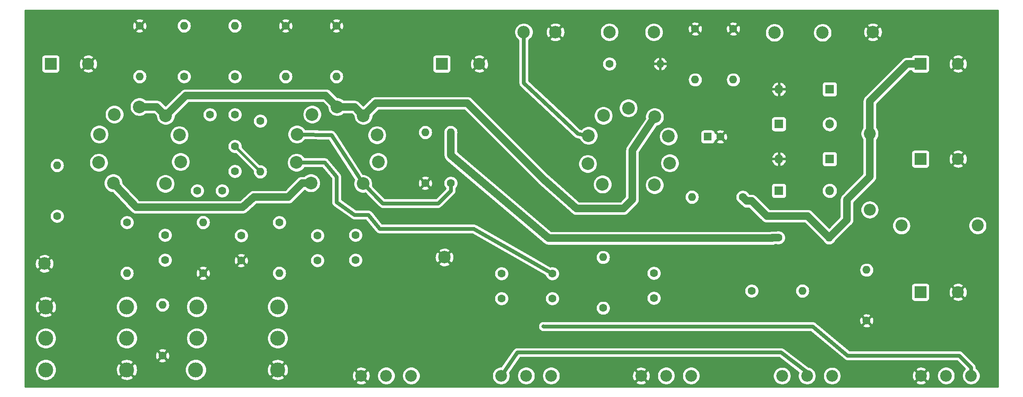
<source format=gbr>
G04 #@! TF.GenerationSoftware,KiCad,Pcbnew,(5.1.4)-1*
G04 #@! TF.CreationDate,2019-10-27T16:09:37+01:00*
G04 #@! TF.ProjectId,JCM800,4a434d38-3030-42e6-9b69-6361645f7063,rev?*
G04 #@! TF.SameCoordinates,Original*
G04 #@! TF.FileFunction,Copper,L2,Bot*
G04 #@! TF.FilePolarity,Positive*
%FSLAX46Y46*%
G04 Gerber Fmt 4.6, Leading zero omitted, Abs format (unit mm)*
G04 Created by KiCad (PCBNEW (5.1.4)-1) date 2019-10-27 16:09:37*
%MOMM*%
%LPD*%
G04 APERTURE LIST*
%ADD10C,2.540000*%
%ADD11C,1.600000*%
%ADD12R,2.400000X2.400000*%
%ADD13C,2.400000*%
%ADD14R,1.600000X1.600000*%
%ADD15O,1.800000X1.800000*%
%ADD16R,1.800000X1.800000*%
%ADD17C,2.499360*%
%ADD18O,1.600000X1.600000*%
%ADD19O,2.400000X2.400000*%
%ADD20C,2.340000*%
%ADD21C,3.000000*%
%ADD22C,0.800000*%
%ADD23C,0.750000*%
%ADD24C,0.500000*%
%ADD25C,1.500000*%
%ADD26C,0.254000*%
G04 APERTURE END LIST*
D10*
X116081000Y-80293000D03*
X116331000Y-85670000D03*
X113335000Y-76416000D03*
X108077000Y-74662000D03*
X103073000Y-76162000D03*
X100073000Y-80166000D03*
X99950000Y-85797000D03*
X113284000Y-90044000D03*
X102870000Y-89917000D03*
D11*
X73660000Y-105330000D03*
X73660000Y-100330000D03*
X80090000Y-91440000D03*
X85090000Y-91440000D03*
X88900000Y-100410000D03*
X88900000Y-105410000D03*
X104140000Y-105410000D03*
X104140000Y-100410000D03*
X111760000Y-105330000D03*
X111760000Y-100330000D03*
X87630000Y-76200000D03*
X82630000Y-76200000D03*
D12*
X224790000Y-111760000D03*
D13*
X232290000Y-111760000D03*
D12*
X50800000Y-66040000D03*
D13*
X58300000Y-66040000D03*
X136525000Y-66040000D03*
D12*
X129025000Y-66040000D03*
X224790000Y-85090000D03*
D13*
X232290000Y-85090000D03*
D11*
X87630000Y-87550000D03*
X87630000Y-82550000D03*
D13*
X232290000Y-66040000D03*
D12*
X224790000Y-66040000D03*
D11*
X171450000Y-107950000D03*
X171450000Y-112950000D03*
X151130000Y-108030000D03*
X151130000Y-113030000D03*
X140970000Y-108030000D03*
X140970000Y-113030000D03*
D14*
X182245000Y-80645000D03*
D11*
X184745000Y-80645000D03*
D15*
X206614999Y-91440000D03*
D16*
X196454999Y-91440000D03*
X206614999Y-85090000D03*
D15*
X196454999Y-85090000D03*
X206614999Y-78105000D03*
D16*
X196454999Y-78105000D03*
X206614999Y-71120000D03*
D15*
X196454999Y-71120000D03*
D17*
X205181200Y-59791600D03*
X195580000Y-59791600D03*
X171450000Y-59690000D03*
X162560000Y-59690000D03*
X145415000Y-59690000D03*
D18*
X73152000Y-114300000D03*
D11*
X73152000Y-124460000D03*
D18*
X66040000Y-107950000D03*
D11*
X66040000Y-97790000D03*
D18*
X81280000Y-97790000D03*
D11*
X81280000Y-107950000D03*
X52070000Y-96520000D03*
D18*
X52070000Y-86360000D03*
D11*
X96520000Y-97790000D03*
D18*
X96520000Y-107950000D03*
X68580000Y-68580000D03*
D11*
X68580000Y-58420000D03*
D18*
X77470000Y-58420000D03*
D11*
X77470000Y-68580000D03*
X213995000Y-117475000D03*
D18*
X213995000Y-107315000D03*
D11*
X92710000Y-77470000D03*
D18*
X92710000Y-87630000D03*
D11*
X97790000Y-58420000D03*
D18*
X97790000Y-68580000D03*
D13*
X236220000Y-98425000D03*
D19*
X220980000Y-98425000D03*
D18*
X87630000Y-58420000D03*
D11*
X87630000Y-68580000D03*
D19*
X214630000Y-95250000D03*
D13*
X214630000Y-80010000D03*
D11*
X125730000Y-89916000D03*
D18*
X125730000Y-79756000D03*
X130810000Y-79756000D03*
D11*
X130810000Y-89916000D03*
D18*
X206502000Y-100838000D03*
D11*
X196342000Y-100838000D03*
X107950000Y-58420000D03*
D18*
X107950000Y-68580000D03*
D11*
X161290000Y-114935000D03*
D18*
X161290000Y-104775000D03*
X201168000Y-111506000D03*
D11*
X191008000Y-111506000D03*
X187325000Y-59055000D03*
D18*
X187325000Y-69215000D03*
X179070000Y-92710000D03*
D11*
X189230000Y-92710000D03*
D18*
X179705000Y-69215000D03*
D11*
X179705000Y-59055000D03*
X162560000Y-66040000D03*
D18*
X172720000Y-66040000D03*
D20*
X197100000Y-128524000D03*
X202100000Y-128524000D03*
X207100000Y-128524000D03*
X112900000Y-128500000D03*
X117900000Y-128500000D03*
X122900000Y-128500000D03*
X224900000Y-128500000D03*
X229900000Y-128500000D03*
X234900000Y-128500000D03*
X168910000Y-128500000D03*
X173910000Y-128500000D03*
X178910000Y-128500000D03*
X140900000Y-128500000D03*
X145900000Y-128500000D03*
X150900000Y-128500000D03*
D10*
X63317000Y-89917000D03*
X73731000Y-90044000D03*
X60397000Y-85797000D03*
X60520000Y-80166000D03*
X63520000Y-76162000D03*
X68524000Y-74662000D03*
X73782000Y-76416000D03*
X76778000Y-85670000D03*
X76528000Y-80293000D03*
X174374000Y-80546000D03*
X174624000Y-85923000D03*
X171628000Y-76669000D03*
X166370000Y-74915000D03*
X161366000Y-76415000D03*
X158366000Y-80419000D03*
X158243000Y-86050000D03*
X171577000Y-90297000D03*
X161163000Y-90170000D03*
D21*
X79810000Y-127300000D03*
X80010000Y-121000000D03*
X80010000Y-114700000D03*
X96210000Y-127300000D03*
X96210000Y-121000000D03*
X96210000Y-114700000D03*
X66000000Y-114700000D03*
X66000000Y-121000000D03*
X66000000Y-127300000D03*
X49800000Y-114700000D03*
X49800000Y-121000000D03*
X49800000Y-127300000D03*
D17*
X151765000Y-59690000D03*
X215265000Y-59690000D03*
X49530000Y-106045000D03*
X129540000Y-104775000D03*
D22*
X149352000Y-118618000D03*
D23*
X202100000Y-127805000D02*
X202100000Y-128524000D01*
X196842350Y-123825000D02*
X202100000Y-127805000D01*
X140900000Y-128500000D02*
X144145000Y-123825000D01*
X144145000Y-123825000D02*
X196842350Y-123825000D01*
D24*
X92710000Y-87630000D02*
X87630000Y-82550000D01*
D25*
X130810000Y-84328000D02*
X130810000Y-79756000D01*
X150368000Y-100965000D02*
X130810000Y-84328000D01*
X195083630Y-100965000D02*
X150368000Y-100965000D01*
X196342000Y-100838000D02*
X195210630Y-100838000D01*
X195210630Y-100838000D02*
X195083630Y-100965000D01*
X190029999Y-93509999D02*
X191045999Y-93509999D01*
X189230000Y-92710000D02*
X190029999Y-93509999D01*
X191045999Y-93509999D02*
X194056000Y-96520000D01*
X202184000Y-96520000D02*
X206502000Y-100838000D01*
X194056000Y-96520000D02*
X202184000Y-96520000D01*
X214630000Y-88646000D02*
X214630000Y-80010000D01*
X210058000Y-93218000D02*
X214630000Y-88646000D01*
X206502000Y-100838000D02*
X210058000Y-97282000D01*
X210058000Y-97282000D02*
X210058000Y-93218000D01*
X222090000Y-66040000D02*
X224790000Y-66040000D01*
X214630000Y-73500000D02*
X222090000Y-66040000D01*
X214630000Y-80010000D02*
X214630000Y-73500000D01*
D23*
X135382000Y-99060000D02*
X151130000Y-108030000D01*
X116586000Y-99060000D02*
X135382000Y-99060000D01*
X99950000Y-85797000D02*
X105609000Y-85797000D01*
X105609000Y-85797000D02*
X107950000Y-88646000D01*
X107950000Y-88646000D02*
X107950000Y-93726000D01*
X107950000Y-93726000D02*
X111506000Y-96266000D01*
X111506000Y-96266000D02*
X114300000Y-96266000D01*
X114300000Y-96266000D02*
X116586000Y-99060000D01*
X145415000Y-69850000D02*
X145415000Y-59690000D01*
X158366000Y-80419000D02*
X156210000Y-80010000D01*
X156210000Y-80010000D02*
X145415000Y-69850000D01*
X234900000Y-126845371D02*
X234900000Y-128500000D01*
X232514629Y-124460000D02*
X234900000Y-126845371D01*
X210185000Y-124460000D02*
X232514629Y-124460000D01*
X149352000Y-118618000D02*
X203200000Y-118618000D01*
X203200000Y-118618000D02*
X210185000Y-124460000D01*
X130810000Y-89916000D02*
X130810000Y-91440000D01*
X130810000Y-91440000D02*
X128270000Y-93980000D01*
X117220000Y-93980000D02*
X113284000Y-90044000D01*
X128270000Y-93980000D02*
X117220000Y-93980000D01*
X106934000Y-80264000D02*
X100073000Y-80166000D01*
X113284000Y-90044000D02*
X106934000Y-80264000D01*
D25*
X67888000Y-94742000D02*
X63317000Y-89917000D01*
X89154000Y-94742000D02*
X67888000Y-94742000D01*
X91440000Y-92710000D02*
X89154000Y-94742000D01*
X98280949Y-92710000D02*
X91440000Y-92710000D01*
X102870000Y-89917000D02*
X101073949Y-89917000D01*
X101073949Y-89917000D02*
X98280949Y-92710000D01*
X72028000Y-74662000D02*
X73782000Y-76416000D01*
X68524000Y-74662000D02*
X72028000Y-74662000D01*
X73782000Y-76416000D02*
X77808000Y-72390000D01*
X105805000Y-72390000D02*
X108077000Y-74662000D01*
X77808000Y-72390000D02*
X105805000Y-72390000D01*
X111581000Y-74662000D02*
X113335000Y-76416000D01*
X108077000Y-74662000D02*
X111581000Y-74662000D01*
X115824000Y-73914000D02*
X113335000Y-76416000D01*
X134112000Y-73914000D02*
X115824000Y-73914000D01*
X167132000Y-83312000D02*
X167132000Y-93218000D01*
X171628000Y-76669000D02*
X167132000Y-83312000D01*
X167132000Y-93218000D02*
X165354000Y-94996000D01*
X165354000Y-94996000D02*
X155956000Y-94996000D01*
X155956000Y-94996000D02*
X149352000Y-89154000D01*
X149352000Y-89154000D02*
X134112000Y-73914000D01*
D26*
G36*
X240340001Y-130740000D02*
G01*
X45660000Y-130740000D01*
X45660000Y-129756602D01*
X111823003Y-129756602D01*
X111939275Y-130038389D01*
X112257860Y-130196257D01*
X112601122Y-130288938D01*
X112955869Y-130312873D01*
X113308470Y-130267139D01*
X113645373Y-130153495D01*
X113860725Y-130038389D01*
X113976997Y-129756602D01*
X112900000Y-128679605D01*
X111823003Y-129756602D01*
X45660000Y-129756602D01*
X45660000Y-127089721D01*
X47665000Y-127089721D01*
X47665000Y-127510279D01*
X47747047Y-127922756D01*
X47907988Y-128311302D01*
X48141637Y-128660983D01*
X48439017Y-128958363D01*
X48788698Y-129192012D01*
X49177244Y-129352953D01*
X49589721Y-129435000D01*
X50010279Y-129435000D01*
X50422756Y-129352953D01*
X50811302Y-129192012D01*
X51160983Y-128958363D01*
X51327693Y-128791653D01*
X64687952Y-128791653D01*
X64843962Y-129107214D01*
X65218745Y-129298020D01*
X65623551Y-129412044D01*
X66042824Y-129444902D01*
X66460451Y-129395334D01*
X66860383Y-129265243D01*
X67156038Y-129107214D01*
X67312048Y-128791653D01*
X66000000Y-127479605D01*
X64687952Y-128791653D01*
X51327693Y-128791653D01*
X51458363Y-128660983D01*
X51692012Y-128311302D01*
X51852953Y-127922756D01*
X51935000Y-127510279D01*
X51935000Y-127342824D01*
X63855098Y-127342824D01*
X63904666Y-127760451D01*
X64034757Y-128160383D01*
X64192786Y-128456038D01*
X64508347Y-128612048D01*
X65820395Y-127300000D01*
X66179605Y-127300000D01*
X67491653Y-128612048D01*
X67807214Y-128456038D01*
X67998020Y-128081255D01*
X68112044Y-127676449D01*
X68144902Y-127257176D01*
X68125027Y-127089721D01*
X77675000Y-127089721D01*
X77675000Y-127510279D01*
X77757047Y-127922756D01*
X77917988Y-128311302D01*
X78151637Y-128660983D01*
X78449017Y-128958363D01*
X78798698Y-129192012D01*
X79187244Y-129352953D01*
X79599721Y-129435000D01*
X80020279Y-129435000D01*
X80432756Y-129352953D01*
X80821302Y-129192012D01*
X81170983Y-128958363D01*
X81337693Y-128791653D01*
X94897952Y-128791653D01*
X95053962Y-129107214D01*
X95428745Y-129298020D01*
X95833551Y-129412044D01*
X96252824Y-129444902D01*
X96670451Y-129395334D01*
X97070383Y-129265243D01*
X97366038Y-129107214D01*
X97522048Y-128791653D01*
X96210000Y-127479605D01*
X94897952Y-128791653D01*
X81337693Y-128791653D01*
X81468363Y-128660983D01*
X81702012Y-128311302D01*
X81862953Y-127922756D01*
X81945000Y-127510279D01*
X81945000Y-127342824D01*
X94065098Y-127342824D01*
X94114666Y-127760451D01*
X94244757Y-128160383D01*
X94402786Y-128456038D01*
X94718347Y-128612048D01*
X96030395Y-127300000D01*
X96389605Y-127300000D01*
X97701653Y-128612048D01*
X97815286Y-128555869D01*
X111087127Y-128555869D01*
X111132861Y-128908470D01*
X111246505Y-129245373D01*
X111361611Y-129460725D01*
X111643398Y-129576997D01*
X112720395Y-128500000D01*
X113079605Y-128500000D01*
X114156602Y-129576997D01*
X114438389Y-129460725D01*
X114596257Y-129142140D01*
X114688938Y-128798878D01*
X114712873Y-128444131D01*
X114697061Y-128322223D01*
X116095000Y-128322223D01*
X116095000Y-128677777D01*
X116164365Y-129026499D01*
X116300429Y-129354988D01*
X116497965Y-129650621D01*
X116749379Y-129902035D01*
X117045012Y-130099571D01*
X117373501Y-130235635D01*
X117722223Y-130305000D01*
X118077777Y-130305000D01*
X118426499Y-130235635D01*
X118754988Y-130099571D01*
X119050621Y-129902035D01*
X119302035Y-129650621D01*
X119499571Y-129354988D01*
X119635635Y-129026499D01*
X119705000Y-128677777D01*
X119705000Y-128322223D01*
X121095000Y-128322223D01*
X121095000Y-128677777D01*
X121164365Y-129026499D01*
X121300429Y-129354988D01*
X121497965Y-129650621D01*
X121749379Y-129902035D01*
X122045012Y-130099571D01*
X122373501Y-130235635D01*
X122722223Y-130305000D01*
X123077777Y-130305000D01*
X123426499Y-130235635D01*
X123754988Y-130099571D01*
X124050621Y-129902035D01*
X124302035Y-129650621D01*
X124499571Y-129354988D01*
X124635635Y-129026499D01*
X124705000Y-128677777D01*
X124705000Y-128322223D01*
X139095000Y-128322223D01*
X139095000Y-128677777D01*
X139164365Y-129026499D01*
X139300429Y-129354988D01*
X139497965Y-129650621D01*
X139749379Y-129902035D01*
X140045012Y-130099571D01*
X140373501Y-130235635D01*
X140722223Y-130305000D01*
X141077777Y-130305000D01*
X141426499Y-130235635D01*
X141754988Y-130099571D01*
X142050621Y-129902035D01*
X142302035Y-129650621D01*
X142499571Y-129354988D01*
X142635635Y-129026499D01*
X142705000Y-128677777D01*
X142705000Y-128322223D01*
X144095000Y-128322223D01*
X144095000Y-128677777D01*
X144164365Y-129026499D01*
X144300429Y-129354988D01*
X144497965Y-129650621D01*
X144749379Y-129902035D01*
X145045012Y-130099571D01*
X145373501Y-130235635D01*
X145722223Y-130305000D01*
X146077777Y-130305000D01*
X146426499Y-130235635D01*
X146754988Y-130099571D01*
X147050621Y-129902035D01*
X147302035Y-129650621D01*
X147499571Y-129354988D01*
X147635635Y-129026499D01*
X147705000Y-128677777D01*
X147705000Y-128322223D01*
X149095000Y-128322223D01*
X149095000Y-128677777D01*
X149164365Y-129026499D01*
X149300429Y-129354988D01*
X149497965Y-129650621D01*
X149749379Y-129902035D01*
X150045012Y-130099571D01*
X150373501Y-130235635D01*
X150722223Y-130305000D01*
X151077777Y-130305000D01*
X151426499Y-130235635D01*
X151754988Y-130099571D01*
X152050621Y-129902035D01*
X152196054Y-129756602D01*
X167833003Y-129756602D01*
X167949275Y-130038389D01*
X168267860Y-130196257D01*
X168611122Y-130288938D01*
X168965869Y-130312873D01*
X169318470Y-130267139D01*
X169655373Y-130153495D01*
X169870725Y-130038389D01*
X169986997Y-129756602D01*
X168910000Y-128679605D01*
X167833003Y-129756602D01*
X152196054Y-129756602D01*
X152302035Y-129650621D01*
X152499571Y-129354988D01*
X152635635Y-129026499D01*
X152705000Y-128677777D01*
X152705000Y-128555869D01*
X167097127Y-128555869D01*
X167142861Y-128908470D01*
X167256505Y-129245373D01*
X167371611Y-129460725D01*
X167653398Y-129576997D01*
X168730395Y-128500000D01*
X169089605Y-128500000D01*
X170166602Y-129576997D01*
X170448389Y-129460725D01*
X170606257Y-129142140D01*
X170698938Y-128798878D01*
X170722873Y-128444131D01*
X170707061Y-128322223D01*
X172105000Y-128322223D01*
X172105000Y-128677777D01*
X172174365Y-129026499D01*
X172310429Y-129354988D01*
X172507965Y-129650621D01*
X172759379Y-129902035D01*
X173055012Y-130099571D01*
X173383501Y-130235635D01*
X173732223Y-130305000D01*
X174087777Y-130305000D01*
X174436499Y-130235635D01*
X174764988Y-130099571D01*
X175060621Y-129902035D01*
X175312035Y-129650621D01*
X175509571Y-129354988D01*
X175645635Y-129026499D01*
X175715000Y-128677777D01*
X175715000Y-128322223D01*
X177105000Y-128322223D01*
X177105000Y-128677777D01*
X177174365Y-129026499D01*
X177310429Y-129354988D01*
X177507965Y-129650621D01*
X177759379Y-129902035D01*
X178055012Y-130099571D01*
X178383501Y-130235635D01*
X178732223Y-130305000D01*
X179087777Y-130305000D01*
X179436499Y-130235635D01*
X179764988Y-130099571D01*
X180060621Y-129902035D01*
X180312035Y-129650621D01*
X180509571Y-129354988D01*
X180645635Y-129026499D01*
X180715000Y-128677777D01*
X180715000Y-128346223D01*
X195295000Y-128346223D01*
X195295000Y-128701777D01*
X195364365Y-129050499D01*
X195500429Y-129378988D01*
X195697965Y-129674621D01*
X195949379Y-129926035D01*
X196245012Y-130123571D01*
X196573501Y-130259635D01*
X196922223Y-130329000D01*
X197277777Y-130329000D01*
X197626499Y-130259635D01*
X197954988Y-130123571D01*
X198250621Y-129926035D01*
X198502035Y-129674621D01*
X198699571Y-129378988D01*
X198835635Y-129050499D01*
X198905000Y-128701777D01*
X198905000Y-128346223D01*
X198835635Y-127997501D01*
X198699571Y-127669012D01*
X198502035Y-127373379D01*
X198250621Y-127121965D01*
X197954988Y-126924429D01*
X197626499Y-126788365D01*
X197277777Y-126719000D01*
X196922223Y-126719000D01*
X196573501Y-126788365D01*
X196245012Y-126924429D01*
X195949379Y-127121965D01*
X195697965Y-127373379D01*
X195500429Y-127669012D01*
X195364365Y-127997501D01*
X195295000Y-128346223D01*
X180715000Y-128346223D01*
X180715000Y-128322223D01*
X180645635Y-127973501D01*
X180509571Y-127645012D01*
X180312035Y-127349379D01*
X180060621Y-127097965D01*
X179764988Y-126900429D01*
X179436499Y-126764365D01*
X179087777Y-126695000D01*
X178732223Y-126695000D01*
X178383501Y-126764365D01*
X178055012Y-126900429D01*
X177759379Y-127097965D01*
X177507965Y-127349379D01*
X177310429Y-127645012D01*
X177174365Y-127973501D01*
X177105000Y-128322223D01*
X175715000Y-128322223D01*
X175645635Y-127973501D01*
X175509571Y-127645012D01*
X175312035Y-127349379D01*
X175060621Y-127097965D01*
X174764988Y-126900429D01*
X174436499Y-126764365D01*
X174087777Y-126695000D01*
X173732223Y-126695000D01*
X173383501Y-126764365D01*
X173055012Y-126900429D01*
X172759379Y-127097965D01*
X172507965Y-127349379D01*
X172310429Y-127645012D01*
X172174365Y-127973501D01*
X172105000Y-128322223D01*
X170707061Y-128322223D01*
X170677139Y-128091530D01*
X170563495Y-127754627D01*
X170448389Y-127539275D01*
X170166602Y-127423003D01*
X169089605Y-128500000D01*
X168730395Y-128500000D01*
X167653398Y-127423003D01*
X167371611Y-127539275D01*
X167213743Y-127857860D01*
X167121062Y-128201122D01*
X167097127Y-128555869D01*
X152705000Y-128555869D01*
X152705000Y-128322223D01*
X152635635Y-127973501D01*
X152499571Y-127645012D01*
X152302035Y-127349379D01*
X152196054Y-127243398D01*
X167833003Y-127243398D01*
X168910000Y-128320395D01*
X169986997Y-127243398D01*
X169870725Y-126961611D01*
X169552140Y-126803743D01*
X169208878Y-126711062D01*
X168854131Y-126687127D01*
X168501530Y-126732861D01*
X168164627Y-126846505D01*
X167949275Y-126961611D01*
X167833003Y-127243398D01*
X152196054Y-127243398D01*
X152050621Y-127097965D01*
X151754988Y-126900429D01*
X151426499Y-126764365D01*
X151077777Y-126695000D01*
X150722223Y-126695000D01*
X150373501Y-126764365D01*
X150045012Y-126900429D01*
X149749379Y-127097965D01*
X149497965Y-127349379D01*
X149300429Y-127645012D01*
X149164365Y-127973501D01*
X149095000Y-128322223D01*
X147705000Y-128322223D01*
X147635635Y-127973501D01*
X147499571Y-127645012D01*
X147302035Y-127349379D01*
X147050621Y-127097965D01*
X146754988Y-126900429D01*
X146426499Y-126764365D01*
X146077777Y-126695000D01*
X145722223Y-126695000D01*
X145373501Y-126764365D01*
X145045012Y-126900429D01*
X144749379Y-127097965D01*
X144497965Y-127349379D01*
X144300429Y-127645012D01*
X144164365Y-127973501D01*
X144095000Y-128322223D01*
X142705000Y-128322223D01*
X142635635Y-127973501D01*
X142583045Y-127846536D01*
X144673406Y-124835000D01*
X196503181Y-124835000D01*
X200439924Y-127815085D01*
X200364365Y-127997501D01*
X200295000Y-128346223D01*
X200295000Y-128701777D01*
X200364365Y-129050499D01*
X200500429Y-129378988D01*
X200697965Y-129674621D01*
X200949379Y-129926035D01*
X201245012Y-130123571D01*
X201573501Y-130259635D01*
X201922223Y-130329000D01*
X202277777Y-130329000D01*
X202626499Y-130259635D01*
X202954988Y-130123571D01*
X203250621Y-129926035D01*
X203502035Y-129674621D01*
X203699571Y-129378988D01*
X203835635Y-129050499D01*
X203905000Y-128701777D01*
X203905000Y-128346223D01*
X205295000Y-128346223D01*
X205295000Y-128701777D01*
X205364365Y-129050499D01*
X205500429Y-129378988D01*
X205697965Y-129674621D01*
X205949379Y-129926035D01*
X206245012Y-130123571D01*
X206573501Y-130259635D01*
X206922223Y-130329000D01*
X207277777Y-130329000D01*
X207626499Y-130259635D01*
X207954988Y-130123571D01*
X208250621Y-129926035D01*
X208420054Y-129756602D01*
X223823003Y-129756602D01*
X223939275Y-130038389D01*
X224257860Y-130196257D01*
X224601122Y-130288938D01*
X224955869Y-130312873D01*
X225308470Y-130267139D01*
X225645373Y-130153495D01*
X225860725Y-130038389D01*
X225976997Y-129756602D01*
X224900000Y-128679605D01*
X223823003Y-129756602D01*
X208420054Y-129756602D01*
X208502035Y-129674621D01*
X208699571Y-129378988D01*
X208835635Y-129050499D01*
X208905000Y-128701777D01*
X208905000Y-128555869D01*
X223087127Y-128555869D01*
X223132861Y-128908470D01*
X223246505Y-129245373D01*
X223361611Y-129460725D01*
X223643398Y-129576997D01*
X224720395Y-128500000D01*
X225079605Y-128500000D01*
X226156602Y-129576997D01*
X226438389Y-129460725D01*
X226596257Y-129142140D01*
X226688938Y-128798878D01*
X226712873Y-128444131D01*
X226697061Y-128322223D01*
X228095000Y-128322223D01*
X228095000Y-128677777D01*
X228164365Y-129026499D01*
X228300429Y-129354988D01*
X228497965Y-129650621D01*
X228749379Y-129902035D01*
X229045012Y-130099571D01*
X229373501Y-130235635D01*
X229722223Y-130305000D01*
X230077777Y-130305000D01*
X230426499Y-130235635D01*
X230754988Y-130099571D01*
X231050621Y-129902035D01*
X231302035Y-129650621D01*
X231499571Y-129354988D01*
X231635635Y-129026499D01*
X231705000Y-128677777D01*
X231705000Y-128322223D01*
X231635635Y-127973501D01*
X231499571Y-127645012D01*
X231302035Y-127349379D01*
X231050621Y-127097965D01*
X230754988Y-126900429D01*
X230426499Y-126764365D01*
X230077777Y-126695000D01*
X229722223Y-126695000D01*
X229373501Y-126764365D01*
X229045012Y-126900429D01*
X228749379Y-127097965D01*
X228497965Y-127349379D01*
X228300429Y-127645012D01*
X228164365Y-127973501D01*
X228095000Y-128322223D01*
X226697061Y-128322223D01*
X226667139Y-128091530D01*
X226553495Y-127754627D01*
X226438389Y-127539275D01*
X226156602Y-127423003D01*
X225079605Y-128500000D01*
X224720395Y-128500000D01*
X223643398Y-127423003D01*
X223361611Y-127539275D01*
X223203743Y-127857860D01*
X223111062Y-128201122D01*
X223087127Y-128555869D01*
X208905000Y-128555869D01*
X208905000Y-128346223D01*
X208835635Y-127997501D01*
X208699571Y-127669012D01*
X208502035Y-127373379D01*
X208372054Y-127243398D01*
X223823003Y-127243398D01*
X224900000Y-128320395D01*
X225976997Y-127243398D01*
X225860725Y-126961611D01*
X225542140Y-126803743D01*
X225198878Y-126711062D01*
X224844131Y-126687127D01*
X224491530Y-126732861D01*
X224154627Y-126846505D01*
X223939275Y-126961611D01*
X223823003Y-127243398D01*
X208372054Y-127243398D01*
X208250621Y-127121965D01*
X207954988Y-126924429D01*
X207626499Y-126788365D01*
X207277777Y-126719000D01*
X206922223Y-126719000D01*
X206573501Y-126788365D01*
X206245012Y-126924429D01*
X205949379Y-127121965D01*
X205697965Y-127373379D01*
X205500429Y-127669012D01*
X205364365Y-127997501D01*
X205295000Y-128346223D01*
X203905000Y-128346223D01*
X203835635Y-127997501D01*
X203699571Y-127669012D01*
X203502035Y-127373379D01*
X203250621Y-127121965D01*
X202954988Y-126924429D01*
X202626499Y-126788365D01*
X202360515Y-126735458D01*
X197467755Y-123031678D01*
X197406190Y-122981153D01*
X197344696Y-122948284D01*
X197285262Y-122911862D01*
X197257156Y-122901493D01*
X197230730Y-122887368D01*
X197164007Y-122867128D01*
X197098607Y-122843000D01*
X197069018Y-122838313D01*
X197040344Y-122829615D01*
X196970957Y-122822781D01*
X196902105Y-122811875D01*
X196822550Y-122815000D01*
X144203576Y-122815000D01*
X144162981Y-122810274D01*
X144104365Y-122815000D01*
X144095392Y-122815000D01*
X144054898Y-122818988D01*
X143964672Y-122826263D01*
X143955987Y-122828730D01*
X143947006Y-122829615D01*
X143860365Y-122855897D01*
X143773293Y-122880635D01*
X143765262Y-122884747D01*
X143756620Y-122887368D01*
X143676739Y-122930065D01*
X143596199Y-122971297D01*
X143589125Y-122976896D01*
X143581160Y-122981153D01*
X143511151Y-123038608D01*
X143440194Y-123094766D01*
X143434347Y-123101639D01*
X143427367Y-123107367D01*
X143369932Y-123177352D01*
X143343576Y-123208331D01*
X143338462Y-123215699D01*
X143301153Y-123261160D01*
X143281885Y-123297207D01*
X140923418Y-126695000D01*
X140722223Y-126695000D01*
X140373501Y-126764365D01*
X140045012Y-126900429D01*
X139749379Y-127097965D01*
X139497965Y-127349379D01*
X139300429Y-127645012D01*
X139164365Y-127973501D01*
X139095000Y-128322223D01*
X124705000Y-128322223D01*
X124635635Y-127973501D01*
X124499571Y-127645012D01*
X124302035Y-127349379D01*
X124050621Y-127097965D01*
X123754988Y-126900429D01*
X123426499Y-126764365D01*
X123077777Y-126695000D01*
X122722223Y-126695000D01*
X122373501Y-126764365D01*
X122045012Y-126900429D01*
X121749379Y-127097965D01*
X121497965Y-127349379D01*
X121300429Y-127645012D01*
X121164365Y-127973501D01*
X121095000Y-128322223D01*
X119705000Y-128322223D01*
X119635635Y-127973501D01*
X119499571Y-127645012D01*
X119302035Y-127349379D01*
X119050621Y-127097965D01*
X118754988Y-126900429D01*
X118426499Y-126764365D01*
X118077777Y-126695000D01*
X117722223Y-126695000D01*
X117373501Y-126764365D01*
X117045012Y-126900429D01*
X116749379Y-127097965D01*
X116497965Y-127349379D01*
X116300429Y-127645012D01*
X116164365Y-127973501D01*
X116095000Y-128322223D01*
X114697061Y-128322223D01*
X114667139Y-128091530D01*
X114553495Y-127754627D01*
X114438389Y-127539275D01*
X114156602Y-127423003D01*
X113079605Y-128500000D01*
X112720395Y-128500000D01*
X111643398Y-127423003D01*
X111361611Y-127539275D01*
X111203743Y-127857860D01*
X111111062Y-128201122D01*
X111087127Y-128555869D01*
X97815286Y-128555869D01*
X98017214Y-128456038D01*
X98208020Y-128081255D01*
X98322044Y-127676449D01*
X98354902Y-127257176D01*
X98353267Y-127243398D01*
X111823003Y-127243398D01*
X112900000Y-128320395D01*
X113976997Y-127243398D01*
X113860725Y-126961611D01*
X113542140Y-126803743D01*
X113198878Y-126711062D01*
X112844131Y-126687127D01*
X112491530Y-126732861D01*
X112154627Y-126846505D01*
X111939275Y-126961611D01*
X111823003Y-127243398D01*
X98353267Y-127243398D01*
X98305334Y-126839549D01*
X98175243Y-126439617D01*
X98017214Y-126143962D01*
X97701653Y-125987952D01*
X96389605Y-127300000D01*
X96030395Y-127300000D01*
X94718347Y-125987952D01*
X94402786Y-126143962D01*
X94211980Y-126518745D01*
X94097956Y-126923551D01*
X94065098Y-127342824D01*
X81945000Y-127342824D01*
X81945000Y-127089721D01*
X81862953Y-126677244D01*
X81702012Y-126288698D01*
X81468363Y-125939017D01*
X81337693Y-125808347D01*
X94897952Y-125808347D01*
X96210000Y-127120395D01*
X97522048Y-125808347D01*
X97366038Y-125492786D01*
X96991255Y-125301980D01*
X96586449Y-125187956D01*
X96167176Y-125155098D01*
X95749549Y-125204666D01*
X95349617Y-125334757D01*
X95053962Y-125492786D01*
X94897952Y-125808347D01*
X81337693Y-125808347D01*
X81170983Y-125641637D01*
X80821302Y-125407988D01*
X80432756Y-125247047D01*
X80020279Y-125165000D01*
X79599721Y-125165000D01*
X79187244Y-125247047D01*
X78798698Y-125407988D01*
X78449017Y-125641637D01*
X78151637Y-125939017D01*
X77917988Y-126288698D01*
X77757047Y-126677244D01*
X77675000Y-127089721D01*
X68125027Y-127089721D01*
X68095334Y-126839549D01*
X67965243Y-126439617D01*
X67807214Y-126143962D01*
X67491653Y-125987952D01*
X66179605Y-127300000D01*
X65820395Y-127300000D01*
X64508347Y-125987952D01*
X64192786Y-126143962D01*
X64001980Y-126518745D01*
X63887956Y-126923551D01*
X63855098Y-127342824D01*
X51935000Y-127342824D01*
X51935000Y-127089721D01*
X51852953Y-126677244D01*
X51692012Y-126288698D01*
X51458363Y-125939017D01*
X51327693Y-125808347D01*
X64687952Y-125808347D01*
X66000000Y-127120395D01*
X67312048Y-125808347D01*
X67156038Y-125492786D01*
X67077305Y-125452702D01*
X72338903Y-125452702D01*
X72410486Y-125696671D01*
X72665996Y-125817571D01*
X72940184Y-125886300D01*
X73222512Y-125900217D01*
X73502130Y-125858787D01*
X73768292Y-125763603D01*
X73893514Y-125696671D01*
X73965097Y-125452702D01*
X73152000Y-124639605D01*
X72338903Y-125452702D01*
X67077305Y-125452702D01*
X66781255Y-125301980D01*
X66376449Y-125187956D01*
X65957176Y-125155098D01*
X65539549Y-125204666D01*
X65139617Y-125334757D01*
X64843962Y-125492786D01*
X64687952Y-125808347D01*
X51327693Y-125808347D01*
X51160983Y-125641637D01*
X50811302Y-125407988D01*
X50422756Y-125247047D01*
X50010279Y-125165000D01*
X49589721Y-125165000D01*
X49177244Y-125247047D01*
X48788698Y-125407988D01*
X48439017Y-125641637D01*
X48141637Y-125939017D01*
X47907988Y-126288698D01*
X47747047Y-126677244D01*
X47665000Y-127089721D01*
X45660000Y-127089721D01*
X45660000Y-124530512D01*
X71711783Y-124530512D01*
X71753213Y-124810130D01*
X71848397Y-125076292D01*
X71915329Y-125201514D01*
X72159298Y-125273097D01*
X72972395Y-124460000D01*
X73331605Y-124460000D01*
X74144702Y-125273097D01*
X74388671Y-125201514D01*
X74509571Y-124946004D01*
X74578300Y-124671816D01*
X74592217Y-124389488D01*
X74550787Y-124109870D01*
X74455603Y-123843708D01*
X74388671Y-123718486D01*
X74144702Y-123646903D01*
X73331605Y-124460000D01*
X72972395Y-124460000D01*
X72159298Y-123646903D01*
X71915329Y-123718486D01*
X71794429Y-123973996D01*
X71725700Y-124248184D01*
X71711783Y-124530512D01*
X45660000Y-124530512D01*
X45660000Y-123467298D01*
X72338903Y-123467298D01*
X73152000Y-124280395D01*
X73965097Y-123467298D01*
X73893514Y-123223329D01*
X73638004Y-123102429D01*
X73363816Y-123033700D01*
X73081488Y-123019783D01*
X72801870Y-123061213D01*
X72535708Y-123156397D01*
X72410486Y-123223329D01*
X72338903Y-123467298D01*
X45660000Y-123467298D01*
X45660000Y-120789721D01*
X47665000Y-120789721D01*
X47665000Y-121210279D01*
X47747047Y-121622756D01*
X47907988Y-122011302D01*
X48141637Y-122360983D01*
X48439017Y-122658363D01*
X48788698Y-122892012D01*
X49177244Y-123052953D01*
X49589721Y-123135000D01*
X50010279Y-123135000D01*
X50422756Y-123052953D01*
X50811302Y-122892012D01*
X51160983Y-122658363D01*
X51458363Y-122360983D01*
X51692012Y-122011302D01*
X51852953Y-121622756D01*
X51935000Y-121210279D01*
X51935000Y-120789721D01*
X63865000Y-120789721D01*
X63865000Y-121210279D01*
X63947047Y-121622756D01*
X64107988Y-122011302D01*
X64341637Y-122360983D01*
X64639017Y-122658363D01*
X64988698Y-122892012D01*
X65377244Y-123052953D01*
X65789721Y-123135000D01*
X66210279Y-123135000D01*
X66622756Y-123052953D01*
X67011302Y-122892012D01*
X67360983Y-122658363D01*
X67658363Y-122360983D01*
X67892012Y-122011302D01*
X68052953Y-121622756D01*
X68135000Y-121210279D01*
X68135000Y-120789721D01*
X77875000Y-120789721D01*
X77875000Y-121210279D01*
X77957047Y-121622756D01*
X78117988Y-122011302D01*
X78351637Y-122360983D01*
X78649017Y-122658363D01*
X78998698Y-122892012D01*
X79387244Y-123052953D01*
X79799721Y-123135000D01*
X80220279Y-123135000D01*
X80632756Y-123052953D01*
X81021302Y-122892012D01*
X81370983Y-122658363D01*
X81668363Y-122360983D01*
X81902012Y-122011302D01*
X82062953Y-121622756D01*
X82145000Y-121210279D01*
X82145000Y-120789721D01*
X94075000Y-120789721D01*
X94075000Y-121210279D01*
X94157047Y-121622756D01*
X94317988Y-122011302D01*
X94551637Y-122360983D01*
X94849017Y-122658363D01*
X95198698Y-122892012D01*
X95587244Y-123052953D01*
X95999721Y-123135000D01*
X96420279Y-123135000D01*
X96832756Y-123052953D01*
X97221302Y-122892012D01*
X97570983Y-122658363D01*
X97868363Y-122360983D01*
X98102012Y-122011302D01*
X98262953Y-121622756D01*
X98345000Y-121210279D01*
X98345000Y-120789721D01*
X98262953Y-120377244D01*
X98102012Y-119988698D01*
X97868363Y-119639017D01*
X97570983Y-119341637D01*
X97221302Y-119107988D01*
X96832756Y-118947047D01*
X96420279Y-118865000D01*
X95999721Y-118865000D01*
X95587244Y-118947047D01*
X95198698Y-119107988D01*
X94849017Y-119341637D01*
X94551637Y-119639017D01*
X94317988Y-119988698D01*
X94157047Y-120377244D01*
X94075000Y-120789721D01*
X82145000Y-120789721D01*
X82062953Y-120377244D01*
X81902012Y-119988698D01*
X81668363Y-119639017D01*
X81370983Y-119341637D01*
X81021302Y-119107988D01*
X80632756Y-118947047D01*
X80220279Y-118865000D01*
X79799721Y-118865000D01*
X79387244Y-118947047D01*
X78998698Y-119107988D01*
X78649017Y-119341637D01*
X78351637Y-119639017D01*
X78117988Y-119988698D01*
X77957047Y-120377244D01*
X77875000Y-120789721D01*
X68135000Y-120789721D01*
X68052953Y-120377244D01*
X67892012Y-119988698D01*
X67658363Y-119639017D01*
X67360983Y-119341637D01*
X67011302Y-119107988D01*
X66622756Y-118947047D01*
X66210279Y-118865000D01*
X65789721Y-118865000D01*
X65377244Y-118947047D01*
X64988698Y-119107988D01*
X64639017Y-119341637D01*
X64341637Y-119639017D01*
X64107988Y-119988698D01*
X63947047Y-120377244D01*
X63865000Y-120789721D01*
X51935000Y-120789721D01*
X51852953Y-120377244D01*
X51692012Y-119988698D01*
X51458363Y-119639017D01*
X51160983Y-119341637D01*
X50811302Y-119107988D01*
X50422756Y-118947047D01*
X50010279Y-118865000D01*
X49589721Y-118865000D01*
X49177244Y-118947047D01*
X48788698Y-119107988D01*
X48439017Y-119341637D01*
X48141637Y-119639017D01*
X47907988Y-119988698D01*
X47747047Y-120377244D01*
X47665000Y-120789721D01*
X45660000Y-120789721D01*
X45660000Y-118516061D01*
X148317000Y-118516061D01*
X148317000Y-118719939D01*
X148356774Y-118919898D01*
X148434795Y-119108256D01*
X148548063Y-119277774D01*
X148692226Y-119421937D01*
X148861744Y-119535205D01*
X149050102Y-119613226D01*
X149250061Y-119653000D01*
X149453939Y-119653000D01*
X149579623Y-119628000D01*
X202833311Y-119628000D01*
X209464361Y-125173970D01*
X209467367Y-125177633D01*
X209540597Y-125237731D01*
X209575082Y-125266573D01*
X209578976Y-125269227D01*
X209621160Y-125303847D01*
X209660980Y-125325131D01*
X209698281Y-125350560D01*
X209748493Y-125371907D01*
X209796620Y-125397632D01*
X209839830Y-125410740D01*
X209881374Y-125428402D01*
X209934782Y-125439543D01*
X209987006Y-125455385D01*
X210031944Y-125459811D01*
X210076133Y-125469029D01*
X210130687Y-125469537D01*
X210135392Y-125470000D01*
X210180496Y-125470000D01*
X210275078Y-125470880D01*
X210279728Y-125470000D01*
X232096274Y-125470000D01*
X233736809Y-127110535D01*
X233497965Y-127349379D01*
X233300429Y-127645012D01*
X233164365Y-127973501D01*
X233095000Y-128322223D01*
X233095000Y-128677777D01*
X233164365Y-129026499D01*
X233300429Y-129354988D01*
X233497965Y-129650621D01*
X233749379Y-129902035D01*
X234045012Y-130099571D01*
X234373501Y-130235635D01*
X234722223Y-130305000D01*
X235077777Y-130305000D01*
X235426499Y-130235635D01*
X235754988Y-130099571D01*
X236050621Y-129902035D01*
X236302035Y-129650621D01*
X236499571Y-129354988D01*
X236635635Y-129026499D01*
X236705000Y-128677777D01*
X236705000Y-128322223D01*
X236635635Y-127973501D01*
X236499571Y-127645012D01*
X236302035Y-127349379D01*
X236050621Y-127097965D01*
X235910000Y-127004005D01*
X235910000Y-126894978D01*
X235914886Y-126845370D01*
X235895385Y-126647376D01*
X235837632Y-126456991D01*
X235828345Y-126439617D01*
X235743847Y-126281531D01*
X235617633Y-126127738D01*
X235579094Y-126096110D01*
X233263890Y-123780906D01*
X233232262Y-123742367D01*
X233078469Y-123616153D01*
X232903009Y-123522368D01*
X232712623Y-123464615D01*
X232564237Y-123450000D01*
X232514629Y-123445114D01*
X232465021Y-123450000D01*
X210551691Y-123450000D01*
X204594595Y-118467702D01*
X213181903Y-118467702D01*
X213253486Y-118711671D01*
X213508996Y-118832571D01*
X213783184Y-118901300D01*
X214065512Y-118915217D01*
X214345130Y-118873787D01*
X214611292Y-118778603D01*
X214736514Y-118711671D01*
X214808097Y-118467702D01*
X213995000Y-117654605D01*
X213181903Y-118467702D01*
X204594595Y-118467702D01*
X203920642Y-117904033D01*
X203917633Y-117900367D01*
X203844350Y-117840226D01*
X203809917Y-117811427D01*
X203806029Y-117808777D01*
X203763840Y-117774153D01*
X203724013Y-117752865D01*
X203686717Y-117727440D01*
X203636512Y-117706095D01*
X203588380Y-117680368D01*
X203545172Y-117667261D01*
X203503625Y-117649597D01*
X203450213Y-117638456D01*
X203397994Y-117622615D01*
X203353055Y-117618189D01*
X203308865Y-117608971D01*
X203254313Y-117608463D01*
X203249608Y-117608000D01*
X203204503Y-117608000D01*
X203109922Y-117607120D01*
X203105272Y-117608000D01*
X149579623Y-117608000D01*
X149453939Y-117583000D01*
X149250061Y-117583000D01*
X149050102Y-117622774D01*
X148861744Y-117700795D01*
X148692226Y-117814063D01*
X148548063Y-117958226D01*
X148434795Y-118127744D01*
X148356774Y-118316102D01*
X148317000Y-118516061D01*
X45660000Y-118516061D01*
X45660000Y-117545512D01*
X212554783Y-117545512D01*
X212596213Y-117825130D01*
X212691397Y-118091292D01*
X212758329Y-118216514D01*
X213002298Y-118288097D01*
X213815395Y-117475000D01*
X214174605Y-117475000D01*
X214987702Y-118288097D01*
X215231671Y-118216514D01*
X215352571Y-117961004D01*
X215421300Y-117686816D01*
X215435217Y-117404488D01*
X215393787Y-117124870D01*
X215298603Y-116858708D01*
X215231671Y-116733486D01*
X214987702Y-116661903D01*
X214174605Y-117475000D01*
X213815395Y-117475000D01*
X213002298Y-116661903D01*
X212758329Y-116733486D01*
X212637429Y-116988996D01*
X212568700Y-117263184D01*
X212554783Y-117545512D01*
X45660000Y-117545512D01*
X45660000Y-116191653D01*
X48487952Y-116191653D01*
X48643962Y-116507214D01*
X49018745Y-116698020D01*
X49423551Y-116812044D01*
X49842824Y-116844902D01*
X50260451Y-116795334D01*
X50660383Y-116665243D01*
X50956038Y-116507214D01*
X51112048Y-116191653D01*
X49800000Y-114879605D01*
X48487952Y-116191653D01*
X45660000Y-116191653D01*
X45660000Y-114742824D01*
X47655098Y-114742824D01*
X47704666Y-115160451D01*
X47834757Y-115560383D01*
X47992786Y-115856038D01*
X48308347Y-116012048D01*
X49620395Y-114700000D01*
X49979605Y-114700000D01*
X51291653Y-116012048D01*
X51607214Y-115856038D01*
X51798020Y-115481255D01*
X51912044Y-115076449D01*
X51944902Y-114657176D01*
X51925027Y-114489721D01*
X63865000Y-114489721D01*
X63865000Y-114910279D01*
X63947047Y-115322756D01*
X64107988Y-115711302D01*
X64341637Y-116060983D01*
X64639017Y-116358363D01*
X64988698Y-116592012D01*
X65377244Y-116752953D01*
X65789721Y-116835000D01*
X66210279Y-116835000D01*
X66622756Y-116752953D01*
X67011302Y-116592012D01*
X67360983Y-116358363D01*
X67658363Y-116060983D01*
X67892012Y-115711302D01*
X68052953Y-115322756D01*
X68135000Y-114910279D01*
X68135000Y-114489721D01*
X68097263Y-114300000D01*
X71710057Y-114300000D01*
X71737764Y-114581309D01*
X71819818Y-114851808D01*
X71953068Y-115101101D01*
X72132392Y-115319608D01*
X72350899Y-115498932D01*
X72600192Y-115632182D01*
X72870691Y-115714236D01*
X73081508Y-115735000D01*
X73222492Y-115735000D01*
X73433309Y-115714236D01*
X73703808Y-115632182D01*
X73953101Y-115498932D01*
X74171608Y-115319608D01*
X74350932Y-115101101D01*
X74484182Y-114851808D01*
X74566236Y-114581309D01*
X74575256Y-114489721D01*
X77875000Y-114489721D01*
X77875000Y-114910279D01*
X77957047Y-115322756D01*
X78117988Y-115711302D01*
X78351637Y-116060983D01*
X78649017Y-116358363D01*
X78998698Y-116592012D01*
X79387244Y-116752953D01*
X79799721Y-116835000D01*
X80220279Y-116835000D01*
X80632756Y-116752953D01*
X81021302Y-116592012D01*
X81370983Y-116358363D01*
X81668363Y-116060983D01*
X81902012Y-115711302D01*
X82062953Y-115322756D01*
X82145000Y-114910279D01*
X82145000Y-114489721D01*
X94075000Y-114489721D01*
X94075000Y-114910279D01*
X94157047Y-115322756D01*
X94317988Y-115711302D01*
X94551637Y-116060983D01*
X94849017Y-116358363D01*
X95198698Y-116592012D01*
X95587244Y-116752953D01*
X95999721Y-116835000D01*
X96420279Y-116835000D01*
X96832756Y-116752953D01*
X97221302Y-116592012D01*
X97385500Y-116482298D01*
X213181903Y-116482298D01*
X213995000Y-117295395D01*
X214808097Y-116482298D01*
X214736514Y-116238329D01*
X214481004Y-116117429D01*
X214206816Y-116048700D01*
X213924488Y-116034783D01*
X213644870Y-116076213D01*
X213378708Y-116171397D01*
X213253486Y-116238329D01*
X213181903Y-116482298D01*
X97385500Y-116482298D01*
X97570983Y-116358363D01*
X97868363Y-116060983D01*
X98102012Y-115711302D01*
X98262953Y-115322756D01*
X98345000Y-114910279D01*
X98345000Y-114793665D01*
X159855000Y-114793665D01*
X159855000Y-115076335D01*
X159910147Y-115353574D01*
X160018320Y-115614727D01*
X160175363Y-115849759D01*
X160375241Y-116049637D01*
X160610273Y-116206680D01*
X160871426Y-116314853D01*
X161148665Y-116370000D01*
X161431335Y-116370000D01*
X161708574Y-116314853D01*
X161969727Y-116206680D01*
X162204759Y-116049637D01*
X162404637Y-115849759D01*
X162561680Y-115614727D01*
X162669853Y-115353574D01*
X162725000Y-115076335D01*
X162725000Y-114793665D01*
X162669853Y-114516426D01*
X162561680Y-114255273D01*
X162404637Y-114020241D01*
X162204759Y-113820363D01*
X161969727Y-113663320D01*
X161708574Y-113555147D01*
X161431335Y-113500000D01*
X161148665Y-113500000D01*
X160871426Y-113555147D01*
X160610273Y-113663320D01*
X160375241Y-113820363D01*
X160175363Y-114020241D01*
X160018320Y-114255273D01*
X159910147Y-114516426D01*
X159855000Y-114793665D01*
X98345000Y-114793665D01*
X98345000Y-114489721D01*
X98262953Y-114077244D01*
X98102012Y-113688698D01*
X97868363Y-113339017D01*
X97570983Y-113041637D01*
X97342044Y-112888665D01*
X139535000Y-112888665D01*
X139535000Y-113171335D01*
X139590147Y-113448574D01*
X139698320Y-113709727D01*
X139855363Y-113944759D01*
X140055241Y-114144637D01*
X140290273Y-114301680D01*
X140551426Y-114409853D01*
X140828665Y-114465000D01*
X141111335Y-114465000D01*
X141388574Y-114409853D01*
X141649727Y-114301680D01*
X141884759Y-114144637D01*
X142084637Y-113944759D01*
X142241680Y-113709727D01*
X142349853Y-113448574D01*
X142405000Y-113171335D01*
X142405000Y-112888665D01*
X149695000Y-112888665D01*
X149695000Y-113171335D01*
X149750147Y-113448574D01*
X149858320Y-113709727D01*
X150015363Y-113944759D01*
X150215241Y-114144637D01*
X150450273Y-114301680D01*
X150711426Y-114409853D01*
X150988665Y-114465000D01*
X151271335Y-114465000D01*
X151548574Y-114409853D01*
X151809727Y-114301680D01*
X152044759Y-114144637D01*
X152244637Y-113944759D01*
X152401680Y-113709727D01*
X152509853Y-113448574D01*
X152565000Y-113171335D01*
X152565000Y-112888665D01*
X152549087Y-112808665D01*
X170015000Y-112808665D01*
X170015000Y-113091335D01*
X170070147Y-113368574D01*
X170178320Y-113629727D01*
X170335363Y-113864759D01*
X170535241Y-114064637D01*
X170770273Y-114221680D01*
X171031426Y-114329853D01*
X171308665Y-114385000D01*
X171591335Y-114385000D01*
X171868574Y-114329853D01*
X172129727Y-114221680D01*
X172364759Y-114064637D01*
X172564637Y-113864759D01*
X172721680Y-113629727D01*
X172829853Y-113368574D01*
X172885000Y-113091335D01*
X172885000Y-112808665D01*
X172829853Y-112531426D01*
X172721680Y-112270273D01*
X172564637Y-112035241D01*
X172364759Y-111835363D01*
X172129727Y-111678320D01*
X171868574Y-111570147D01*
X171591335Y-111515000D01*
X171308665Y-111515000D01*
X171031426Y-111570147D01*
X170770273Y-111678320D01*
X170535241Y-111835363D01*
X170335363Y-112035241D01*
X170178320Y-112270273D01*
X170070147Y-112531426D01*
X170015000Y-112808665D01*
X152549087Y-112808665D01*
X152509853Y-112611426D01*
X152401680Y-112350273D01*
X152244637Y-112115241D01*
X152044759Y-111915363D01*
X151809727Y-111758320D01*
X151548574Y-111650147D01*
X151271335Y-111595000D01*
X150988665Y-111595000D01*
X150711426Y-111650147D01*
X150450273Y-111758320D01*
X150215241Y-111915363D01*
X150015363Y-112115241D01*
X149858320Y-112350273D01*
X149750147Y-112611426D01*
X149695000Y-112888665D01*
X142405000Y-112888665D01*
X142349853Y-112611426D01*
X142241680Y-112350273D01*
X142084637Y-112115241D01*
X141884759Y-111915363D01*
X141649727Y-111758320D01*
X141388574Y-111650147D01*
X141111335Y-111595000D01*
X140828665Y-111595000D01*
X140551426Y-111650147D01*
X140290273Y-111758320D01*
X140055241Y-111915363D01*
X139855363Y-112115241D01*
X139698320Y-112350273D01*
X139590147Y-112611426D01*
X139535000Y-112888665D01*
X97342044Y-112888665D01*
X97221302Y-112807988D01*
X96832756Y-112647047D01*
X96420279Y-112565000D01*
X95999721Y-112565000D01*
X95587244Y-112647047D01*
X95198698Y-112807988D01*
X94849017Y-113041637D01*
X94551637Y-113339017D01*
X94317988Y-113688698D01*
X94157047Y-114077244D01*
X94075000Y-114489721D01*
X82145000Y-114489721D01*
X82062953Y-114077244D01*
X81902012Y-113688698D01*
X81668363Y-113339017D01*
X81370983Y-113041637D01*
X81021302Y-112807988D01*
X80632756Y-112647047D01*
X80220279Y-112565000D01*
X79799721Y-112565000D01*
X79387244Y-112647047D01*
X78998698Y-112807988D01*
X78649017Y-113041637D01*
X78351637Y-113339017D01*
X78117988Y-113688698D01*
X77957047Y-114077244D01*
X77875000Y-114489721D01*
X74575256Y-114489721D01*
X74593943Y-114300000D01*
X74566236Y-114018691D01*
X74484182Y-113748192D01*
X74350932Y-113498899D01*
X74171608Y-113280392D01*
X73953101Y-113101068D01*
X73703808Y-112967818D01*
X73433309Y-112885764D01*
X73222492Y-112865000D01*
X73081508Y-112865000D01*
X72870691Y-112885764D01*
X72600192Y-112967818D01*
X72350899Y-113101068D01*
X72132392Y-113280392D01*
X71953068Y-113498899D01*
X71819818Y-113748192D01*
X71737764Y-114018691D01*
X71710057Y-114300000D01*
X68097263Y-114300000D01*
X68052953Y-114077244D01*
X67892012Y-113688698D01*
X67658363Y-113339017D01*
X67360983Y-113041637D01*
X67011302Y-112807988D01*
X66622756Y-112647047D01*
X66210279Y-112565000D01*
X65789721Y-112565000D01*
X65377244Y-112647047D01*
X64988698Y-112807988D01*
X64639017Y-113041637D01*
X64341637Y-113339017D01*
X64107988Y-113688698D01*
X63947047Y-114077244D01*
X63865000Y-114489721D01*
X51925027Y-114489721D01*
X51895334Y-114239549D01*
X51765243Y-113839617D01*
X51607214Y-113543962D01*
X51291653Y-113387952D01*
X49979605Y-114700000D01*
X49620395Y-114700000D01*
X48308347Y-113387952D01*
X47992786Y-113543962D01*
X47801980Y-113918745D01*
X47687956Y-114323551D01*
X47655098Y-114742824D01*
X45660000Y-114742824D01*
X45660000Y-113208347D01*
X48487952Y-113208347D01*
X49800000Y-114520395D01*
X51112048Y-113208347D01*
X50956038Y-112892786D01*
X50581255Y-112701980D01*
X50176449Y-112587956D01*
X49757176Y-112555098D01*
X49339549Y-112604666D01*
X48939617Y-112734757D01*
X48643962Y-112892786D01*
X48487952Y-113208347D01*
X45660000Y-113208347D01*
X45660000Y-111364665D01*
X189573000Y-111364665D01*
X189573000Y-111647335D01*
X189628147Y-111924574D01*
X189736320Y-112185727D01*
X189893363Y-112420759D01*
X190093241Y-112620637D01*
X190328273Y-112777680D01*
X190589426Y-112885853D01*
X190866665Y-112941000D01*
X191149335Y-112941000D01*
X191426574Y-112885853D01*
X191687727Y-112777680D01*
X191922759Y-112620637D01*
X192122637Y-112420759D01*
X192279680Y-112185727D01*
X192387853Y-111924574D01*
X192443000Y-111647335D01*
X192443000Y-111506000D01*
X199726057Y-111506000D01*
X199753764Y-111787309D01*
X199835818Y-112057808D01*
X199969068Y-112307101D01*
X200148392Y-112525608D01*
X200366899Y-112704932D01*
X200616192Y-112838182D01*
X200886691Y-112920236D01*
X201097508Y-112941000D01*
X201238492Y-112941000D01*
X201449309Y-112920236D01*
X201719808Y-112838182D01*
X201969101Y-112704932D01*
X202187608Y-112525608D01*
X202366932Y-112307101D01*
X202500182Y-112057808D01*
X202582236Y-111787309D01*
X202609943Y-111506000D01*
X202582236Y-111224691D01*
X202500182Y-110954192D01*
X202366932Y-110704899D01*
X202248017Y-110560000D01*
X222951928Y-110560000D01*
X222951928Y-112960000D01*
X222964188Y-113084482D01*
X223000498Y-113204180D01*
X223059463Y-113314494D01*
X223138815Y-113411185D01*
X223235506Y-113490537D01*
X223345820Y-113549502D01*
X223465518Y-113585812D01*
X223590000Y-113598072D01*
X225990000Y-113598072D01*
X226114482Y-113585812D01*
X226234180Y-113549502D01*
X226344494Y-113490537D01*
X226441185Y-113411185D01*
X226520537Y-113314494D01*
X226579502Y-113204180D01*
X226615812Y-113084482D01*
X226620391Y-113037980D01*
X231191626Y-113037980D01*
X231311514Y-113322836D01*
X231635210Y-113483699D01*
X231984069Y-113578322D01*
X232344684Y-113603067D01*
X232703198Y-113556985D01*
X233045833Y-113441846D01*
X233268486Y-113322836D01*
X233388374Y-113037980D01*
X232290000Y-111939605D01*
X231191626Y-113037980D01*
X226620391Y-113037980D01*
X226628072Y-112960000D01*
X226628072Y-111814684D01*
X230446933Y-111814684D01*
X230493015Y-112173198D01*
X230608154Y-112515833D01*
X230727164Y-112738486D01*
X231012020Y-112858374D01*
X232110395Y-111760000D01*
X232469605Y-111760000D01*
X233567980Y-112858374D01*
X233852836Y-112738486D01*
X234013699Y-112414790D01*
X234108322Y-112065931D01*
X234133067Y-111705316D01*
X234086985Y-111346802D01*
X233971846Y-111004167D01*
X233852836Y-110781514D01*
X233567980Y-110661626D01*
X232469605Y-111760000D01*
X232110395Y-111760000D01*
X231012020Y-110661626D01*
X230727164Y-110781514D01*
X230566301Y-111105210D01*
X230471678Y-111454069D01*
X230446933Y-111814684D01*
X226628072Y-111814684D01*
X226628072Y-110560000D01*
X226620392Y-110482020D01*
X231191626Y-110482020D01*
X232290000Y-111580395D01*
X233388374Y-110482020D01*
X233268486Y-110197164D01*
X232944790Y-110036301D01*
X232595931Y-109941678D01*
X232235316Y-109916933D01*
X231876802Y-109963015D01*
X231534167Y-110078154D01*
X231311514Y-110197164D01*
X231191626Y-110482020D01*
X226620392Y-110482020D01*
X226615812Y-110435518D01*
X226579502Y-110315820D01*
X226520537Y-110205506D01*
X226441185Y-110108815D01*
X226344494Y-110029463D01*
X226234180Y-109970498D01*
X226114482Y-109934188D01*
X225990000Y-109921928D01*
X223590000Y-109921928D01*
X223465518Y-109934188D01*
X223345820Y-109970498D01*
X223235506Y-110029463D01*
X223138815Y-110108815D01*
X223059463Y-110205506D01*
X223000498Y-110315820D01*
X222964188Y-110435518D01*
X222951928Y-110560000D01*
X202248017Y-110560000D01*
X202187608Y-110486392D01*
X201969101Y-110307068D01*
X201719808Y-110173818D01*
X201449309Y-110091764D01*
X201238492Y-110071000D01*
X201097508Y-110071000D01*
X200886691Y-110091764D01*
X200616192Y-110173818D01*
X200366899Y-110307068D01*
X200148392Y-110486392D01*
X199969068Y-110704899D01*
X199835818Y-110954192D01*
X199753764Y-111224691D01*
X199726057Y-111506000D01*
X192443000Y-111506000D01*
X192443000Y-111364665D01*
X192387853Y-111087426D01*
X192279680Y-110826273D01*
X192122637Y-110591241D01*
X191922759Y-110391363D01*
X191687727Y-110234320D01*
X191426574Y-110126147D01*
X191149335Y-110071000D01*
X190866665Y-110071000D01*
X190589426Y-110126147D01*
X190328273Y-110234320D01*
X190093241Y-110391363D01*
X189893363Y-110591241D01*
X189736320Y-110826273D01*
X189628147Y-111087426D01*
X189573000Y-111364665D01*
X45660000Y-111364665D01*
X45660000Y-107950000D01*
X64598057Y-107950000D01*
X64625764Y-108231309D01*
X64707818Y-108501808D01*
X64841068Y-108751101D01*
X65020392Y-108969608D01*
X65238899Y-109148932D01*
X65488192Y-109282182D01*
X65758691Y-109364236D01*
X65969508Y-109385000D01*
X66110492Y-109385000D01*
X66321309Y-109364236D01*
X66591808Y-109282182D01*
X66841101Y-109148932D01*
X67059608Y-108969608D01*
X67081689Y-108942702D01*
X80466903Y-108942702D01*
X80538486Y-109186671D01*
X80793996Y-109307571D01*
X81068184Y-109376300D01*
X81350512Y-109390217D01*
X81630130Y-109348787D01*
X81896292Y-109253603D01*
X82021514Y-109186671D01*
X82093097Y-108942702D01*
X81280000Y-108129605D01*
X80466903Y-108942702D01*
X67081689Y-108942702D01*
X67238932Y-108751101D01*
X67372182Y-108501808D01*
X67454236Y-108231309D01*
X67474998Y-108020512D01*
X79839783Y-108020512D01*
X79881213Y-108300130D01*
X79976397Y-108566292D01*
X80043329Y-108691514D01*
X80287298Y-108763097D01*
X81100395Y-107950000D01*
X81459605Y-107950000D01*
X82272702Y-108763097D01*
X82516671Y-108691514D01*
X82637571Y-108436004D01*
X82706300Y-108161816D01*
X82716741Y-107950000D01*
X95078057Y-107950000D01*
X95105764Y-108231309D01*
X95187818Y-108501808D01*
X95321068Y-108751101D01*
X95500392Y-108969608D01*
X95718899Y-109148932D01*
X95968192Y-109282182D01*
X96238691Y-109364236D01*
X96449508Y-109385000D01*
X96590492Y-109385000D01*
X96801309Y-109364236D01*
X97071808Y-109282182D01*
X97321101Y-109148932D01*
X97539608Y-108969608D01*
X97718932Y-108751101D01*
X97852182Y-108501808D01*
X97934236Y-108231309D01*
X97961943Y-107950000D01*
X97955902Y-107888665D01*
X139535000Y-107888665D01*
X139535000Y-108171335D01*
X139590147Y-108448574D01*
X139698320Y-108709727D01*
X139855363Y-108944759D01*
X140055241Y-109144637D01*
X140290273Y-109301680D01*
X140551426Y-109409853D01*
X140828665Y-109465000D01*
X141111335Y-109465000D01*
X141388574Y-109409853D01*
X141649727Y-109301680D01*
X141884759Y-109144637D01*
X142084637Y-108944759D01*
X142241680Y-108709727D01*
X142349853Y-108448574D01*
X142405000Y-108171335D01*
X142405000Y-107888665D01*
X142349853Y-107611426D01*
X142241680Y-107350273D01*
X142084637Y-107115241D01*
X141884759Y-106915363D01*
X141649727Y-106758320D01*
X141388574Y-106650147D01*
X141111335Y-106595000D01*
X140828665Y-106595000D01*
X140551426Y-106650147D01*
X140290273Y-106758320D01*
X140055241Y-106915363D01*
X139855363Y-107115241D01*
X139698320Y-107350273D01*
X139590147Y-107611426D01*
X139535000Y-107888665D01*
X97955902Y-107888665D01*
X97934236Y-107668691D01*
X97852182Y-107398192D01*
X97718932Y-107148899D01*
X97539608Y-106930392D01*
X97321101Y-106751068D01*
X97071808Y-106617818D01*
X96801309Y-106535764D01*
X96590492Y-106515000D01*
X96449508Y-106515000D01*
X96238691Y-106535764D01*
X95968192Y-106617818D01*
X95718899Y-106751068D01*
X95500392Y-106930392D01*
X95321068Y-107148899D01*
X95187818Y-107398192D01*
X95105764Y-107668691D01*
X95078057Y-107950000D01*
X82716741Y-107950000D01*
X82720217Y-107879488D01*
X82678787Y-107599870D01*
X82583603Y-107333708D01*
X82516671Y-107208486D01*
X82272702Y-107136903D01*
X81459605Y-107950000D01*
X81100395Y-107950000D01*
X80287298Y-107136903D01*
X80043329Y-107208486D01*
X79922429Y-107463996D01*
X79853700Y-107738184D01*
X79839783Y-108020512D01*
X67474998Y-108020512D01*
X67481943Y-107950000D01*
X67454236Y-107668691D01*
X67372182Y-107398192D01*
X67238932Y-107148899D01*
X67081690Y-106957298D01*
X80466903Y-106957298D01*
X81280000Y-107770395D01*
X82093097Y-106957298D01*
X82021514Y-106713329D01*
X81766004Y-106592429D01*
X81491816Y-106523700D01*
X81209488Y-106509783D01*
X80929870Y-106551213D01*
X80663708Y-106646397D01*
X80538486Y-106713329D01*
X80466903Y-106957298D01*
X67081690Y-106957298D01*
X67059608Y-106930392D01*
X66841101Y-106751068D01*
X66591808Y-106617818D01*
X66321309Y-106535764D01*
X66110492Y-106515000D01*
X65969508Y-106515000D01*
X65758691Y-106535764D01*
X65488192Y-106617818D01*
X65238899Y-106751068D01*
X65020392Y-106930392D01*
X64841068Y-107148899D01*
X64707818Y-107398192D01*
X64625764Y-107668691D01*
X64598057Y-107950000D01*
X45660000Y-107950000D01*
X45660000Y-107358377D01*
X48396229Y-107358377D01*
X48522104Y-107648315D01*
X48854262Y-107814139D01*
X49212387Y-107911975D01*
X49582719Y-107938065D01*
X49951025Y-107891405D01*
X50303151Y-107773789D01*
X50537896Y-107648315D01*
X50663771Y-107358377D01*
X49530000Y-106224605D01*
X48396229Y-107358377D01*
X45660000Y-107358377D01*
X45660000Y-106097719D01*
X47636935Y-106097719D01*
X47683595Y-106466025D01*
X47801211Y-106818151D01*
X47926685Y-107052896D01*
X48216623Y-107178771D01*
X49350395Y-106045000D01*
X49709605Y-106045000D01*
X50843377Y-107178771D01*
X51133315Y-107052896D01*
X51299139Y-106720738D01*
X51396975Y-106362613D01*
X51423065Y-105992281D01*
X51376405Y-105623975D01*
X51258789Y-105271849D01*
X51214327Y-105188665D01*
X72225000Y-105188665D01*
X72225000Y-105471335D01*
X72280147Y-105748574D01*
X72388320Y-106009727D01*
X72545363Y-106244759D01*
X72745241Y-106444637D01*
X72980273Y-106601680D01*
X73241426Y-106709853D01*
X73518665Y-106765000D01*
X73801335Y-106765000D01*
X74078574Y-106709853D01*
X74339727Y-106601680D01*
X74574759Y-106444637D01*
X74616694Y-106402702D01*
X88086903Y-106402702D01*
X88158486Y-106646671D01*
X88413996Y-106767571D01*
X88688184Y-106836300D01*
X88970512Y-106850217D01*
X89250130Y-106808787D01*
X89516292Y-106713603D01*
X89641514Y-106646671D01*
X89713097Y-106402702D01*
X88900000Y-105589605D01*
X88086903Y-106402702D01*
X74616694Y-106402702D01*
X74774637Y-106244759D01*
X74931680Y-106009727D01*
X75039853Y-105748574D01*
X75093174Y-105480512D01*
X87459783Y-105480512D01*
X87501213Y-105760130D01*
X87596397Y-106026292D01*
X87663329Y-106151514D01*
X87907298Y-106223097D01*
X88720395Y-105410000D01*
X89079605Y-105410000D01*
X89892702Y-106223097D01*
X90136671Y-106151514D01*
X90257571Y-105896004D01*
X90326300Y-105621816D01*
X90340217Y-105339488D01*
X90329724Y-105268665D01*
X102705000Y-105268665D01*
X102705000Y-105551335D01*
X102760147Y-105828574D01*
X102868320Y-106089727D01*
X103025363Y-106324759D01*
X103225241Y-106524637D01*
X103460273Y-106681680D01*
X103721426Y-106789853D01*
X103998665Y-106845000D01*
X104281335Y-106845000D01*
X104558574Y-106789853D01*
X104819727Y-106681680D01*
X105054759Y-106524637D01*
X105254637Y-106324759D01*
X105411680Y-106089727D01*
X105519853Y-105828574D01*
X105575000Y-105551335D01*
X105575000Y-105268665D01*
X105559087Y-105188665D01*
X110325000Y-105188665D01*
X110325000Y-105471335D01*
X110380147Y-105748574D01*
X110488320Y-106009727D01*
X110645363Y-106244759D01*
X110845241Y-106444637D01*
X111080273Y-106601680D01*
X111341426Y-106709853D01*
X111618665Y-106765000D01*
X111901335Y-106765000D01*
X112178574Y-106709853D01*
X112439727Y-106601680D01*
X112674759Y-106444637D01*
X112874637Y-106244759D01*
X112979127Y-106088377D01*
X128406229Y-106088377D01*
X128532104Y-106378315D01*
X128864262Y-106544139D01*
X129222387Y-106641975D01*
X129592719Y-106668065D01*
X129961025Y-106621405D01*
X130313151Y-106503789D01*
X130547896Y-106378315D01*
X130673771Y-106088377D01*
X129540000Y-104954605D01*
X128406229Y-106088377D01*
X112979127Y-106088377D01*
X113031680Y-106009727D01*
X113139853Y-105748574D01*
X113195000Y-105471335D01*
X113195000Y-105188665D01*
X113139853Y-104911426D01*
X113105181Y-104827719D01*
X127646935Y-104827719D01*
X127693595Y-105196025D01*
X127811211Y-105548151D01*
X127936685Y-105782896D01*
X128226623Y-105908771D01*
X129360395Y-104775000D01*
X129719605Y-104775000D01*
X130853377Y-105908771D01*
X131143315Y-105782896D01*
X131309139Y-105450738D01*
X131406975Y-105092613D01*
X131433065Y-104722281D01*
X131386405Y-104353975D01*
X131268789Y-104001849D01*
X131143315Y-103767104D01*
X130853377Y-103641229D01*
X129719605Y-104775000D01*
X129360395Y-104775000D01*
X128226623Y-103641229D01*
X127936685Y-103767104D01*
X127770861Y-104099262D01*
X127673025Y-104457387D01*
X127646935Y-104827719D01*
X113105181Y-104827719D01*
X113031680Y-104650273D01*
X112874637Y-104415241D01*
X112674759Y-104215363D01*
X112439727Y-104058320D01*
X112178574Y-103950147D01*
X111901335Y-103895000D01*
X111618665Y-103895000D01*
X111341426Y-103950147D01*
X111080273Y-104058320D01*
X110845241Y-104215363D01*
X110645363Y-104415241D01*
X110488320Y-104650273D01*
X110380147Y-104911426D01*
X110325000Y-105188665D01*
X105559087Y-105188665D01*
X105519853Y-104991426D01*
X105411680Y-104730273D01*
X105254637Y-104495241D01*
X105054759Y-104295363D01*
X104819727Y-104138320D01*
X104558574Y-104030147D01*
X104281335Y-103975000D01*
X103998665Y-103975000D01*
X103721426Y-104030147D01*
X103460273Y-104138320D01*
X103225241Y-104295363D01*
X103025363Y-104495241D01*
X102868320Y-104730273D01*
X102760147Y-104991426D01*
X102705000Y-105268665D01*
X90329724Y-105268665D01*
X90298787Y-105059870D01*
X90203603Y-104793708D01*
X90136671Y-104668486D01*
X89892702Y-104596903D01*
X89079605Y-105410000D01*
X88720395Y-105410000D01*
X87907298Y-104596903D01*
X87663329Y-104668486D01*
X87542429Y-104923996D01*
X87473700Y-105198184D01*
X87459783Y-105480512D01*
X75093174Y-105480512D01*
X75095000Y-105471335D01*
X75095000Y-105188665D01*
X75039853Y-104911426D01*
X74931680Y-104650273D01*
X74776012Y-104417298D01*
X88086903Y-104417298D01*
X88900000Y-105230395D01*
X89713097Y-104417298D01*
X89641514Y-104173329D01*
X89386004Y-104052429D01*
X89111816Y-103983700D01*
X88829488Y-103969783D01*
X88549870Y-104011213D01*
X88283708Y-104106397D01*
X88158486Y-104173329D01*
X88086903Y-104417298D01*
X74776012Y-104417298D01*
X74774637Y-104415241D01*
X74574759Y-104215363D01*
X74339727Y-104058320D01*
X74078574Y-103950147D01*
X73801335Y-103895000D01*
X73518665Y-103895000D01*
X73241426Y-103950147D01*
X72980273Y-104058320D01*
X72745241Y-104215363D01*
X72545363Y-104415241D01*
X72388320Y-104650273D01*
X72280147Y-104911426D01*
X72225000Y-105188665D01*
X51214327Y-105188665D01*
X51133315Y-105037104D01*
X50843377Y-104911229D01*
X49709605Y-106045000D01*
X49350395Y-106045000D01*
X48216623Y-104911229D01*
X47926685Y-105037104D01*
X47760861Y-105369262D01*
X47663025Y-105727387D01*
X47636935Y-106097719D01*
X45660000Y-106097719D01*
X45660000Y-104731623D01*
X48396229Y-104731623D01*
X49530000Y-105865395D01*
X50663771Y-104731623D01*
X50537896Y-104441685D01*
X50205738Y-104275861D01*
X49847613Y-104178025D01*
X49477281Y-104151935D01*
X49108975Y-104198595D01*
X48756849Y-104316211D01*
X48522104Y-104441685D01*
X48396229Y-104731623D01*
X45660000Y-104731623D01*
X45660000Y-103461623D01*
X128406229Y-103461623D01*
X129540000Y-104595395D01*
X130673771Y-103461623D01*
X130547896Y-103171685D01*
X130215738Y-103005861D01*
X129857613Y-102908025D01*
X129487281Y-102881935D01*
X129118975Y-102928595D01*
X128766849Y-103046211D01*
X128532104Y-103171685D01*
X128406229Y-103461623D01*
X45660000Y-103461623D01*
X45660000Y-100188665D01*
X72225000Y-100188665D01*
X72225000Y-100471335D01*
X72280147Y-100748574D01*
X72388320Y-101009727D01*
X72545363Y-101244759D01*
X72745241Y-101444637D01*
X72980273Y-101601680D01*
X73241426Y-101709853D01*
X73518665Y-101765000D01*
X73801335Y-101765000D01*
X74078574Y-101709853D01*
X74339727Y-101601680D01*
X74574759Y-101444637D01*
X74774637Y-101244759D01*
X74931680Y-101009727D01*
X75039853Y-100748574D01*
X75095000Y-100471335D01*
X75095000Y-100268665D01*
X87465000Y-100268665D01*
X87465000Y-100551335D01*
X87520147Y-100828574D01*
X87628320Y-101089727D01*
X87785363Y-101324759D01*
X87985241Y-101524637D01*
X88220273Y-101681680D01*
X88481426Y-101789853D01*
X88758665Y-101845000D01*
X89041335Y-101845000D01*
X89318574Y-101789853D01*
X89579727Y-101681680D01*
X89814759Y-101524637D01*
X90014637Y-101324759D01*
X90171680Y-101089727D01*
X90279853Y-100828574D01*
X90335000Y-100551335D01*
X90335000Y-100268665D01*
X102705000Y-100268665D01*
X102705000Y-100551335D01*
X102760147Y-100828574D01*
X102868320Y-101089727D01*
X103025363Y-101324759D01*
X103225241Y-101524637D01*
X103460273Y-101681680D01*
X103721426Y-101789853D01*
X103998665Y-101845000D01*
X104281335Y-101845000D01*
X104558574Y-101789853D01*
X104819727Y-101681680D01*
X105054759Y-101524637D01*
X105254637Y-101324759D01*
X105411680Y-101089727D01*
X105519853Y-100828574D01*
X105575000Y-100551335D01*
X105575000Y-100268665D01*
X105559087Y-100188665D01*
X110325000Y-100188665D01*
X110325000Y-100471335D01*
X110380147Y-100748574D01*
X110488320Y-101009727D01*
X110645363Y-101244759D01*
X110845241Y-101444637D01*
X111080273Y-101601680D01*
X111341426Y-101709853D01*
X111618665Y-101765000D01*
X111901335Y-101765000D01*
X112178574Y-101709853D01*
X112439727Y-101601680D01*
X112674759Y-101444637D01*
X112874637Y-101244759D01*
X113031680Y-101009727D01*
X113139853Y-100748574D01*
X113195000Y-100471335D01*
X113195000Y-100188665D01*
X113139853Y-99911426D01*
X113031680Y-99650273D01*
X112874637Y-99415241D01*
X112674759Y-99215363D01*
X112439727Y-99058320D01*
X112178574Y-98950147D01*
X111901335Y-98895000D01*
X111618665Y-98895000D01*
X111341426Y-98950147D01*
X111080273Y-99058320D01*
X110845241Y-99215363D01*
X110645363Y-99415241D01*
X110488320Y-99650273D01*
X110380147Y-99911426D01*
X110325000Y-100188665D01*
X105559087Y-100188665D01*
X105519853Y-99991426D01*
X105411680Y-99730273D01*
X105254637Y-99495241D01*
X105054759Y-99295363D01*
X104819727Y-99138320D01*
X104558574Y-99030147D01*
X104281335Y-98975000D01*
X103998665Y-98975000D01*
X103721426Y-99030147D01*
X103460273Y-99138320D01*
X103225241Y-99295363D01*
X103025363Y-99495241D01*
X102868320Y-99730273D01*
X102760147Y-99991426D01*
X102705000Y-100268665D01*
X90335000Y-100268665D01*
X90279853Y-99991426D01*
X90171680Y-99730273D01*
X90014637Y-99495241D01*
X89814759Y-99295363D01*
X89579727Y-99138320D01*
X89318574Y-99030147D01*
X89041335Y-98975000D01*
X88758665Y-98975000D01*
X88481426Y-99030147D01*
X88220273Y-99138320D01*
X87985241Y-99295363D01*
X87785363Y-99495241D01*
X87628320Y-99730273D01*
X87520147Y-99991426D01*
X87465000Y-100268665D01*
X75095000Y-100268665D01*
X75095000Y-100188665D01*
X75039853Y-99911426D01*
X74931680Y-99650273D01*
X74774637Y-99415241D01*
X74574759Y-99215363D01*
X74339727Y-99058320D01*
X74078574Y-98950147D01*
X73801335Y-98895000D01*
X73518665Y-98895000D01*
X73241426Y-98950147D01*
X72980273Y-99058320D01*
X72745241Y-99215363D01*
X72545363Y-99415241D01*
X72388320Y-99650273D01*
X72280147Y-99911426D01*
X72225000Y-100188665D01*
X45660000Y-100188665D01*
X45660000Y-96378665D01*
X50635000Y-96378665D01*
X50635000Y-96661335D01*
X50690147Y-96938574D01*
X50798320Y-97199727D01*
X50955363Y-97434759D01*
X51155241Y-97634637D01*
X51390273Y-97791680D01*
X51651426Y-97899853D01*
X51928665Y-97955000D01*
X52211335Y-97955000D01*
X52488574Y-97899853D01*
X52749727Y-97791680D01*
X52963764Y-97648665D01*
X64605000Y-97648665D01*
X64605000Y-97931335D01*
X64660147Y-98208574D01*
X64768320Y-98469727D01*
X64925363Y-98704759D01*
X65125241Y-98904637D01*
X65360273Y-99061680D01*
X65621426Y-99169853D01*
X65898665Y-99225000D01*
X66181335Y-99225000D01*
X66458574Y-99169853D01*
X66719727Y-99061680D01*
X66954759Y-98904637D01*
X67154637Y-98704759D01*
X67311680Y-98469727D01*
X67419853Y-98208574D01*
X67475000Y-97931335D01*
X67475000Y-97790000D01*
X79838057Y-97790000D01*
X79865764Y-98071309D01*
X79947818Y-98341808D01*
X80081068Y-98591101D01*
X80260392Y-98809608D01*
X80478899Y-98988932D01*
X80728192Y-99122182D01*
X80998691Y-99204236D01*
X81209508Y-99225000D01*
X81350492Y-99225000D01*
X81561309Y-99204236D01*
X81831808Y-99122182D01*
X82081101Y-98988932D01*
X82299608Y-98809608D01*
X82478932Y-98591101D01*
X82612182Y-98341808D01*
X82694236Y-98071309D01*
X82721943Y-97790000D01*
X82708023Y-97648665D01*
X95085000Y-97648665D01*
X95085000Y-97931335D01*
X95140147Y-98208574D01*
X95248320Y-98469727D01*
X95405363Y-98704759D01*
X95605241Y-98904637D01*
X95840273Y-99061680D01*
X96101426Y-99169853D01*
X96378665Y-99225000D01*
X96661335Y-99225000D01*
X96938574Y-99169853D01*
X97199727Y-99061680D01*
X97434759Y-98904637D01*
X97634637Y-98704759D01*
X97791680Y-98469727D01*
X97899853Y-98208574D01*
X97955000Y-97931335D01*
X97955000Y-97648665D01*
X97899853Y-97371426D01*
X97791680Y-97110273D01*
X97634637Y-96875241D01*
X97434759Y-96675363D01*
X97199727Y-96518320D01*
X96938574Y-96410147D01*
X96661335Y-96355000D01*
X96378665Y-96355000D01*
X96101426Y-96410147D01*
X95840273Y-96518320D01*
X95605241Y-96675363D01*
X95405363Y-96875241D01*
X95248320Y-97110273D01*
X95140147Y-97371426D01*
X95085000Y-97648665D01*
X82708023Y-97648665D01*
X82694236Y-97508691D01*
X82612182Y-97238192D01*
X82478932Y-96988899D01*
X82299608Y-96770392D01*
X82081101Y-96591068D01*
X81831808Y-96457818D01*
X81561309Y-96375764D01*
X81350492Y-96355000D01*
X81209508Y-96355000D01*
X80998691Y-96375764D01*
X80728192Y-96457818D01*
X80478899Y-96591068D01*
X80260392Y-96770392D01*
X80081068Y-96988899D01*
X79947818Y-97238192D01*
X79865764Y-97508691D01*
X79838057Y-97790000D01*
X67475000Y-97790000D01*
X67475000Y-97648665D01*
X67419853Y-97371426D01*
X67311680Y-97110273D01*
X67154637Y-96875241D01*
X66954759Y-96675363D01*
X66719727Y-96518320D01*
X66458574Y-96410147D01*
X66181335Y-96355000D01*
X65898665Y-96355000D01*
X65621426Y-96410147D01*
X65360273Y-96518320D01*
X65125241Y-96675363D01*
X64925363Y-96875241D01*
X64768320Y-97110273D01*
X64660147Y-97371426D01*
X64605000Y-97648665D01*
X52963764Y-97648665D01*
X52984759Y-97634637D01*
X53184637Y-97434759D01*
X53341680Y-97199727D01*
X53449853Y-96938574D01*
X53505000Y-96661335D01*
X53505000Y-96378665D01*
X53449853Y-96101426D01*
X53341680Y-95840273D01*
X53184637Y-95605241D01*
X52984759Y-95405363D01*
X52749727Y-95248320D01*
X52488574Y-95140147D01*
X52211335Y-95085000D01*
X51928665Y-95085000D01*
X51651426Y-95140147D01*
X51390273Y-95248320D01*
X51155241Y-95405363D01*
X50955363Y-95605241D01*
X50798320Y-95840273D01*
X50690147Y-96101426D01*
X50635000Y-96378665D01*
X45660000Y-96378665D01*
X45660000Y-89729374D01*
X61412000Y-89729374D01*
X61412000Y-90104626D01*
X61485209Y-90472668D01*
X61628811Y-90819356D01*
X61837290Y-91131366D01*
X62102634Y-91396710D01*
X62414644Y-91605189D01*
X62761332Y-91748791D01*
X63129374Y-91822000D01*
X63213890Y-91822000D01*
X66848659Y-95658746D01*
X66903919Y-95726081D01*
X66994889Y-95800738D01*
X67083824Y-95877840D01*
X67100222Y-95887183D01*
X67114812Y-95899157D01*
X67218618Y-95954643D01*
X67320868Y-96012902D01*
X67338772Y-96018866D01*
X67355419Y-96027764D01*
X67468057Y-96061932D01*
X67579706Y-96099124D01*
X67598430Y-96101481D01*
X67616493Y-96106960D01*
X67733642Y-96118498D01*
X67850391Y-96133192D01*
X67937275Y-96127000D01*
X89045108Y-96127000D01*
X89072277Y-96131299D01*
X89181285Y-96127000D01*
X89222037Y-96127000D01*
X89249252Y-96124320D01*
X89344885Y-96120548D01*
X89384727Y-96110977D01*
X89425507Y-96106960D01*
X89517103Y-96079175D01*
X89610159Y-96056819D01*
X89647365Y-96039660D01*
X89686581Y-96027764D01*
X89770996Y-95982643D01*
X89857903Y-95942563D01*
X89891048Y-95918474D01*
X89927188Y-95899157D01*
X90001177Y-95838435D01*
X90023292Y-95822363D01*
X90053740Y-95795298D01*
X90138081Y-95726081D01*
X90155534Y-95704815D01*
X91966576Y-94095000D01*
X98212920Y-94095000D01*
X98280949Y-94101700D01*
X98348978Y-94095000D01*
X98348986Y-94095000D01*
X98552456Y-94074960D01*
X98813530Y-93995764D01*
X99054137Y-93867157D01*
X99265030Y-93694081D01*
X99308403Y-93641231D01*
X101604279Y-91345355D01*
X101655634Y-91396710D01*
X101967644Y-91605189D01*
X102314332Y-91748791D01*
X102682374Y-91822000D01*
X103057626Y-91822000D01*
X103425668Y-91748791D01*
X103772356Y-91605189D01*
X104084366Y-91396710D01*
X104349710Y-91131366D01*
X104558189Y-90819356D01*
X104701791Y-90472668D01*
X104775000Y-90104626D01*
X104775000Y-89729374D01*
X104701791Y-89361332D01*
X104558189Y-89014644D01*
X104349710Y-88702634D01*
X104084366Y-88437290D01*
X103772356Y-88228811D01*
X103425668Y-88085209D01*
X103057626Y-88012000D01*
X102682374Y-88012000D01*
X102314332Y-88085209D01*
X101967644Y-88228811D01*
X101655634Y-88437290D01*
X101560924Y-88532000D01*
X101141975Y-88532000D01*
X101073948Y-88525300D01*
X101005921Y-88532000D01*
X101005912Y-88532000D01*
X100802442Y-88552040D01*
X100541368Y-88631236D01*
X100300761Y-88759843D01*
X100089868Y-88932919D01*
X100046495Y-88985769D01*
X97707264Y-91325000D01*
X91548892Y-91325000D01*
X91521723Y-91320701D01*
X91412715Y-91325000D01*
X91371963Y-91325000D01*
X91344748Y-91327680D01*
X91249114Y-91331452D01*
X91209272Y-91341024D01*
X91168493Y-91345040D01*
X91076901Y-91372824D01*
X90983840Y-91395181D01*
X90946632Y-91412341D01*
X90907419Y-91424236D01*
X90823010Y-91469353D01*
X90736096Y-91509437D01*
X90702948Y-91533528D01*
X90666812Y-91552843D01*
X90592830Y-91613558D01*
X90570707Y-91629637D01*
X90540247Y-91656712D01*
X90455919Y-91725919D01*
X90438469Y-91747182D01*
X88627425Y-93357000D01*
X68483737Y-93357000D01*
X65222000Y-89914016D01*
X65222000Y-89856374D01*
X71826000Y-89856374D01*
X71826000Y-90231626D01*
X71899209Y-90599668D01*
X72042811Y-90946356D01*
X72251290Y-91258366D01*
X72516634Y-91523710D01*
X72828644Y-91732189D01*
X73175332Y-91875791D01*
X73543374Y-91949000D01*
X73918626Y-91949000D01*
X74286668Y-91875791D01*
X74633356Y-91732189D01*
X74945366Y-91523710D01*
X75170411Y-91298665D01*
X78655000Y-91298665D01*
X78655000Y-91581335D01*
X78710147Y-91858574D01*
X78818320Y-92119727D01*
X78975363Y-92354759D01*
X79175241Y-92554637D01*
X79410273Y-92711680D01*
X79671426Y-92819853D01*
X79948665Y-92875000D01*
X80231335Y-92875000D01*
X80508574Y-92819853D01*
X80769727Y-92711680D01*
X81004759Y-92554637D01*
X81204637Y-92354759D01*
X81361680Y-92119727D01*
X81469853Y-91858574D01*
X81525000Y-91581335D01*
X81525000Y-91298665D01*
X83655000Y-91298665D01*
X83655000Y-91581335D01*
X83710147Y-91858574D01*
X83818320Y-92119727D01*
X83975363Y-92354759D01*
X84175241Y-92554637D01*
X84410273Y-92711680D01*
X84671426Y-92819853D01*
X84948665Y-92875000D01*
X85231335Y-92875000D01*
X85508574Y-92819853D01*
X85769727Y-92711680D01*
X86004759Y-92554637D01*
X86204637Y-92354759D01*
X86361680Y-92119727D01*
X86469853Y-91858574D01*
X86525000Y-91581335D01*
X86525000Y-91298665D01*
X86469853Y-91021426D01*
X86361680Y-90760273D01*
X86204637Y-90525241D01*
X86004759Y-90325363D01*
X85769727Y-90168320D01*
X85508574Y-90060147D01*
X85231335Y-90005000D01*
X84948665Y-90005000D01*
X84671426Y-90060147D01*
X84410273Y-90168320D01*
X84175241Y-90325363D01*
X83975363Y-90525241D01*
X83818320Y-90760273D01*
X83710147Y-91021426D01*
X83655000Y-91298665D01*
X81525000Y-91298665D01*
X81469853Y-91021426D01*
X81361680Y-90760273D01*
X81204637Y-90525241D01*
X81004759Y-90325363D01*
X80769727Y-90168320D01*
X80508574Y-90060147D01*
X80231335Y-90005000D01*
X79948665Y-90005000D01*
X79671426Y-90060147D01*
X79410273Y-90168320D01*
X79175241Y-90325363D01*
X78975363Y-90525241D01*
X78818320Y-90760273D01*
X78710147Y-91021426D01*
X78655000Y-91298665D01*
X75170411Y-91298665D01*
X75210710Y-91258366D01*
X75419189Y-90946356D01*
X75562791Y-90599668D01*
X75636000Y-90231626D01*
X75636000Y-89856374D01*
X75562791Y-89488332D01*
X75419189Y-89141644D01*
X75210710Y-88829634D01*
X74945366Y-88564290D01*
X74633356Y-88355811D01*
X74286668Y-88212209D01*
X73918626Y-88139000D01*
X73543374Y-88139000D01*
X73175332Y-88212209D01*
X72828644Y-88355811D01*
X72516634Y-88564290D01*
X72251290Y-88829634D01*
X72042811Y-89141644D01*
X71899209Y-89488332D01*
X71826000Y-89856374D01*
X65222000Y-89856374D01*
X65222000Y-89729374D01*
X65148791Y-89361332D01*
X65005189Y-89014644D01*
X64796710Y-88702634D01*
X64531366Y-88437290D01*
X64219356Y-88228811D01*
X63872668Y-88085209D01*
X63504626Y-88012000D01*
X63129374Y-88012000D01*
X62761332Y-88085209D01*
X62414644Y-88228811D01*
X62102634Y-88437290D01*
X61837290Y-88702634D01*
X61628811Y-89014644D01*
X61485209Y-89361332D01*
X61412000Y-89729374D01*
X45660000Y-89729374D01*
X45660000Y-86360000D01*
X50628057Y-86360000D01*
X50655764Y-86641309D01*
X50737818Y-86911808D01*
X50871068Y-87161101D01*
X51050392Y-87379608D01*
X51268899Y-87558932D01*
X51518192Y-87692182D01*
X51788691Y-87774236D01*
X51999508Y-87795000D01*
X52140492Y-87795000D01*
X52351309Y-87774236D01*
X52621808Y-87692182D01*
X52871101Y-87558932D01*
X53089608Y-87379608D01*
X53268932Y-87161101D01*
X53402182Y-86911808D01*
X53484236Y-86641309D01*
X53511943Y-86360000D01*
X53484236Y-86078691D01*
X53402182Y-85808192D01*
X53295912Y-85609374D01*
X58492000Y-85609374D01*
X58492000Y-85984626D01*
X58565209Y-86352668D01*
X58708811Y-86699356D01*
X58917290Y-87011366D01*
X59182634Y-87276710D01*
X59494644Y-87485189D01*
X59841332Y-87628791D01*
X60209374Y-87702000D01*
X60584626Y-87702000D01*
X60952668Y-87628791D01*
X61299356Y-87485189D01*
X61611366Y-87276710D01*
X61876710Y-87011366D01*
X62085189Y-86699356D01*
X62228791Y-86352668D01*
X62302000Y-85984626D01*
X62302000Y-85609374D01*
X62276738Y-85482374D01*
X74873000Y-85482374D01*
X74873000Y-85857626D01*
X74946209Y-86225668D01*
X75089811Y-86572356D01*
X75298290Y-86884366D01*
X75563634Y-87149710D01*
X75875644Y-87358189D01*
X76222332Y-87501791D01*
X76590374Y-87575000D01*
X76965626Y-87575000D01*
X77333668Y-87501791D01*
X77558495Y-87408665D01*
X86195000Y-87408665D01*
X86195000Y-87691335D01*
X86250147Y-87968574D01*
X86358320Y-88229727D01*
X86515363Y-88464759D01*
X86715241Y-88664637D01*
X86950273Y-88821680D01*
X87211426Y-88929853D01*
X87488665Y-88985000D01*
X87771335Y-88985000D01*
X88048574Y-88929853D01*
X88309727Y-88821680D01*
X88544759Y-88664637D01*
X88744637Y-88464759D01*
X88901680Y-88229727D01*
X89009853Y-87968574D01*
X89065000Y-87691335D01*
X89065000Y-87408665D01*
X89009853Y-87131426D01*
X88901680Y-86870273D01*
X88744637Y-86635241D01*
X88544759Y-86435363D01*
X88309727Y-86278320D01*
X88048574Y-86170147D01*
X87771335Y-86115000D01*
X87488665Y-86115000D01*
X87211426Y-86170147D01*
X86950273Y-86278320D01*
X86715241Y-86435363D01*
X86515363Y-86635241D01*
X86358320Y-86870273D01*
X86250147Y-87131426D01*
X86195000Y-87408665D01*
X77558495Y-87408665D01*
X77680356Y-87358189D01*
X77992366Y-87149710D01*
X78257710Y-86884366D01*
X78466189Y-86572356D01*
X78609791Y-86225668D01*
X78683000Y-85857626D01*
X78683000Y-85482374D01*
X78609791Y-85114332D01*
X78466189Y-84767644D01*
X78257710Y-84455634D01*
X77992366Y-84190290D01*
X77680356Y-83981811D01*
X77333668Y-83838209D01*
X76965626Y-83765000D01*
X76590374Y-83765000D01*
X76222332Y-83838209D01*
X75875644Y-83981811D01*
X75563634Y-84190290D01*
X75298290Y-84455634D01*
X75089811Y-84767644D01*
X74946209Y-85114332D01*
X74873000Y-85482374D01*
X62276738Y-85482374D01*
X62228791Y-85241332D01*
X62085189Y-84894644D01*
X61876710Y-84582634D01*
X61611366Y-84317290D01*
X61299356Y-84108811D01*
X60952668Y-83965209D01*
X60584626Y-83892000D01*
X60209374Y-83892000D01*
X59841332Y-83965209D01*
X59494644Y-84108811D01*
X59182634Y-84317290D01*
X58917290Y-84582634D01*
X58708811Y-84894644D01*
X58565209Y-85241332D01*
X58492000Y-85609374D01*
X53295912Y-85609374D01*
X53268932Y-85558899D01*
X53089608Y-85340392D01*
X52871101Y-85161068D01*
X52621808Y-85027818D01*
X52351309Y-84945764D01*
X52140492Y-84925000D01*
X51999508Y-84925000D01*
X51788691Y-84945764D01*
X51518192Y-85027818D01*
X51268899Y-85161068D01*
X51050392Y-85340392D01*
X50871068Y-85558899D01*
X50737818Y-85808192D01*
X50655764Y-86078691D01*
X50628057Y-86360000D01*
X45660000Y-86360000D01*
X45660000Y-82408665D01*
X86195000Y-82408665D01*
X86195000Y-82691335D01*
X86250147Y-82968574D01*
X86358320Y-83229727D01*
X86515363Y-83464759D01*
X86715241Y-83664637D01*
X86950273Y-83821680D01*
X87211426Y-83929853D01*
X87488665Y-83985000D01*
X87771335Y-83985000D01*
X87806439Y-83978017D01*
X91285125Y-87456704D01*
X91268057Y-87630000D01*
X91295764Y-87911309D01*
X91377818Y-88181808D01*
X91511068Y-88431101D01*
X91690392Y-88649608D01*
X91908899Y-88828932D01*
X92158192Y-88962182D01*
X92428691Y-89044236D01*
X92639508Y-89065000D01*
X92780492Y-89065000D01*
X92991309Y-89044236D01*
X93261808Y-88962182D01*
X93511101Y-88828932D01*
X93729608Y-88649608D01*
X93908932Y-88431101D01*
X94042182Y-88181808D01*
X94124236Y-87911309D01*
X94151943Y-87630000D01*
X94124236Y-87348691D01*
X94042182Y-87078192D01*
X93908932Y-86828899D01*
X93729608Y-86610392D01*
X93511101Y-86431068D01*
X93261808Y-86297818D01*
X92991309Y-86215764D01*
X92780492Y-86195000D01*
X92639508Y-86195000D01*
X92536704Y-86205125D01*
X91940953Y-85609374D01*
X98045000Y-85609374D01*
X98045000Y-85984626D01*
X98118209Y-86352668D01*
X98261811Y-86699356D01*
X98470290Y-87011366D01*
X98735634Y-87276710D01*
X99047644Y-87485189D01*
X99394332Y-87628791D01*
X99762374Y-87702000D01*
X100137626Y-87702000D01*
X100505668Y-87628791D01*
X100852356Y-87485189D01*
X101164366Y-87276710D01*
X101429710Y-87011366D01*
X101566263Y-86807000D01*
X105131680Y-86807000D01*
X106940000Y-89007728D01*
X106940001Y-93660582D01*
X106935609Y-93694340D01*
X106940001Y-93759823D01*
X106940001Y-93775608D01*
X106943320Y-93809302D01*
X106948923Y-93892846D01*
X106953059Y-93908189D01*
X106954616Y-93923994D01*
X106978912Y-94004087D01*
X107000709Y-94084941D01*
X107007758Y-94099181D01*
X107012369Y-94114380D01*
X107051827Y-94188202D01*
X107088975Y-94263241D01*
X107098666Y-94275831D01*
X107106154Y-94289840D01*
X107159265Y-94354556D01*
X107210330Y-94420896D01*
X107222289Y-94431351D01*
X107232368Y-94443633D01*
X107297088Y-94496747D01*
X107322582Y-94519036D01*
X107335428Y-94528212D01*
X107386161Y-94569847D01*
X107416184Y-94585895D01*
X110891428Y-97068213D01*
X110942160Y-97109847D01*
X111015999Y-97149315D01*
X111088558Y-97191059D01*
X111103607Y-97196142D01*
X111117620Y-97203632D01*
X111197753Y-97227940D01*
X111277050Y-97254723D01*
X111292799Y-97256772D01*
X111308006Y-97261385D01*
X111391349Y-97269594D01*
X111474339Y-97280391D01*
X111539807Y-97276000D01*
X113821383Y-97276000D01*
X115741797Y-99623174D01*
X115742153Y-99623840D01*
X115804323Y-99699595D01*
X115835716Y-99737964D01*
X115836257Y-99738506D01*
X115868367Y-99777633D01*
X115906324Y-99808784D01*
X115940991Y-99843554D01*
X115983033Y-99871736D01*
X116022160Y-99903847D01*
X116065465Y-99926994D01*
X116106249Y-99954333D01*
X116152979Y-99973771D01*
X116197620Y-99997632D01*
X116244611Y-100011887D01*
X116289943Y-100030743D01*
X116339567Y-100040691D01*
X116388006Y-100055385D01*
X116436872Y-100060198D01*
X116485014Y-100069849D01*
X116535626Y-100069925D01*
X116536392Y-100070000D01*
X116586165Y-100070000D01*
X116683967Y-100070146D01*
X116684707Y-100070000D01*
X135114529Y-100070000D01*
X149740684Y-108401002D01*
X149750147Y-108448574D01*
X149858320Y-108709727D01*
X150015363Y-108944759D01*
X150215241Y-109144637D01*
X150450273Y-109301680D01*
X150711426Y-109409853D01*
X150988665Y-109465000D01*
X151271335Y-109465000D01*
X151548574Y-109409853D01*
X151809727Y-109301680D01*
X152044759Y-109144637D01*
X152244637Y-108944759D01*
X152401680Y-108709727D01*
X152509853Y-108448574D01*
X152565000Y-108171335D01*
X152565000Y-107888665D01*
X152549087Y-107808665D01*
X170015000Y-107808665D01*
X170015000Y-108091335D01*
X170070147Y-108368574D01*
X170178320Y-108629727D01*
X170335363Y-108864759D01*
X170535241Y-109064637D01*
X170770273Y-109221680D01*
X171031426Y-109329853D01*
X171308665Y-109385000D01*
X171591335Y-109385000D01*
X171868574Y-109329853D01*
X172129727Y-109221680D01*
X172364759Y-109064637D01*
X172564637Y-108864759D01*
X172721680Y-108629727D01*
X172829853Y-108368574D01*
X172885000Y-108091335D01*
X172885000Y-107808665D01*
X172829853Y-107531426D01*
X172740207Y-107315000D01*
X212553057Y-107315000D01*
X212580764Y-107596309D01*
X212662818Y-107866808D01*
X212796068Y-108116101D01*
X212975392Y-108334608D01*
X213193899Y-108513932D01*
X213443192Y-108647182D01*
X213713691Y-108729236D01*
X213924508Y-108750000D01*
X214065492Y-108750000D01*
X214276309Y-108729236D01*
X214546808Y-108647182D01*
X214796101Y-108513932D01*
X215014608Y-108334608D01*
X215193932Y-108116101D01*
X215327182Y-107866808D01*
X215409236Y-107596309D01*
X215436943Y-107315000D01*
X215409236Y-107033691D01*
X215327182Y-106763192D01*
X215193932Y-106513899D01*
X215014608Y-106295392D01*
X214796101Y-106116068D01*
X214546808Y-105982818D01*
X214276309Y-105900764D01*
X214065492Y-105880000D01*
X213924508Y-105880000D01*
X213713691Y-105900764D01*
X213443192Y-105982818D01*
X213193899Y-106116068D01*
X212975392Y-106295392D01*
X212796068Y-106513899D01*
X212662818Y-106763192D01*
X212580764Y-107033691D01*
X212553057Y-107315000D01*
X172740207Y-107315000D01*
X172721680Y-107270273D01*
X172564637Y-107035241D01*
X172364759Y-106835363D01*
X172129727Y-106678320D01*
X171868574Y-106570147D01*
X171591335Y-106515000D01*
X171308665Y-106515000D01*
X171031426Y-106570147D01*
X170770273Y-106678320D01*
X170535241Y-106835363D01*
X170335363Y-107035241D01*
X170178320Y-107270273D01*
X170070147Y-107531426D01*
X170015000Y-107808665D01*
X152549087Y-107808665D01*
X152509853Y-107611426D01*
X152401680Y-107350273D01*
X152244637Y-107115241D01*
X152044759Y-106915363D01*
X151809727Y-106758320D01*
X151548574Y-106650147D01*
X151271335Y-106595000D01*
X150988665Y-106595000D01*
X150738643Y-106644733D01*
X147456084Y-104775000D01*
X159848057Y-104775000D01*
X159875764Y-105056309D01*
X159957818Y-105326808D01*
X160091068Y-105576101D01*
X160270392Y-105794608D01*
X160488899Y-105973932D01*
X160738192Y-106107182D01*
X161008691Y-106189236D01*
X161219508Y-106210000D01*
X161360492Y-106210000D01*
X161571309Y-106189236D01*
X161841808Y-106107182D01*
X162091101Y-105973932D01*
X162309608Y-105794608D01*
X162488932Y-105576101D01*
X162622182Y-105326808D01*
X162704236Y-105056309D01*
X162731943Y-104775000D01*
X162704236Y-104493691D01*
X162622182Y-104223192D01*
X162488932Y-103973899D01*
X162309608Y-103755392D01*
X162091101Y-103576068D01*
X161841808Y-103442818D01*
X161571309Y-103360764D01*
X161360492Y-103340000D01*
X161219508Y-103340000D01*
X161008691Y-103360764D01*
X160738192Y-103442818D01*
X160488899Y-103576068D01*
X160270392Y-103755392D01*
X160091068Y-103973899D01*
X159957818Y-104223192D01*
X159875764Y-104493691D01*
X159848057Y-104775000D01*
X147456084Y-104775000D01*
X135956424Y-98224839D01*
X135945840Y-98216153D01*
X135870102Y-98175671D01*
X135838781Y-98157830D01*
X135826354Y-98152287D01*
X135770380Y-98122368D01*
X135735698Y-98111847D01*
X135702611Y-98097088D01*
X135640737Y-98083041D01*
X135579994Y-98064615D01*
X135543923Y-98061062D01*
X135508595Y-98053042D01*
X135445171Y-98051336D01*
X135431608Y-98050000D01*
X135395513Y-98050000D01*
X135309716Y-98047692D01*
X135296227Y-98050000D01*
X117064618Y-98050000D01*
X115144205Y-95702829D01*
X115143847Y-95702160D01*
X115081356Y-95626014D01*
X115050283Y-95588036D01*
X115049748Y-95587499D01*
X115017633Y-95548367D01*
X114979670Y-95517212D01*
X114945008Y-95482446D01*
X114902972Y-95454267D01*
X114863840Y-95422153D01*
X114820530Y-95399003D01*
X114779750Y-95371667D01*
X114733024Y-95352231D01*
X114688380Y-95328368D01*
X114641385Y-95314112D01*
X114596056Y-95295257D01*
X114546436Y-95285310D01*
X114497994Y-95270615D01*
X114449124Y-95265802D01*
X114400984Y-95256151D01*
X114350374Y-95256075D01*
X114349608Y-95256000D01*
X114299834Y-95256000D01*
X114202033Y-95255854D01*
X114201293Y-95256000D01*
X111829670Y-95256000D01*
X108960000Y-93206237D01*
X108960000Y-88745163D01*
X108960059Y-88744865D01*
X108960000Y-88647855D01*
X108960000Y-88596392D01*
X108959969Y-88596072D01*
X108959938Y-88545912D01*
X108950242Y-88497323D01*
X108945385Y-88448006D01*
X108930822Y-88399998D01*
X108921006Y-88350806D01*
X108902017Y-88305040D01*
X108887632Y-88257620D01*
X108863983Y-88213376D01*
X108844759Y-88167044D01*
X108817206Y-88125862D01*
X108793847Y-88082160D01*
X108762022Y-88043380D01*
X108761846Y-88043118D01*
X108729731Y-88004034D01*
X108667633Y-87928367D01*
X108667397Y-87928173D01*
X106389684Y-85156195D01*
X106326633Y-85079367D01*
X106287847Y-85047536D01*
X106252362Y-85012094D01*
X106211150Y-84984593D01*
X106172840Y-84953153D01*
X106128593Y-84929503D01*
X106086872Y-84901662D01*
X106041085Y-84882729D01*
X105997380Y-84859368D01*
X105949374Y-84844805D01*
X105903018Y-84825637D01*
X105854412Y-84815999D01*
X105806994Y-84801615D01*
X105757072Y-84796698D01*
X105707865Y-84786941D01*
X105610855Y-84787000D01*
X101566263Y-84787000D01*
X101429710Y-84582634D01*
X101164366Y-84317290D01*
X100852356Y-84108811D01*
X100505668Y-83965209D01*
X100137626Y-83892000D01*
X99762374Y-83892000D01*
X99394332Y-83965209D01*
X99047644Y-84108811D01*
X98735634Y-84317290D01*
X98470290Y-84582634D01*
X98261811Y-84894644D01*
X98118209Y-85241332D01*
X98045000Y-85609374D01*
X91940953Y-85609374D01*
X89058017Y-82726439D01*
X89065000Y-82691335D01*
X89065000Y-82408665D01*
X89009853Y-82131426D01*
X88901680Y-81870273D01*
X88744637Y-81635241D01*
X88544759Y-81435363D01*
X88309727Y-81278320D01*
X88048574Y-81170147D01*
X87771335Y-81115000D01*
X87488665Y-81115000D01*
X87211426Y-81170147D01*
X86950273Y-81278320D01*
X86715241Y-81435363D01*
X86515363Y-81635241D01*
X86358320Y-81870273D01*
X86250147Y-82131426D01*
X86195000Y-82408665D01*
X45660000Y-82408665D01*
X45660000Y-79978374D01*
X58615000Y-79978374D01*
X58615000Y-80353626D01*
X58688209Y-80721668D01*
X58831811Y-81068356D01*
X59040290Y-81380366D01*
X59305634Y-81645710D01*
X59617644Y-81854189D01*
X59964332Y-81997791D01*
X60332374Y-82071000D01*
X60707626Y-82071000D01*
X61075668Y-81997791D01*
X61422356Y-81854189D01*
X61734366Y-81645710D01*
X61999710Y-81380366D01*
X62208189Y-81068356D01*
X62351791Y-80721668D01*
X62425000Y-80353626D01*
X62425000Y-80105374D01*
X74623000Y-80105374D01*
X74623000Y-80480626D01*
X74696209Y-80848668D01*
X74839811Y-81195356D01*
X75048290Y-81507366D01*
X75313634Y-81772710D01*
X75625644Y-81981189D01*
X75972332Y-82124791D01*
X76340374Y-82198000D01*
X76715626Y-82198000D01*
X77083668Y-82124791D01*
X77430356Y-81981189D01*
X77742366Y-81772710D01*
X78007710Y-81507366D01*
X78216189Y-81195356D01*
X78359791Y-80848668D01*
X78433000Y-80480626D01*
X78433000Y-80105374D01*
X78407738Y-79978374D01*
X98168000Y-79978374D01*
X98168000Y-80353626D01*
X98241209Y-80721668D01*
X98384811Y-81068356D01*
X98593290Y-81380366D01*
X98858634Y-81645710D01*
X99170644Y-81854189D01*
X99517332Y-81997791D01*
X99885374Y-82071000D01*
X100260626Y-82071000D01*
X100628668Y-81997791D01*
X100975356Y-81854189D01*
X101287366Y-81645710D01*
X101552710Y-81380366D01*
X101673916Y-81198969D01*
X106380493Y-81266196D01*
X111556117Y-89237475D01*
X111452209Y-89488332D01*
X111379000Y-89856374D01*
X111379000Y-90231626D01*
X111452209Y-90599668D01*
X111595811Y-90946356D01*
X111804290Y-91258366D01*
X112069634Y-91523710D01*
X112381644Y-91732189D01*
X112728332Y-91875791D01*
X113096374Y-91949000D01*
X113471626Y-91949000D01*
X113712693Y-91901048D01*
X116470744Y-94659100D01*
X116502367Y-94697633D01*
X116656160Y-94823847D01*
X116801811Y-94901699D01*
X116831620Y-94917632D01*
X117022005Y-94975385D01*
X117220000Y-94994886D01*
X117269608Y-94990000D01*
X128220392Y-94990000D01*
X128270000Y-94994886D01*
X128467994Y-94975385D01*
X128658380Y-94917632D01*
X128833840Y-94823847D01*
X128987633Y-94697633D01*
X129019261Y-94659094D01*
X131489100Y-92189256D01*
X131527633Y-92157633D01*
X131653847Y-92003840D01*
X131747632Y-91828380D01*
X131805385Y-91637994D01*
X131820000Y-91489608D01*
X131820000Y-91489606D01*
X131824886Y-91440001D01*
X131820000Y-91390396D01*
X131820000Y-90935396D01*
X131924637Y-90830759D01*
X132081680Y-90595727D01*
X132189853Y-90334574D01*
X132245000Y-90057335D01*
X132245000Y-89774665D01*
X132189853Y-89497426D01*
X132081680Y-89236273D01*
X131924637Y-89001241D01*
X131724759Y-88801363D01*
X131489727Y-88644320D01*
X131228574Y-88536147D01*
X130951335Y-88481000D01*
X130668665Y-88481000D01*
X130391426Y-88536147D01*
X130130273Y-88644320D01*
X129895241Y-88801363D01*
X129695363Y-89001241D01*
X129538320Y-89236273D01*
X129430147Y-89497426D01*
X129375000Y-89774665D01*
X129375000Y-90057335D01*
X129430147Y-90334574D01*
X129538320Y-90595727D01*
X129695363Y-90830759D01*
X129800001Y-90935397D01*
X129800001Y-91021643D01*
X127851645Y-92970000D01*
X117638356Y-92970000D01*
X115577058Y-90908702D01*
X124916903Y-90908702D01*
X124988486Y-91152671D01*
X125243996Y-91273571D01*
X125518184Y-91342300D01*
X125800512Y-91356217D01*
X126080130Y-91314787D01*
X126346292Y-91219603D01*
X126471514Y-91152671D01*
X126543097Y-90908702D01*
X125730000Y-90095605D01*
X124916903Y-90908702D01*
X115577058Y-90908702D01*
X115141048Y-90472693D01*
X115189000Y-90231626D01*
X115189000Y-89986512D01*
X124289783Y-89986512D01*
X124331213Y-90266130D01*
X124426397Y-90532292D01*
X124493329Y-90657514D01*
X124737298Y-90729097D01*
X125550395Y-89916000D01*
X125909605Y-89916000D01*
X126722702Y-90729097D01*
X126966671Y-90657514D01*
X127087571Y-90402004D01*
X127156300Y-90127816D01*
X127170217Y-89845488D01*
X127128787Y-89565870D01*
X127033603Y-89299708D01*
X126966671Y-89174486D01*
X126722702Y-89102903D01*
X125909605Y-89916000D01*
X125550395Y-89916000D01*
X124737298Y-89102903D01*
X124493329Y-89174486D01*
X124372429Y-89429996D01*
X124303700Y-89704184D01*
X124289783Y-89986512D01*
X115189000Y-89986512D01*
X115189000Y-89856374D01*
X115115791Y-89488332D01*
X114972189Y-89141644D01*
X114826295Y-88923298D01*
X124916903Y-88923298D01*
X125730000Y-89736395D01*
X126543097Y-88923298D01*
X126471514Y-88679329D01*
X126216004Y-88558429D01*
X125941816Y-88489700D01*
X125659488Y-88475783D01*
X125379870Y-88517213D01*
X125113708Y-88612397D01*
X124988486Y-88679329D01*
X124916903Y-88923298D01*
X114826295Y-88923298D01*
X114763710Y-88829634D01*
X114498366Y-88564290D01*
X114186356Y-88355811D01*
X113839668Y-88212209D01*
X113471626Y-88139000D01*
X113251332Y-88139000D01*
X111526427Y-85482374D01*
X114426000Y-85482374D01*
X114426000Y-85857626D01*
X114499209Y-86225668D01*
X114642811Y-86572356D01*
X114851290Y-86884366D01*
X115116634Y-87149710D01*
X115428644Y-87358189D01*
X115775332Y-87501791D01*
X116143374Y-87575000D01*
X116518626Y-87575000D01*
X116886668Y-87501791D01*
X117233356Y-87358189D01*
X117545366Y-87149710D01*
X117810710Y-86884366D01*
X118019189Y-86572356D01*
X118162791Y-86225668D01*
X118236000Y-85857626D01*
X118236000Y-85482374D01*
X118162791Y-85114332D01*
X118019189Y-84767644D01*
X117810710Y-84455634D01*
X117545366Y-84190290D01*
X117233356Y-83981811D01*
X116886668Y-83838209D01*
X116518626Y-83765000D01*
X116143374Y-83765000D01*
X115775332Y-83838209D01*
X115428644Y-83981811D01*
X115116634Y-84190290D01*
X114851290Y-84455634D01*
X114642811Y-84767644D01*
X114499209Y-85114332D01*
X114426000Y-85482374D01*
X111526427Y-85482374D01*
X108035226Y-80105374D01*
X114176000Y-80105374D01*
X114176000Y-80480626D01*
X114249209Y-80848668D01*
X114392811Y-81195356D01*
X114601290Y-81507366D01*
X114866634Y-81772710D01*
X115178644Y-81981189D01*
X115525332Y-82124791D01*
X115893374Y-82198000D01*
X116268626Y-82198000D01*
X116636668Y-82124791D01*
X116983356Y-81981189D01*
X117295366Y-81772710D01*
X117560710Y-81507366D01*
X117769189Y-81195356D01*
X117912791Y-80848668D01*
X117986000Y-80480626D01*
X117986000Y-80105374D01*
X117916505Y-79756000D01*
X124288057Y-79756000D01*
X124315764Y-80037309D01*
X124397818Y-80307808D01*
X124531068Y-80557101D01*
X124710392Y-80775608D01*
X124928899Y-80954932D01*
X125178192Y-81088182D01*
X125448691Y-81170236D01*
X125659508Y-81191000D01*
X125800492Y-81191000D01*
X126011309Y-81170236D01*
X126281808Y-81088182D01*
X126531101Y-80954932D01*
X126749608Y-80775608D01*
X126928932Y-80557101D01*
X127062182Y-80307808D01*
X127144236Y-80037309D01*
X127171943Y-79756000D01*
X129368057Y-79756000D01*
X129395764Y-80037309D01*
X129425001Y-80133691D01*
X129425000Y-84315854D01*
X129422810Y-84439948D01*
X129437137Y-84519267D01*
X129445040Y-84599506D01*
X129461331Y-84653209D01*
X129471304Y-84708424D01*
X129500833Y-84783431D01*
X129524236Y-84860580D01*
X129550689Y-84910070D01*
X129571244Y-84962282D01*
X129614840Y-85030089D01*
X129652843Y-85101187D01*
X129688442Y-85144565D01*
X129718789Y-85191764D01*
X129774780Y-85249767D01*
X129825919Y-85312080D01*
X129921890Y-85390842D01*
X149376101Y-101939554D01*
X149383919Y-101949081D01*
X149479889Y-102027841D01*
X149522432Y-102064031D01*
X149532497Y-102071016D01*
X149594812Y-102122157D01*
X149644301Y-102148609D01*
X149690399Y-102180602D01*
X149764320Y-102212761D01*
X149835419Y-102250764D01*
X149889119Y-102267054D01*
X149940572Y-102289438D01*
X150019346Y-102306558D01*
X150096493Y-102329960D01*
X150152336Y-102335460D01*
X150207170Y-102347377D01*
X150287770Y-102348799D01*
X150299963Y-102350000D01*
X150355829Y-102350000D01*
X150479948Y-102352190D01*
X150492072Y-102350000D01*
X195015601Y-102350000D01*
X195083630Y-102356700D01*
X195151659Y-102350000D01*
X195151667Y-102350000D01*
X195355137Y-102329960D01*
X195616211Y-102250764D01*
X195668154Y-102223000D01*
X195949301Y-102223000D01*
X196200665Y-102273000D01*
X196483335Y-102273000D01*
X196760574Y-102217853D01*
X197021727Y-102109680D01*
X197256759Y-101952637D01*
X197456637Y-101752759D01*
X197613680Y-101517727D01*
X197721853Y-101256574D01*
X197777000Y-100979335D01*
X197777000Y-100696665D01*
X197721853Y-100419426D01*
X197613680Y-100158273D01*
X197456637Y-99923241D01*
X197256759Y-99723363D01*
X197021727Y-99566320D01*
X196760574Y-99458147D01*
X196483335Y-99403000D01*
X196200665Y-99403000D01*
X195949301Y-99453000D01*
X195278656Y-99453000D01*
X195210629Y-99446300D01*
X195142603Y-99453000D01*
X195142593Y-99453000D01*
X194939123Y-99473040D01*
X194678049Y-99552236D01*
X194626106Y-99580000D01*
X150877391Y-99580000D01*
X132195000Y-83687837D01*
X132195000Y-80133688D01*
X132224236Y-80037309D01*
X132251943Y-79756000D01*
X132224236Y-79474691D01*
X132142182Y-79204192D01*
X132008932Y-78954899D01*
X131829608Y-78736392D01*
X131611101Y-78557068D01*
X131361808Y-78423818D01*
X131091309Y-78341764D01*
X130880492Y-78321000D01*
X130739508Y-78321000D01*
X130528691Y-78341764D01*
X130258192Y-78423818D01*
X130008899Y-78557068D01*
X129790392Y-78736392D01*
X129611068Y-78954899D01*
X129477818Y-79204192D01*
X129395764Y-79474691D01*
X129368057Y-79756000D01*
X127171943Y-79756000D01*
X127144236Y-79474691D01*
X127062182Y-79204192D01*
X126928932Y-78954899D01*
X126749608Y-78736392D01*
X126531101Y-78557068D01*
X126281808Y-78423818D01*
X126011309Y-78341764D01*
X125800492Y-78321000D01*
X125659508Y-78321000D01*
X125448691Y-78341764D01*
X125178192Y-78423818D01*
X124928899Y-78557068D01*
X124710392Y-78736392D01*
X124531068Y-78954899D01*
X124397818Y-79204192D01*
X124315764Y-79474691D01*
X124288057Y-79756000D01*
X117916505Y-79756000D01*
X117912791Y-79737332D01*
X117769189Y-79390644D01*
X117560710Y-79078634D01*
X117295366Y-78813290D01*
X116983356Y-78604811D01*
X116636668Y-78461209D01*
X116268626Y-78388000D01*
X115893374Y-78388000D01*
X115525332Y-78461209D01*
X115178644Y-78604811D01*
X114866634Y-78813290D01*
X114601290Y-79078634D01*
X114392811Y-79390644D01*
X114249209Y-79737332D01*
X114176000Y-80105374D01*
X108035226Y-80105374D01*
X107808420Y-79756058D01*
X107785813Y-79712270D01*
X107754399Y-79672857D01*
X107754090Y-79672381D01*
X107723310Y-79633852D01*
X107661809Y-79556690D01*
X107661376Y-79556324D01*
X107661026Y-79555886D01*
X107585808Y-79492479D01*
X107509834Y-79428292D01*
X107509338Y-79428018D01*
X107508910Y-79427657D01*
X107422359Y-79379917D01*
X107335731Y-79332011D01*
X107335197Y-79331841D01*
X107334701Y-79331567D01*
X107239839Y-79301420D01*
X107146190Y-79271545D01*
X107145634Y-79271482D01*
X107145092Y-79271310D01*
X107046654Y-79260304D01*
X106998028Y-79254812D01*
X106997466Y-79254804D01*
X106947372Y-79249203D01*
X106898265Y-79253387D01*
X101704769Y-79179205D01*
X101552710Y-78951634D01*
X101287366Y-78686290D01*
X100975356Y-78477811D01*
X100628668Y-78334209D01*
X100260626Y-78261000D01*
X99885374Y-78261000D01*
X99517332Y-78334209D01*
X99170644Y-78477811D01*
X98858634Y-78686290D01*
X98593290Y-78951634D01*
X98384811Y-79263644D01*
X98241209Y-79610332D01*
X98168000Y-79978374D01*
X78407738Y-79978374D01*
X78359791Y-79737332D01*
X78216189Y-79390644D01*
X78007710Y-79078634D01*
X77742366Y-78813290D01*
X77430356Y-78604811D01*
X77083668Y-78461209D01*
X76715626Y-78388000D01*
X76340374Y-78388000D01*
X75972332Y-78461209D01*
X75625644Y-78604811D01*
X75313634Y-78813290D01*
X75048290Y-79078634D01*
X74839811Y-79390644D01*
X74696209Y-79737332D01*
X74623000Y-80105374D01*
X62425000Y-80105374D01*
X62425000Y-79978374D01*
X62351791Y-79610332D01*
X62208189Y-79263644D01*
X61999710Y-78951634D01*
X61734366Y-78686290D01*
X61422356Y-78477811D01*
X61075668Y-78334209D01*
X60707626Y-78261000D01*
X60332374Y-78261000D01*
X59964332Y-78334209D01*
X59617644Y-78477811D01*
X59305634Y-78686290D01*
X59040290Y-78951634D01*
X58831811Y-79263644D01*
X58688209Y-79610332D01*
X58615000Y-79978374D01*
X45660000Y-79978374D01*
X45660000Y-75974374D01*
X61615000Y-75974374D01*
X61615000Y-76349626D01*
X61688209Y-76717668D01*
X61831811Y-77064356D01*
X62040290Y-77376366D01*
X62305634Y-77641710D01*
X62617644Y-77850189D01*
X62964332Y-77993791D01*
X63332374Y-78067000D01*
X63707626Y-78067000D01*
X64075668Y-77993791D01*
X64422356Y-77850189D01*
X64734366Y-77641710D01*
X64999710Y-77376366D01*
X65208189Y-77064356D01*
X65351791Y-76717668D01*
X65425000Y-76349626D01*
X65425000Y-75974374D01*
X65351791Y-75606332D01*
X65208189Y-75259644D01*
X64999710Y-74947634D01*
X64734366Y-74682290D01*
X64423199Y-74474374D01*
X66619000Y-74474374D01*
X66619000Y-74849626D01*
X66692209Y-75217668D01*
X66835811Y-75564356D01*
X67044290Y-75876366D01*
X67309634Y-76141710D01*
X67621644Y-76350189D01*
X67968332Y-76493791D01*
X68336374Y-76567000D01*
X68711626Y-76567000D01*
X69079668Y-76493791D01*
X69426356Y-76350189D01*
X69738366Y-76141710D01*
X69833076Y-76047000D01*
X71454315Y-76047000D01*
X71877000Y-76469685D01*
X71877000Y-76603626D01*
X71950209Y-76971668D01*
X72093811Y-77318356D01*
X72302290Y-77630366D01*
X72567634Y-77895710D01*
X72879644Y-78104189D01*
X73226332Y-78247791D01*
X73594374Y-78321000D01*
X73969626Y-78321000D01*
X74337668Y-78247791D01*
X74684356Y-78104189D01*
X74996366Y-77895710D01*
X75261710Y-77630366D01*
X75470189Y-77318356D01*
X75613791Y-76971668D01*
X75687000Y-76603626D01*
X75687000Y-76469685D01*
X76098020Y-76058665D01*
X81195000Y-76058665D01*
X81195000Y-76341335D01*
X81250147Y-76618574D01*
X81358320Y-76879727D01*
X81515363Y-77114759D01*
X81715241Y-77314637D01*
X81950273Y-77471680D01*
X82211426Y-77579853D01*
X82488665Y-77635000D01*
X82771335Y-77635000D01*
X83048574Y-77579853D01*
X83309727Y-77471680D01*
X83544759Y-77314637D01*
X83744637Y-77114759D01*
X83901680Y-76879727D01*
X84009853Y-76618574D01*
X84065000Y-76341335D01*
X84065000Y-76058665D01*
X86195000Y-76058665D01*
X86195000Y-76341335D01*
X86250147Y-76618574D01*
X86358320Y-76879727D01*
X86515363Y-77114759D01*
X86715241Y-77314637D01*
X86950273Y-77471680D01*
X87211426Y-77579853D01*
X87488665Y-77635000D01*
X87771335Y-77635000D01*
X88048574Y-77579853D01*
X88309727Y-77471680D01*
X88523764Y-77328665D01*
X91275000Y-77328665D01*
X91275000Y-77611335D01*
X91330147Y-77888574D01*
X91438320Y-78149727D01*
X91595363Y-78384759D01*
X91795241Y-78584637D01*
X92030273Y-78741680D01*
X92291426Y-78849853D01*
X92568665Y-78905000D01*
X92851335Y-78905000D01*
X93128574Y-78849853D01*
X93389727Y-78741680D01*
X93624759Y-78584637D01*
X93824637Y-78384759D01*
X93981680Y-78149727D01*
X94089853Y-77888574D01*
X94145000Y-77611335D01*
X94145000Y-77328665D01*
X94089853Y-77051426D01*
X93981680Y-76790273D01*
X93824637Y-76555241D01*
X93624759Y-76355363D01*
X93389727Y-76198320D01*
X93128574Y-76090147D01*
X92851335Y-76035000D01*
X92568665Y-76035000D01*
X92291426Y-76090147D01*
X92030273Y-76198320D01*
X91795241Y-76355363D01*
X91595363Y-76555241D01*
X91438320Y-76790273D01*
X91330147Y-77051426D01*
X91275000Y-77328665D01*
X88523764Y-77328665D01*
X88544759Y-77314637D01*
X88744637Y-77114759D01*
X88901680Y-76879727D01*
X89009853Y-76618574D01*
X89065000Y-76341335D01*
X89065000Y-76058665D01*
X89048234Y-75974374D01*
X101168000Y-75974374D01*
X101168000Y-76349626D01*
X101241209Y-76717668D01*
X101384811Y-77064356D01*
X101593290Y-77376366D01*
X101858634Y-77641710D01*
X102170644Y-77850189D01*
X102517332Y-77993791D01*
X102885374Y-78067000D01*
X103260626Y-78067000D01*
X103628668Y-77993791D01*
X103975356Y-77850189D01*
X104287366Y-77641710D01*
X104552710Y-77376366D01*
X104761189Y-77064356D01*
X104904791Y-76717668D01*
X104978000Y-76349626D01*
X104978000Y-75974374D01*
X104904791Y-75606332D01*
X104761189Y-75259644D01*
X104552710Y-74947634D01*
X104287366Y-74682290D01*
X103975356Y-74473811D01*
X103628668Y-74330209D01*
X103260626Y-74257000D01*
X102885374Y-74257000D01*
X102517332Y-74330209D01*
X102170644Y-74473811D01*
X101858634Y-74682290D01*
X101593290Y-74947634D01*
X101384811Y-75259644D01*
X101241209Y-75606332D01*
X101168000Y-75974374D01*
X89048234Y-75974374D01*
X89009853Y-75781426D01*
X88901680Y-75520273D01*
X88744637Y-75285241D01*
X88544759Y-75085363D01*
X88309727Y-74928320D01*
X88048574Y-74820147D01*
X87771335Y-74765000D01*
X87488665Y-74765000D01*
X87211426Y-74820147D01*
X86950273Y-74928320D01*
X86715241Y-75085363D01*
X86515363Y-75285241D01*
X86358320Y-75520273D01*
X86250147Y-75781426D01*
X86195000Y-76058665D01*
X84065000Y-76058665D01*
X84009853Y-75781426D01*
X83901680Y-75520273D01*
X83744637Y-75285241D01*
X83544759Y-75085363D01*
X83309727Y-74928320D01*
X83048574Y-74820147D01*
X82771335Y-74765000D01*
X82488665Y-74765000D01*
X82211426Y-74820147D01*
X81950273Y-74928320D01*
X81715241Y-75085363D01*
X81515363Y-75285241D01*
X81358320Y-75520273D01*
X81250147Y-75781426D01*
X81195000Y-76058665D01*
X76098020Y-76058665D01*
X78381686Y-73775000D01*
X105231315Y-73775000D01*
X106172000Y-74715686D01*
X106172000Y-74849626D01*
X106245209Y-75217668D01*
X106388811Y-75564356D01*
X106597290Y-75876366D01*
X106862634Y-76141710D01*
X107174644Y-76350189D01*
X107521332Y-76493791D01*
X107889374Y-76567000D01*
X108264626Y-76567000D01*
X108632668Y-76493791D01*
X108979356Y-76350189D01*
X109291366Y-76141710D01*
X109386076Y-76047000D01*
X111007315Y-76047000D01*
X111430000Y-76469685D01*
X111430000Y-76603626D01*
X111503209Y-76971668D01*
X111646811Y-77318356D01*
X111855290Y-77630366D01*
X112120634Y-77895710D01*
X112432644Y-78104189D01*
X112779332Y-78247791D01*
X113147374Y-78321000D01*
X113522626Y-78321000D01*
X113890668Y-78247791D01*
X114237356Y-78104189D01*
X114549366Y-77895710D01*
X114814710Y-77630366D01*
X115023189Y-77318356D01*
X115166791Y-76971668D01*
X115240000Y-76603626D01*
X115240000Y-76464857D01*
X116399800Y-75299000D01*
X133538315Y-75299000D01*
X148354549Y-90115235D01*
X148383376Y-90146280D01*
X148402599Y-90163285D01*
X148420766Y-90181452D01*
X148453552Y-90208359D01*
X154955525Y-95960105D01*
X154971919Y-95980081D01*
X155057535Y-96050344D01*
X155089294Y-96078439D01*
X155110106Y-96093489D01*
X155182812Y-96153157D01*
X155220422Y-96173260D01*
X155254971Y-96198243D01*
X155340466Y-96237425D01*
X155423419Y-96281764D01*
X155464223Y-96294142D01*
X155502987Y-96311907D01*
X155594487Y-96333657D01*
X155684493Y-96360960D01*
X155726933Y-96365140D01*
X155768413Y-96375000D01*
X155862388Y-96378481D01*
X155887963Y-96381000D01*
X155930389Y-96381000D01*
X156041046Y-96385099D01*
X156066556Y-96381000D01*
X165285971Y-96381000D01*
X165354000Y-96387700D01*
X165422029Y-96381000D01*
X165422037Y-96381000D01*
X165625507Y-96360960D01*
X165886581Y-96281764D01*
X166127188Y-96153157D01*
X166338081Y-95980081D01*
X166381454Y-95927231D01*
X168063236Y-94245450D01*
X168116081Y-94202081D01*
X168162927Y-94145000D01*
X168289157Y-93991188D01*
X168417764Y-93750581D01*
X168496960Y-93489507D01*
X168508037Y-93377040D01*
X168517000Y-93286037D01*
X168517000Y-93286029D01*
X168523700Y-93218000D01*
X168517000Y-93149971D01*
X168517000Y-92710000D01*
X177628057Y-92710000D01*
X177655764Y-92991309D01*
X177737818Y-93261808D01*
X177871068Y-93511101D01*
X178050392Y-93729608D01*
X178268899Y-93908932D01*
X178518192Y-94042182D01*
X178788691Y-94124236D01*
X178999508Y-94145000D01*
X179140492Y-94145000D01*
X179351309Y-94124236D01*
X179621808Y-94042182D01*
X179871101Y-93908932D01*
X180089608Y-93729608D01*
X180268932Y-93511101D01*
X180402182Y-93261808D01*
X180484236Y-92991309D01*
X180511943Y-92710000D01*
X180498023Y-92568665D01*
X187795000Y-92568665D01*
X187795000Y-92851335D01*
X187850147Y-93128574D01*
X187958320Y-93389727D01*
X188115363Y-93624759D01*
X188315241Y-93824637D01*
X188528340Y-93967025D01*
X189002545Y-94441230D01*
X189045918Y-94494080D01*
X189256811Y-94667156D01*
X189497418Y-94795763D01*
X189758492Y-94874959D01*
X189961962Y-94894999D01*
X189961971Y-94894999D01*
X190029998Y-94901699D01*
X190098025Y-94894999D01*
X190472314Y-94894999D01*
X193028550Y-97451236D01*
X193071919Y-97504081D01*
X193124764Y-97547450D01*
X193124766Y-97547452D01*
X193231001Y-97634637D01*
X193282812Y-97677157D01*
X193523419Y-97805764D01*
X193784493Y-97884960D01*
X193987963Y-97905000D01*
X193987972Y-97905000D01*
X194055999Y-97911700D01*
X194124026Y-97905000D01*
X201610315Y-97905000D01*
X205255590Y-101550276D01*
X205303068Y-101639101D01*
X205482392Y-101857608D01*
X205700899Y-102036932D01*
X205950192Y-102170182D01*
X206220691Y-102252236D01*
X206431508Y-102273000D01*
X206572492Y-102273000D01*
X206783309Y-102252236D01*
X207053808Y-102170182D01*
X207303101Y-102036932D01*
X207521608Y-101857608D01*
X207700932Y-101639101D01*
X207748411Y-101550274D01*
X210873685Y-98425000D01*
X219136122Y-98425000D01*
X219171552Y-98784723D01*
X219276479Y-99130622D01*
X219446871Y-99449404D01*
X219676181Y-99728819D01*
X219955596Y-99958129D01*
X220274378Y-100128521D01*
X220620277Y-100233448D01*
X220889861Y-100260000D01*
X221070139Y-100260000D01*
X221339723Y-100233448D01*
X221685622Y-100128521D01*
X222004404Y-99958129D01*
X222283819Y-99728819D01*
X222513129Y-99449404D01*
X222683521Y-99130622D01*
X222788448Y-98784723D01*
X222823878Y-98425000D01*
X222806078Y-98244268D01*
X234385000Y-98244268D01*
X234385000Y-98605732D01*
X234455518Y-98960250D01*
X234593844Y-99294199D01*
X234794662Y-99594744D01*
X235050256Y-99850338D01*
X235350801Y-100051156D01*
X235684750Y-100189482D01*
X236039268Y-100260000D01*
X236400732Y-100260000D01*
X236755250Y-100189482D01*
X237089199Y-100051156D01*
X237389744Y-99850338D01*
X237645338Y-99594744D01*
X237846156Y-99294199D01*
X237984482Y-98960250D01*
X238055000Y-98605732D01*
X238055000Y-98244268D01*
X237984482Y-97889750D01*
X237846156Y-97555801D01*
X237645338Y-97255256D01*
X237389744Y-96999662D01*
X237089199Y-96798844D01*
X236755250Y-96660518D01*
X236400732Y-96590000D01*
X236039268Y-96590000D01*
X235684750Y-96660518D01*
X235350801Y-96798844D01*
X235050256Y-96999662D01*
X234794662Y-97255256D01*
X234593844Y-97555801D01*
X234455518Y-97889750D01*
X234385000Y-98244268D01*
X222806078Y-98244268D01*
X222788448Y-98065277D01*
X222683521Y-97719378D01*
X222513129Y-97400596D01*
X222283819Y-97121181D01*
X222004404Y-96891871D01*
X221685622Y-96721479D01*
X221339723Y-96616552D01*
X221070139Y-96590000D01*
X220889861Y-96590000D01*
X220620277Y-96616552D01*
X220274378Y-96721479D01*
X219955596Y-96891871D01*
X219676181Y-97121181D01*
X219446871Y-97400596D01*
X219276479Y-97719378D01*
X219171552Y-98065277D01*
X219136122Y-98425000D01*
X210873685Y-98425000D01*
X210989241Y-98309445D01*
X211042080Y-98266081D01*
X211085445Y-98213241D01*
X211085452Y-98213234D01*
X211215156Y-98055189D01*
X211215157Y-98055188D01*
X211343764Y-97814581D01*
X211422960Y-97553507D01*
X211443000Y-97350037D01*
X211443000Y-97350028D01*
X211449700Y-97282001D01*
X211443000Y-97213974D01*
X211443000Y-95250000D01*
X212786122Y-95250000D01*
X212821552Y-95609723D01*
X212926479Y-95955622D01*
X213096871Y-96274404D01*
X213326181Y-96553819D01*
X213605596Y-96783129D01*
X213924378Y-96953521D01*
X214270277Y-97058448D01*
X214539861Y-97085000D01*
X214720139Y-97085000D01*
X214989723Y-97058448D01*
X215335622Y-96953521D01*
X215654404Y-96783129D01*
X215933819Y-96553819D01*
X216163129Y-96274404D01*
X216333521Y-95955622D01*
X216438448Y-95609723D01*
X216473878Y-95250000D01*
X216438448Y-94890277D01*
X216333521Y-94544378D01*
X216163129Y-94225596D01*
X215933819Y-93946181D01*
X215654404Y-93716871D01*
X215335622Y-93546479D01*
X214989723Y-93441552D01*
X214720139Y-93415000D01*
X214539861Y-93415000D01*
X214270277Y-93441552D01*
X213924378Y-93546479D01*
X213605596Y-93716871D01*
X213326181Y-93946181D01*
X213096871Y-94225596D01*
X212926479Y-94544378D01*
X212821552Y-94890277D01*
X212786122Y-95250000D01*
X211443000Y-95250000D01*
X211443000Y-93791685D01*
X215561241Y-89673445D01*
X215614080Y-89630081D01*
X215657445Y-89577241D01*
X215657452Y-89577234D01*
X215777540Y-89430906D01*
X215787157Y-89419188D01*
X215915764Y-89178581D01*
X215994960Y-88917507D01*
X216015000Y-88714037D01*
X216015000Y-88714028D01*
X216021700Y-88646001D01*
X216015000Y-88577974D01*
X216015000Y-83890000D01*
X222951928Y-83890000D01*
X222951928Y-86290000D01*
X222964188Y-86414482D01*
X223000498Y-86534180D01*
X223059463Y-86644494D01*
X223138815Y-86741185D01*
X223235506Y-86820537D01*
X223345820Y-86879502D01*
X223465518Y-86915812D01*
X223590000Y-86928072D01*
X225990000Y-86928072D01*
X226114482Y-86915812D01*
X226234180Y-86879502D01*
X226344494Y-86820537D01*
X226441185Y-86741185D01*
X226520537Y-86644494D01*
X226579502Y-86534180D01*
X226615812Y-86414482D01*
X226620391Y-86367980D01*
X231191626Y-86367980D01*
X231311514Y-86652836D01*
X231635210Y-86813699D01*
X231984069Y-86908322D01*
X232344684Y-86933067D01*
X232703198Y-86886985D01*
X233045833Y-86771846D01*
X233268486Y-86652836D01*
X233388374Y-86367980D01*
X232290000Y-85269605D01*
X231191626Y-86367980D01*
X226620391Y-86367980D01*
X226628072Y-86290000D01*
X226628072Y-85144684D01*
X230446933Y-85144684D01*
X230493015Y-85503198D01*
X230608154Y-85845833D01*
X230727164Y-86068486D01*
X231012020Y-86188374D01*
X232110395Y-85090000D01*
X232469605Y-85090000D01*
X233567980Y-86188374D01*
X233852836Y-86068486D01*
X234013699Y-85744790D01*
X234108322Y-85395931D01*
X234133067Y-85035316D01*
X234086985Y-84676802D01*
X233971846Y-84334167D01*
X233852836Y-84111514D01*
X233567980Y-83991626D01*
X232469605Y-85090000D01*
X232110395Y-85090000D01*
X231012020Y-83991626D01*
X230727164Y-84111514D01*
X230566301Y-84435210D01*
X230471678Y-84784069D01*
X230446933Y-85144684D01*
X226628072Y-85144684D01*
X226628072Y-83890000D01*
X226620392Y-83812020D01*
X231191626Y-83812020D01*
X232290000Y-84910395D01*
X233388374Y-83812020D01*
X233268486Y-83527164D01*
X232944790Y-83366301D01*
X232595931Y-83271678D01*
X232235316Y-83246933D01*
X231876802Y-83293015D01*
X231534167Y-83408154D01*
X231311514Y-83527164D01*
X231191626Y-83812020D01*
X226620392Y-83812020D01*
X226615812Y-83765518D01*
X226579502Y-83645820D01*
X226520537Y-83535506D01*
X226441185Y-83438815D01*
X226344494Y-83359463D01*
X226234180Y-83300498D01*
X226114482Y-83264188D01*
X225990000Y-83251928D01*
X223590000Y-83251928D01*
X223465518Y-83264188D01*
X223345820Y-83300498D01*
X223235506Y-83359463D01*
X223138815Y-83438815D01*
X223059463Y-83535506D01*
X223000498Y-83645820D01*
X222964188Y-83765518D01*
X222951928Y-83890000D01*
X216015000Y-83890000D01*
X216015000Y-81220082D01*
X216055338Y-81179744D01*
X216256156Y-80879199D01*
X216394482Y-80545250D01*
X216465000Y-80190732D01*
X216465000Y-79829268D01*
X216394482Y-79474750D01*
X216256156Y-79140801D01*
X216055338Y-78840256D01*
X216015000Y-78799918D01*
X216015000Y-74073685D01*
X222663686Y-67425000D01*
X222982546Y-67425000D01*
X223000498Y-67484180D01*
X223059463Y-67594494D01*
X223138815Y-67691185D01*
X223235506Y-67770537D01*
X223345820Y-67829502D01*
X223465518Y-67865812D01*
X223590000Y-67878072D01*
X225990000Y-67878072D01*
X226114482Y-67865812D01*
X226234180Y-67829502D01*
X226344494Y-67770537D01*
X226441185Y-67691185D01*
X226520537Y-67594494D01*
X226579502Y-67484180D01*
X226615812Y-67364482D01*
X226620391Y-67317980D01*
X231191626Y-67317980D01*
X231311514Y-67602836D01*
X231635210Y-67763699D01*
X231984069Y-67858322D01*
X232344684Y-67883067D01*
X232703198Y-67836985D01*
X233045833Y-67721846D01*
X233268486Y-67602836D01*
X233388374Y-67317980D01*
X232290000Y-66219605D01*
X231191626Y-67317980D01*
X226620391Y-67317980D01*
X226628072Y-67240000D01*
X226628072Y-66094684D01*
X230446933Y-66094684D01*
X230493015Y-66453198D01*
X230608154Y-66795833D01*
X230727164Y-67018486D01*
X231012020Y-67138374D01*
X232110395Y-66040000D01*
X232469605Y-66040000D01*
X233567980Y-67138374D01*
X233852836Y-67018486D01*
X234013699Y-66694790D01*
X234108322Y-66345931D01*
X234133067Y-65985316D01*
X234086985Y-65626802D01*
X233971846Y-65284167D01*
X233852836Y-65061514D01*
X233567980Y-64941626D01*
X232469605Y-66040000D01*
X232110395Y-66040000D01*
X231012020Y-64941626D01*
X230727164Y-65061514D01*
X230566301Y-65385210D01*
X230471678Y-65734069D01*
X230446933Y-66094684D01*
X226628072Y-66094684D01*
X226628072Y-64840000D01*
X226620392Y-64762020D01*
X231191626Y-64762020D01*
X232290000Y-65860395D01*
X233388374Y-64762020D01*
X233268486Y-64477164D01*
X232944790Y-64316301D01*
X232595931Y-64221678D01*
X232235316Y-64196933D01*
X231876802Y-64243015D01*
X231534167Y-64358154D01*
X231311514Y-64477164D01*
X231191626Y-64762020D01*
X226620392Y-64762020D01*
X226615812Y-64715518D01*
X226579502Y-64595820D01*
X226520537Y-64485506D01*
X226441185Y-64388815D01*
X226344494Y-64309463D01*
X226234180Y-64250498D01*
X226114482Y-64214188D01*
X225990000Y-64201928D01*
X223590000Y-64201928D01*
X223465518Y-64214188D01*
X223345820Y-64250498D01*
X223235506Y-64309463D01*
X223138815Y-64388815D01*
X223059463Y-64485506D01*
X223000498Y-64595820D01*
X222982546Y-64655000D01*
X222158026Y-64655000D01*
X222089999Y-64648300D01*
X222021972Y-64655000D01*
X222021963Y-64655000D01*
X221818493Y-64675040D01*
X221557419Y-64754236D01*
X221316812Y-64882843D01*
X221271099Y-64920359D01*
X221158766Y-65012548D01*
X221158764Y-65012550D01*
X221105919Y-65055919D01*
X221062550Y-65108764D01*
X213698764Y-72472551D01*
X213645920Y-72515919D01*
X213602551Y-72568764D01*
X213602548Y-72568767D01*
X213472844Y-72726812D01*
X213344236Y-72967420D01*
X213265040Y-73228493D01*
X213238300Y-73500000D01*
X213245001Y-73568039D01*
X213245000Y-78799918D01*
X213204662Y-78840256D01*
X213003844Y-79140801D01*
X212865518Y-79474750D01*
X212795000Y-79829268D01*
X212795000Y-80190732D01*
X212865518Y-80545250D01*
X213003844Y-80879199D01*
X213204662Y-81179744D01*
X213245001Y-81220083D01*
X213245000Y-88072314D01*
X209126764Y-92190551D01*
X209073920Y-92233919D01*
X209030551Y-92286764D01*
X209030548Y-92286767D01*
X208900844Y-92444812D01*
X208772236Y-92685420D01*
X208693040Y-92946493D01*
X208666300Y-93218000D01*
X208673001Y-93286037D01*
X208673000Y-96708314D01*
X206502000Y-98879314D01*
X203211454Y-95588769D01*
X203168081Y-95535919D01*
X202957188Y-95362843D01*
X202716581Y-95234236D01*
X202455507Y-95155040D01*
X202252037Y-95135000D01*
X202252029Y-95135000D01*
X202184000Y-95128300D01*
X202115971Y-95135000D01*
X194629686Y-95135000D01*
X192073451Y-92578766D01*
X192030080Y-92525918D01*
X191819187Y-92352842D01*
X191578580Y-92224235D01*
X191317506Y-92145039D01*
X191114036Y-92124999D01*
X191114028Y-92124999D01*
X191045999Y-92118299D01*
X190977970Y-92124999D01*
X190603684Y-92124999D01*
X190487025Y-92008340D01*
X190344637Y-91795241D01*
X190144759Y-91595363D01*
X189909727Y-91438320D01*
X189648574Y-91330147D01*
X189371335Y-91275000D01*
X189088665Y-91275000D01*
X188811426Y-91330147D01*
X188550273Y-91438320D01*
X188315241Y-91595363D01*
X188115363Y-91795241D01*
X187958320Y-92030273D01*
X187850147Y-92291426D01*
X187795000Y-92568665D01*
X180498023Y-92568665D01*
X180484236Y-92428691D01*
X180402182Y-92158192D01*
X180268932Y-91908899D01*
X180089608Y-91690392D01*
X179871101Y-91511068D01*
X179621808Y-91377818D01*
X179351309Y-91295764D01*
X179140492Y-91275000D01*
X178999508Y-91275000D01*
X178788691Y-91295764D01*
X178518192Y-91377818D01*
X178268899Y-91511068D01*
X178050392Y-91690392D01*
X177871068Y-91908899D01*
X177737818Y-92158192D01*
X177655764Y-92428691D01*
X177628057Y-92710000D01*
X168517000Y-92710000D01*
X168517000Y-90109374D01*
X169672000Y-90109374D01*
X169672000Y-90484626D01*
X169745209Y-90852668D01*
X169888811Y-91199356D01*
X170097290Y-91511366D01*
X170362634Y-91776710D01*
X170674644Y-91985189D01*
X171021332Y-92128791D01*
X171389374Y-92202000D01*
X171764626Y-92202000D01*
X172132668Y-92128791D01*
X172479356Y-91985189D01*
X172791366Y-91776710D01*
X173056710Y-91511366D01*
X173265189Y-91199356D01*
X173408791Y-90852668D01*
X173470985Y-90540000D01*
X194916927Y-90540000D01*
X194916927Y-92340000D01*
X194929187Y-92464482D01*
X194965497Y-92584180D01*
X195024462Y-92694494D01*
X195103814Y-92791185D01*
X195200505Y-92870537D01*
X195310819Y-92929502D01*
X195430517Y-92965812D01*
X195554999Y-92978072D01*
X197354999Y-92978072D01*
X197479481Y-92965812D01*
X197599179Y-92929502D01*
X197709493Y-92870537D01*
X197806184Y-92791185D01*
X197885536Y-92694494D01*
X197944501Y-92584180D01*
X197980811Y-92464482D01*
X197993071Y-92340000D01*
X197993071Y-91440000D01*
X205072572Y-91440000D01*
X205102209Y-91740913D01*
X205189982Y-92030261D01*
X205332518Y-92296927D01*
X205524338Y-92530661D01*
X205758072Y-92722481D01*
X206024738Y-92865017D01*
X206314086Y-92952790D01*
X206539591Y-92975000D01*
X206690407Y-92975000D01*
X206915912Y-92952790D01*
X207205260Y-92865017D01*
X207471926Y-92722481D01*
X207705660Y-92530661D01*
X207897480Y-92296927D01*
X208040016Y-92030261D01*
X208127789Y-91740913D01*
X208157426Y-91440000D01*
X208127789Y-91139087D01*
X208040016Y-90849739D01*
X207897480Y-90583073D01*
X207705660Y-90349339D01*
X207471926Y-90157519D01*
X207205260Y-90014983D01*
X206915912Y-89927210D01*
X206690407Y-89905000D01*
X206539591Y-89905000D01*
X206314086Y-89927210D01*
X206024738Y-90014983D01*
X205758072Y-90157519D01*
X205524338Y-90349339D01*
X205332518Y-90583073D01*
X205189982Y-90849739D01*
X205102209Y-91139087D01*
X205072572Y-91440000D01*
X197993071Y-91440000D01*
X197993071Y-90540000D01*
X197980811Y-90415518D01*
X197944501Y-90295820D01*
X197885536Y-90185506D01*
X197806184Y-90088815D01*
X197709493Y-90009463D01*
X197599179Y-89950498D01*
X197479481Y-89914188D01*
X197354999Y-89901928D01*
X195554999Y-89901928D01*
X195430517Y-89914188D01*
X195310819Y-89950498D01*
X195200505Y-90009463D01*
X195103814Y-90088815D01*
X195024462Y-90185506D01*
X194965497Y-90295820D01*
X194929187Y-90415518D01*
X194916927Y-90540000D01*
X173470985Y-90540000D01*
X173482000Y-90484626D01*
X173482000Y-90109374D01*
X173408791Y-89741332D01*
X173265189Y-89394644D01*
X173056710Y-89082634D01*
X172791366Y-88817290D01*
X172479356Y-88608811D01*
X172132668Y-88465209D01*
X171764626Y-88392000D01*
X171389374Y-88392000D01*
X171021332Y-88465209D01*
X170674644Y-88608811D01*
X170362634Y-88817290D01*
X170097290Y-89082634D01*
X169888811Y-89394644D01*
X169745209Y-89741332D01*
X169672000Y-90109374D01*
X168517000Y-90109374D01*
X168517000Y-85735374D01*
X172719000Y-85735374D01*
X172719000Y-86110626D01*
X172792209Y-86478668D01*
X172935811Y-86825356D01*
X173144290Y-87137366D01*
X173409634Y-87402710D01*
X173721644Y-87611189D01*
X174068332Y-87754791D01*
X174436374Y-87828000D01*
X174811626Y-87828000D01*
X175179668Y-87754791D01*
X175526356Y-87611189D01*
X175838366Y-87402710D01*
X176103710Y-87137366D01*
X176312189Y-86825356D01*
X176455791Y-86478668D01*
X176529000Y-86110626D01*
X176529000Y-85735374D01*
X176473178Y-85454740D01*
X194963963Y-85454740D01*
X195012605Y-85615107D01*
X195142763Y-85886414D01*
X195323350Y-86127116D01*
X195547426Y-86327962D01*
X195806379Y-86481234D01*
X196090258Y-86581041D01*
X196327999Y-86460992D01*
X196327999Y-85217000D01*
X196581999Y-85217000D01*
X196581999Y-86460992D01*
X196819740Y-86581041D01*
X197103619Y-86481234D01*
X197362572Y-86327962D01*
X197586648Y-86127116D01*
X197767235Y-85886414D01*
X197897393Y-85615107D01*
X197946035Y-85454740D01*
X197825377Y-85217000D01*
X196581999Y-85217000D01*
X196327999Y-85217000D01*
X195084621Y-85217000D01*
X194963963Y-85454740D01*
X176473178Y-85454740D01*
X176455791Y-85367332D01*
X176312189Y-85020644D01*
X176114820Y-84725260D01*
X194963963Y-84725260D01*
X195084621Y-84963000D01*
X196327999Y-84963000D01*
X196327999Y-83719008D01*
X196581999Y-83719008D01*
X196581999Y-84963000D01*
X197825377Y-84963000D01*
X197946035Y-84725260D01*
X197897393Y-84564893D01*
X197767235Y-84293586D01*
X197689520Y-84190000D01*
X205076927Y-84190000D01*
X205076927Y-85990000D01*
X205089187Y-86114482D01*
X205125497Y-86234180D01*
X205184462Y-86344494D01*
X205263814Y-86441185D01*
X205360505Y-86520537D01*
X205470819Y-86579502D01*
X205590517Y-86615812D01*
X205714999Y-86628072D01*
X207514999Y-86628072D01*
X207639481Y-86615812D01*
X207759179Y-86579502D01*
X207869493Y-86520537D01*
X207966184Y-86441185D01*
X208045536Y-86344494D01*
X208104501Y-86234180D01*
X208140811Y-86114482D01*
X208153071Y-85990000D01*
X208153071Y-84190000D01*
X208140811Y-84065518D01*
X208104501Y-83945820D01*
X208045536Y-83835506D01*
X207966184Y-83738815D01*
X207869493Y-83659463D01*
X207759179Y-83600498D01*
X207639481Y-83564188D01*
X207514999Y-83551928D01*
X205714999Y-83551928D01*
X205590517Y-83564188D01*
X205470819Y-83600498D01*
X205360505Y-83659463D01*
X205263814Y-83738815D01*
X205184462Y-83835506D01*
X205125497Y-83945820D01*
X205089187Y-84065518D01*
X205076927Y-84190000D01*
X197689520Y-84190000D01*
X197586648Y-84052884D01*
X197362572Y-83852038D01*
X197103619Y-83698766D01*
X196819740Y-83598959D01*
X196581999Y-83719008D01*
X196327999Y-83719008D01*
X196090258Y-83598959D01*
X195806379Y-83698766D01*
X195547426Y-83852038D01*
X195323350Y-84052884D01*
X195142763Y-84293586D01*
X195012605Y-84564893D01*
X194963963Y-84725260D01*
X176114820Y-84725260D01*
X176103710Y-84708634D01*
X175838366Y-84443290D01*
X175526356Y-84234811D01*
X175179668Y-84091209D01*
X174811626Y-84018000D01*
X174436374Y-84018000D01*
X174068332Y-84091209D01*
X173721644Y-84234811D01*
X173409634Y-84443290D01*
X173144290Y-84708634D01*
X172935811Y-85020644D01*
X172792209Y-85367332D01*
X172719000Y-85735374D01*
X168517000Y-85735374D01*
X168517000Y-83736629D01*
X170803412Y-80358374D01*
X172469000Y-80358374D01*
X172469000Y-80733626D01*
X172542209Y-81101668D01*
X172685811Y-81448356D01*
X172894290Y-81760366D01*
X173159634Y-82025710D01*
X173471644Y-82234189D01*
X173818332Y-82377791D01*
X174186374Y-82451000D01*
X174561626Y-82451000D01*
X174929668Y-82377791D01*
X175276356Y-82234189D01*
X175588366Y-82025710D01*
X175853710Y-81760366D01*
X176062189Y-81448356D01*
X176205791Y-81101668D01*
X176279000Y-80733626D01*
X176279000Y-80358374D01*
X176205791Y-79990332D01*
X176145593Y-79845000D01*
X180806928Y-79845000D01*
X180806928Y-81445000D01*
X180819188Y-81569482D01*
X180855498Y-81689180D01*
X180914463Y-81799494D01*
X180993815Y-81896185D01*
X181090506Y-81975537D01*
X181200820Y-82034502D01*
X181320518Y-82070812D01*
X181445000Y-82083072D01*
X183045000Y-82083072D01*
X183169482Y-82070812D01*
X183289180Y-82034502D01*
X183399494Y-81975537D01*
X183496185Y-81896185D01*
X183575537Y-81799494D01*
X183634502Y-81689180D01*
X183650117Y-81637702D01*
X183931903Y-81637702D01*
X184003486Y-81881671D01*
X184258996Y-82002571D01*
X184533184Y-82071300D01*
X184815512Y-82085217D01*
X185095130Y-82043787D01*
X185361292Y-81948603D01*
X185486514Y-81881671D01*
X185558097Y-81637702D01*
X184745000Y-80824605D01*
X183931903Y-81637702D01*
X183650117Y-81637702D01*
X183670812Y-81569482D01*
X183683072Y-81445000D01*
X183683072Y-81437785D01*
X183752298Y-81458097D01*
X184565395Y-80645000D01*
X184924605Y-80645000D01*
X185737702Y-81458097D01*
X185981671Y-81386514D01*
X186102571Y-81131004D01*
X186171300Y-80856816D01*
X186185217Y-80574488D01*
X186143787Y-80294870D01*
X186048603Y-80028708D01*
X185981671Y-79903486D01*
X185737702Y-79831903D01*
X184924605Y-80645000D01*
X184565395Y-80645000D01*
X183752298Y-79831903D01*
X183683072Y-79852215D01*
X183683072Y-79845000D01*
X183670812Y-79720518D01*
X183650118Y-79652298D01*
X183931903Y-79652298D01*
X184745000Y-80465395D01*
X185558097Y-79652298D01*
X185486514Y-79408329D01*
X185231004Y-79287429D01*
X184956816Y-79218700D01*
X184674488Y-79204783D01*
X184394870Y-79246213D01*
X184128708Y-79341397D01*
X184003486Y-79408329D01*
X183931903Y-79652298D01*
X183650118Y-79652298D01*
X183634502Y-79600820D01*
X183575537Y-79490506D01*
X183496185Y-79393815D01*
X183399494Y-79314463D01*
X183289180Y-79255498D01*
X183169482Y-79219188D01*
X183045000Y-79206928D01*
X181445000Y-79206928D01*
X181320518Y-79219188D01*
X181200820Y-79255498D01*
X181090506Y-79314463D01*
X180993815Y-79393815D01*
X180914463Y-79490506D01*
X180855498Y-79600820D01*
X180819188Y-79720518D01*
X180806928Y-79845000D01*
X176145593Y-79845000D01*
X176062189Y-79643644D01*
X175853710Y-79331634D01*
X175588366Y-79066290D01*
X175276356Y-78857811D01*
X174929668Y-78714209D01*
X174561626Y-78641000D01*
X174186374Y-78641000D01*
X173818332Y-78714209D01*
X173471644Y-78857811D01*
X173159634Y-79066290D01*
X172894290Y-79331634D01*
X172685811Y-79643644D01*
X172542209Y-79990332D01*
X172469000Y-80358374D01*
X170803412Y-80358374D01*
X172041488Y-78529073D01*
X172183668Y-78500791D01*
X172530356Y-78357189D01*
X172842366Y-78148710D01*
X173107710Y-77883366D01*
X173316189Y-77571356D01*
X173459791Y-77224668D01*
X173463703Y-77205000D01*
X194916927Y-77205000D01*
X194916927Y-79005000D01*
X194929187Y-79129482D01*
X194965497Y-79249180D01*
X195024462Y-79359494D01*
X195103814Y-79456185D01*
X195200505Y-79535537D01*
X195310819Y-79594502D01*
X195430517Y-79630812D01*
X195554999Y-79643072D01*
X197354999Y-79643072D01*
X197479481Y-79630812D01*
X197599179Y-79594502D01*
X197709493Y-79535537D01*
X197806184Y-79456185D01*
X197885536Y-79359494D01*
X197944501Y-79249180D01*
X197980811Y-79129482D01*
X197993071Y-79005000D01*
X197993071Y-78105000D01*
X205072572Y-78105000D01*
X205102209Y-78405913D01*
X205189982Y-78695261D01*
X205332518Y-78961927D01*
X205524338Y-79195661D01*
X205758072Y-79387481D01*
X206024738Y-79530017D01*
X206314086Y-79617790D01*
X206539591Y-79640000D01*
X206690407Y-79640000D01*
X206915912Y-79617790D01*
X207205260Y-79530017D01*
X207471926Y-79387481D01*
X207705660Y-79195661D01*
X207897480Y-78961927D01*
X208040016Y-78695261D01*
X208127789Y-78405913D01*
X208157426Y-78105000D01*
X208127789Y-77804087D01*
X208040016Y-77514739D01*
X207897480Y-77248073D01*
X207705660Y-77014339D01*
X207471926Y-76822519D01*
X207205260Y-76679983D01*
X206915912Y-76592210D01*
X206690407Y-76570000D01*
X206539591Y-76570000D01*
X206314086Y-76592210D01*
X206024738Y-76679983D01*
X205758072Y-76822519D01*
X205524338Y-77014339D01*
X205332518Y-77248073D01*
X205189982Y-77514739D01*
X205102209Y-77804087D01*
X205072572Y-78105000D01*
X197993071Y-78105000D01*
X197993071Y-77205000D01*
X197980811Y-77080518D01*
X197944501Y-76960820D01*
X197885536Y-76850506D01*
X197806184Y-76753815D01*
X197709493Y-76674463D01*
X197599179Y-76615498D01*
X197479481Y-76579188D01*
X197354999Y-76566928D01*
X195554999Y-76566928D01*
X195430517Y-76579188D01*
X195310819Y-76615498D01*
X195200505Y-76674463D01*
X195103814Y-76753815D01*
X195024462Y-76850506D01*
X194965497Y-76960820D01*
X194929187Y-77080518D01*
X194916927Y-77205000D01*
X173463703Y-77205000D01*
X173533000Y-76856626D01*
X173533000Y-76481374D01*
X173459791Y-76113332D01*
X173316189Y-75766644D01*
X173107710Y-75454634D01*
X172842366Y-75189290D01*
X172530356Y-74980811D01*
X172183668Y-74837209D01*
X171815626Y-74764000D01*
X171440374Y-74764000D01*
X171072332Y-74837209D01*
X170725644Y-74980811D01*
X170413634Y-75189290D01*
X170148290Y-75454634D01*
X169939811Y-75766644D01*
X169796209Y-76113332D01*
X169723000Y-76481374D01*
X169723000Y-76856626D01*
X169746992Y-76977239D01*
X166020828Y-82482780D01*
X165974843Y-82538813D01*
X165912472Y-82655502D01*
X165849422Y-82771793D01*
X165848194Y-82775758D01*
X165846236Y-82779420D01*
X165807818Y-82906068D01*
X165768677Y-83032392D01*
X165768246Y-83036519D01*
X165767040Y-83040494D01*
X165754065Y-83172234D01*
X165740324Y-83303736D01*
X165747000Y-83375908D01*
X165747001Y-92644313D01*
X164780315Y-93611000D01*
X156480681Y-93611000D01*
X152378756Y-89982374D01*
X159258000Y-89982374D01*
X159258000Y-90357626D01*
X159331209Y-90725668D01*
X159474811Y-91072356D01*
X159683290Y-91384366D01*
X159948634Y-91649710D01*
X160260644Y-91858189D01*
X160607332Y-92001791D01*
X160975374Y-92075000D01*
X161350626Y-92075000D01*
X161718668Y-92001791D01*
X162065356Y-91858189D01*
X162377366Y-91649710D01*
X162642710Y-91384366D01*
X162851189Y-91072356D01*
X162994791Y-90725668D01*
X163068000Y-90357626D01*
X163068000Y-89982374D01*
X162994791Y-89614332D01*
X162851189Y-89267644D01*
X162642710Y-88955634D01*
X162377366Y-88690290D01*
X162065356Y-88481811D01*
X161718668Y-88338209D01*
X161350626Y-88265000D01*
X160975374Y-88265000D01*
X160607332Y-88338209D01*
X160260644Y-88481811D01*
X159948634Y-88690290D01*
X159683290Y-88955634D01*
X159474811Y-89267644D01*
X159331209Y-89614332D01*
X159258000Y-89982374D01*
X152378756Y-89982374D01*
X150301402Y-88144716D01*
X148019060Y-85862374D01*
X156338000Y-85862374D01*
X156338000Y-86237626D01*
X156411209Y-86605668D01*
X156554811Y-86952356D01*
X156763290Y-87264366D01*
X157028634Y-87529710D01*
X157340644Y-87738189D01*
X157687332Y-87881791D01*
X158055374Y-87955000D01*
X158430626Y-87955000D01*
X158798668Y-87881791D01*
X159145356Y-87738189D01*
X159457366Y-87529710D01*
X159722710Y-87264366D01*
X159931189Y-86952356D01*
X160074791Y-86605668D01*
X160148000Y-86237626D01*
X160148000Y-85862374D01*
X160074791Y-85494332D01*
X159931189Y-85147644D01*
X159722710Y-84835634D01*
X159457366Y-84570290D01*
X159145356Y-84361811D01*
X158798668Y-84218209D01*
X158430626Y-84145000D01*
X158055374Y-84145000D01*
X157687332Y-84218209D01*
X157340644Y-84361811D01*
X157028634Y-84570290D01*
X156763290Y-84835634D01*
X156554811Y-85147644D01*
X156411209Y-85494332D01*
X156338000Y-85862374D01*
X148019060Y-85862374D01*
X135139454Y-72982769D01*
X135096081Y-72929919D01*
X134885188Y-72756843D01*
X134644581Y-72628236D01*
X134383507Y-72549040D01*
X134180037Y-72529000D01*
X134180029Y-72529000D01*
X134112000Y-72522300D01*
X134043971Y-72529000D01*
X115890225Y-72529000D01*
X115820375Y-72522304D01*
X115686534Y-72535838D01*
X115552493Y-72549040D01*
X115550750Y-72549569D01*
X115548938Y-72549752D01*
X115420313Y-72589136D01*
X115291419Y-72628236D01*
X115289811Y-72629096D01*
X115288072Y-72629628D01*
X115169584Y-72693358D01*
X115050812Y-72756843D01*
X115049405Y-72757998D01*
X115047800Y-72758861D01*
X114943873Y-72844606D01*
X114839919Y-72929919D01*
X114795404Y-72984161D01*
X113332446Y-74454760D01*
X112608454Y-73730769D01*
X112565081Y-73677919D01*
X112354188Y-73504843D01*
X112113581Y-73376236D01*
X111852507Y-73297040D01*
X111649037Y-73277000D01*
X111649029Y-73277000D01*
X111581000Y-73270300D01*
X111512971Y-73277000D01*
X109386076Y-73277000D01*
X109291366Y-73182290D01*
X108979356Y-72973811D01*
X108632668Y-72830209D01*
X108264626Y-72757000D01*
X108130686Y-72757000D01*
X106832454Y-71458769D01*
X106789081Y-71405919D01*
X106578188Y-71232843D01*
X106337581Y-71104236D01*
X106076507Y-71025040D01*
X105873037Y-71005000D01*
X105873029Y-71005000D01*
X105805000Y-70998300D01*
X105736971Y-71005000D01*
X77876029Y-71005000D01*
X77808000Y-70998300D01*
X77739971Y-71005000D01*
X77739963Y-71005000D01*
X77536493Y-71025040D01*
X77275419Y-71104236D01*
X77034812Y-71232843D01*
X76876766Y-71362548D01*
X76876764Y-71362550D01*
X76823919Y-71405919D01*
X76780550Y-71458764D01*
X73782000Y-74457315D01*
X73055454Y-73730769D01*
X73012081Y-73677919D01*
X72801188Y-73504843D01*
X72560581Y-73376236D01*
X72299507Y-73297040D01*
X72096037Y-73277000D01*
X72096029Y-73277000D01*
X72028000Y-73270300D01*
X71959971Y-73277000D01*
X69833076Y-73277000D01*
X69738366Y-73182290D01*
X69426356Y-72973811D01*
X69079668Y-72830209D01*
X68711626Y-72757000D01*
X68336374Y-72757000D01*
X67968332Y-72830209D01*
X67621644Y-72973811D01*
X67309634Y-73182290D01*
X67044290Y-73447634D01*
X66835811Y-73759644D01*
X66692209Y-74106332D01*
X66619000Y-74474374D01*
X64423199Y-74474374D01*
X64422356Y-74473811D01*
X64075668Y-74330209D01*
X63707626Y-74257000D01*
X63332374Y-74257000D01*
X62964332Y-74330209D01*
X62617644Y-74473811D01*
X62305634Y-74682290D01*
X62040290Y-74947634D01*
X61831811Y-75259644D01*
X61688209Y-75606332D01*
X61615000Y-75974374D01*
X45660000Y-75974374D01*
X45660000Y-68580000D01*
X67138057Y-68580000D01*
X67165764Y-68861309D01*
X67247818Y-69131808D01*
X67381068Y-69381101D01*
X67560392Y-69599608D01*
X67778899Y-69778932D01*
X68028192Y-69912182D01*
X68298691Y-69994236D01*
X68509508Y-70015000D01*
X68650492Y-70015000D01*
X68861309Y-69994236D01*
X69131808Y-69912182D01*
X69381101Y-69778932D01*
X69599608Y-69599608D01*
X69778932Y-69381101D01*
X69912182Y-69131808D01*
X69994236Y-68861309D01*
X70021943Y-68580000D01*
X70008023Y-68438665D01*
X76035000Y-68438665D01*
X76035000Y-68721335D01*
X76090147Y-68998574D01*
X76198320Y-69259727D01*
X76355363Y-69494759D01*
X76555241Y-69694637D01*
X76790273Y-69851680D01*
X77051426Y-69959853D01*
X77328665Y-70015000D01*
X77611335Y-70015000D01*
X77888574Y-69959853D01*
X78149727Y-69851680D01*
X78384759Y-69694637D01*
X78584637Y-69494759D01*
X78741680Y-69259727D01*
X78849853Y-68998574D01*
X78905000Y-68721335D01*
X78905000Y-68438665D01*
X86195000Y-68438665D01*
X86195000Y-68721335D01*
X86250147Y-68998574D01*
X86358320Y-69259727D01*
X86515363Y-69494759D01*
X86715241Y-69694637D01*
X86950273Y-69851680D01*
X87211426Y-69959853D01*
X87488665Y-70015000D01*
X87771335Y-70015000D01*
X88048574Y-69959853D01*
X88309727Y-69851680D01*
X88544759Y-69694637D01*
X88744637Y-69494759D01*
X88901680Y-69259727D01*
X89009853Y-68998574D01*
X89065000Y-68721335D01*
X89065000Y-68580000D01*
X96348057Y-68580000D01*
X96375764Y-68861309D01*
X96457818Y-69131808D01*
X96591068Y-69381101D01*
X96770392Y-69599608D01*
X96988899Y-69778932D01*
X97238192Y-69912182D01*
X97508691Y-69994236D01*
X97719508Y-70015000D01*
X97860492Y-70015000D01*
X98071309Y-69994236D01*
X98341808Y-69912182D01*
X98591101Y-69778932D01*
X98809608Y-69599608D01*
X98988932Y-69381101D01*
X99122182Y-69131808D01*
X99204236Y-68861309D01*
X99231943Y-68580000D01*
X106508057Y-68580000D01*
X106535764Y-68861309D01*
X106617818Y-69131808D01*
X106751068Y-69381101D01*
X106930392Y-69599608D01*
X107148899Y-69778932D01*
X107398192Y-69912182D01*
X107668691Y-69994236D01*
X107879508Y-70015000D01*
X108020492Y-70015000D01*
X108231309Y-69994236D01*
X108501808Y-69912182D01*
X108751101Y-69778932D01*
X108969608Y-69599608D01*
X109148932Y-69381101D01*
X109282182Y-69131808D01*
X109364236Y-68861309D01*
X109391943Y-68580000D01*
X109364236Y-68298691D01*
X109282182Y-68028192D01*
X109148932Y-67778899D01*
X108969608Y-67560392D01*
X108751101Y-67381068D01*
X108501808Y-67247818D01*
X108231309Y-67165764D01*
X108020492Y-67145000D01*
X107879508Y-67145000D01*
X107668691Y-67165764D01*
X107398192Y-67247818D01*
X107148899Y-67381068D01*
X106930392Y-67560392D01*
X106751068Y-67778899D01*
X106617818Y-68028192D01*
X106535764Y-68298691D01*
X106508057Y-68580000D01*
X99231943Y-68580000D01*
X99204236Y-68298691D01*
X99122182Y-68028192D01*
X98988932Y-67778899D01*
X98809608Y-67560392D01*
X98591101Y-67381068D01*
X98341808Y-67247818D01*
X98071309Y-67165764D01*
X97860492Y-67145000D01*
X97719508Y-67145000D01*
X97508691Y-67165764D01*
X97238192Y-67247818D01*
X96988899Y-67381068D01*
X96770392Y-67560392D01*
X96591068Y-67778899D01*
X96457818Y-68028192D01*
X96375764Y-68298691D01*
X96348057Y-68580000D01*
X89065000Y-68580000D01*
X89065000Y-68438665D01*
X89009853Y-68161426D01*
X88901680Y-67900273D01*
X88744637Y-67665241D01*
X88544759Y-67465363D01*
X88309727Y-67308320D01*
X88048574Y-67200147D01*
X87771335Y-67145000D01*
X87488665Y-67145000D01*
X87211426Y-67200147D01*
X86950273Y-67308320D01*
X86715241Y-67465363D01*
X86515363Y-67665241D01*
X86358320Y-67900273D01*
X86250147Y-68161426D01*
X86195000Y-68438665D01*
X78905000Y-68438665D01*
X78849853Y-68161426D01*
X78741680Y-67900273D01*
X78584637Y-67665241D01*
X78384759Y-67465363D01*
X78149727Y-67308320D01*
X77888574Y-67200147D01*
X77611335Y-67145000D01*
X77328665Y-67145000D01*
X77051426Y-67200147D01*
X76790273Y-67308320D01*
X76555241Y-67465363D01*
X76355363Y-67665241D01*
X76198320Y-67900273D01*
X76090147Y-68161426D01*
X76035000Y-68438665D01*
X70008023Y-68438665D01*
X69994236Y-68298691D01*
X69912182Y-68028192D01*
X69778932Y-67778899D01*
X69599608Y-67560392D01*
X69381101Y-67381068D01*
X69131808Y-67247818D01*
X68861309Y-67165764D01*
X68650492Y-67145000D01*
X68509508Y-67145000D01*
X68298691Y-67165764D01*
X68028192Y-67247818D01*
X67778899Y-67381068D01*
X67560392Y-67560392D01*
X67381068Y-67778899D01*
X67247818Y-68028192D01*
X67165764Y-68298691D01*
X67138057Y-68580000D01*
X45660000Y-68580000D01*
X45660000Y-64840000D01*
X48961928Y-64840000D01*
X48961928Y-67240000D01*
X48974188Y-67364482D01*
X49010498Y-67484180D01*
X49069463Y-67594494D01*
X49148815Y-67691185D01*
X49245506Y-67770537D01*
X49355820Y-67829502D01*
X49475518Y-67865812D01*
X49600000Y-67878072D01*
X52000000Y-67878072D01*
X52124482Y-67865812D01*
X52244180Y-67829502D01*
X52354494Y-67770537D01*
X52451185Y-67691185D01*
X52530537Y-67594494D01*
X52589502Y-67484180D01*
X52625812Y-67364482D01*
X52630391Y-67317980D01*
X57201626Y-67317980D01*
X57321514Y-67602836D01*
X57645210Y-67763699D01*
X57994069Y-67858322D01*
X58354684Y-67883067D01*
X58713198Y-67836985D01*
X59055833Y-67721846D01*
X59278486Y-67602836D01*
X59398374Y-67317980D01*
X58300000Y-66219605D01*
X57201626Y-67317980D01*
X52630391Y-67317980D01*
X52638072Y-67240000D01*
X52638072Y-66094684D01*
X56456933Y-66094684D01*
X56503015Y-66453198D01*
X56618154Y-66795833D01*
X56737164Y-67018486D01*
X57022020Y-67138374D01*
X58120395Y-66040000D01*
X58479605Y-66040000D01*
X59577980Y-67138374D01*
X59862836Y-67018486D01*
X60023699Y-66694790D01*
X60118322Y-66345931D01*
X60143067Y-65985316D01*
X60096985Y-65626802D01*
X59981846Y-65284167D01*
X59862836Y-65061514D01*
X59577980Y-64941626D01*
X58479605Y-66040000D01*
X58120395Y-66040000D01*
X57022020Y-64941626D01*
X56737164Y-65061514D01*
X56576301Y-65385210D01*
X56481678Y-65734069D01*
X56456933Y-66094684D01*
X52638072Y-66094684D01*
X52638072Y-64840000D01*
X52630392Y-64762020D01*
X57201626Y-64762020D01*
X58300000Y-65860395D01*
X59320394Y-64840000D01*
X127186928Y-64840000D01*
X127186928Y-67240000D01*
X127199188Y-67364482D01*
X127235498Y-67484180D01*
X127294463Y-67594494D01*
X127373815Y-67691185D01*
X127470506Y-67770537D01*
X127580820Y-67829502D01*
X127700518Y-67865812D01*
X127825000Y-67878072D01*
X130225000Y-67878072D01*
X130349482Y-67865812D01*
X130469180Y-67829502D01*
X130579494Y-67770537D01*
X130676185Y-67691185D01*
X130755537Y-67594494D01*
X130814502Y-67484180D01*
X130850812Y-67364482D01*
X130855391Y-67317980D01*
X135426626Y-67317980D01*
X135546514Y-67602836D01*
X135870210Y-67763699D01*
X136219069Y-67858322D01*
X136579684Y-67883067D01*
X136938198Y-67836985D01*
X137280833Y-67721846D01*
X137503486Y-67602836D01*
X137623374Y-67317980D01*
X136525000Y-66219605D01*
X135426626Y-67317980D01*
X130855391Y-67317980D01*
X130863072Y-67240000D01*
X130863072Y-66094684D01*
X134681933Y-66094684D01*
X134728015Y-66453198D01*
X134843154Y-66795833D01*
X134962164Y-67018486D01*
X135247020Y-67138374D01*
X136345395Y-66040000D01*
X136704605Y-66040000D01*
X137802980Y-67138374D01*
X138087836Y-67018486D01*
X138248699Y-66694790D01*
X138343322Y-66345931D01*
X138368067Y-65985316D01*
X138321985Y-65626802D01*
X138206846Y-65284167D01*
X138087836Y-65061514D01*
X137802980Y-64941626D01*
X136704605Y-66040000D01*
X136345395Y-66040000D01*
X135247020Y-64941626D01*
X134962164Y-65061514D01*
X134801301Y-65385210D01*
X134706678Y-65734069D01*
X134681933Y-66094684D01*
X130863072Y-66094684D01*
X130863072Y-64840000D01*
X130855392Y-64762020D01*
X135426626Y-64762020D01*
X136525000Y-65860395D01*
X137623374Y-64762020D01*
X137503486Y-64477164D01*
X137179790Y-64316301D01*
X136830931Y-64221678D01*
X136470316Y-64196933D01*
X136111802Y-64243015D01*
X135769167Y-64358154D01*
X135546514Y-64477164D01*
X135426626Y-64762020D01*
X130855392Y-64762020D01*
X130850812Y-64715518D01*
X130814502Y-64595820D01*
X130755537Y-64485506D01*
X130676185Y-64388815D01*
X130579494Y-64309463D01*
X130469180Y-64250498D01*
X130349482Y-64214188D01*
X130225000Y-64201928D01*
X127825000Y-64201928D01*
X127700518Y-64214188D01*
X127580820Y-64250498D01*
X127470506Y-64309463D01*
X127373815Y-64388815D01*
X127294463Y-64485506D01*
X127235498Y-64595820D01*
X127199188Y-64715518D01*
X127186928Y-64840000D01*
X59320394Y-64840000D01*
X59398374Y-64762020D01*
X59278486Y-64477164D01*
X58954790Y-64316301D01*
X58605931Y-64221678D01*
X58245316Y-64196933D01*
X57886802Y-64243015D01*
X57544167Y-64358154D01*
X57321514Y-64477164D01*
X57201626Y-64762020D01*
X52630392Y-64762020D01*
X52625812Y-64715518D01*
X52589502Y-64595820D01*
X52530537Y-64485506D01*
X52451185Y-64388815D01*
X52354494Y-64309463D01*
X52244180Y-64250498D01*
X52124482Y-64214188D01*
X52000000Y-64201928D01*
X49600000Y-64201928D01*
X49475518Y-64214188D01*
X49355820Y-64250498D01*
X49245506Y-64309463D01*
X49148815Y-64388815D01*
X49069463Y-64485506D01*
X49010498Y-64595820D01*
X48974188Y-64715518D01*
X48961928Y-64840000D01*
X45660000Y-64840000D01*
X45660000Y-59412702D01*
X67766903Y-59412702D01*
X67838486Y-59656671D01*
X68093996Y-59777571D01*
X68368184Y-59846300D01*
X68650512Y-59860217D01*
X68930130Y-59818787D01*
X69196292Y-59723603D01*
X69321514Y-59656671D01*
X69393097Y-59412702D01*
X68580000Y-58599605D01*
X67766903Y-59412702D01*
X45660000Y-59412702D01*
X45660000Y-58490512D01*
X67139783Y-58490512D01*
X67181213Y-58770130D01*
X67276397Y-59036292D01*
X67343329Y-59161514D01*
X67587298Y-59233097D01*
X68400395Y-58420000D01*
X68759605Y-58420000D01*
X69572702Y-59233097D01*
X69816671Y-59161514D01*
X69937571Y-58906004D01*
X70006300Y-58631816D01*
X70016741Y-58420000D01*
X76028057Y-58420000D01*
X76055764Y-58701309D01*
X76137818Y-58971808D01*
X76271068Y-59221101D01*
X76450392Y-59439608D01*
X76668899Y-59618932D01*
X76918192Y-59752182D01*
X77188691Y-59834236D01*
X77399508Y-59855000D01*
X77540492Y-59855000D01*
X77751309Y-59834236D01*
X78021808Y-59752182D01*
X78271101Y-59618932D01*
X78489608Y-59439608D01*
X78668932Y-59221101D01*
X78802182Y-58971808D01*
X78884236Y-58701309D01*
X78911943Y-58420000D01*
X86188057Y-58420000D01*
X86215764Y-58701309D01*
X86297818Y-58971808D01*
X86431068Y-59221101D01*
X86610392Y-59439608D01*
X86828899Y-59618932D01*
X87078192Y-59752182D01*
X87348691Y-59834236D01*
X87559508Y-59855000D01*
X87700492Y-59855000D01*
X87911309Y-59834236D01*
X88181808Y-59752182D01*
X88431101Y-59618932D01*
X88649608Y-59439608D01*
X88671689Y-59412702D01*
X96976903Y-59412702D01*
X97048486Y-59656671D01*
X97303996Y-59777571D01*
X97578184Y-59846300D01*
X97860512Y-59860217D01*
X98140130Y-59818787D01*
X98406292Y-59723603D01*
X98531514Y-59656671D01*
X98603097Y-59412702D01*
X107136903Y-59412702D01*
X107208486Y-59656671D01*
X107463996Y-59777571D01*
X107738184Y-59846300D01*
X108020512Y-59860217D01*
X108300130Y-59818787D01*
X108566292Y-59723603D01*
X108691514Y-59656671D01*
X108736199Y-59504375D01*
X143530320Y-59504375D01*
X143530320Y-59875625D01*
X143602747Y-60239741D01*
X143744818Y-60582731D01*
X143951074Y-60891413D01*
X144213587Y-61153926D01*
X144405001Y-61281825D01*
X144405000Y-69815727D01*
X144400580Y-69880740D01*
X144411364Y-69964218D01*
X144419615Y-70047993D01*
X144424093Y-70062754D01*
X144426069Y-70078053D01*
X144452934Y-70157831D01*
X144477368Y-70238379D01*
X144484639Y-70251983D01*
X144489562Y-70266601D01*
X144531463Y-70339584D01*
X144571153Y-70413840D01*
X144580943Y-70425769D01*
X144588620Y-70439141D01*
X144643941Y-70502533D01*
X144697367Y-70567633D01*
X144747756Y-70608986D01*
X155473761Y-80704051D01*
X155498765Y-80733972D01*
X155546002Y-80772042D01*
X155553906Y-80779481D01*
X155584680Y-80803214D01*
X155653671Y-80858816D01*
X155663333Y-80863871D01*
X155671977Y-80870537D01*
X155751433Y-80909961D01*
X155829957Y-80951041D01*
X155840422Y-80954114D01*
X155850198Y-80958965D01*
X155935800Y-80982125D01*
X155973019Y-80993056D01*
X155983664Y-80995075D01*
X156042245Y-81010925D01*
X156081160Y-81013571D01*
X156590332Y-81110162D01*
X156677811Y-81321356D01*
X156886290Y-81633366D01*
X157151634Y-81898710D01*
X157463644Y-82107189D01*
X157810332Y-82250791D01*
X158178374Y-82324000D01*
X158553626Y-82324000D01*
X158921668Y-82250791D01*
X159268356Y-82107189D01*
X159580366Y-81898710D01*
X159845710Y-81633366D01*
X160054189Y-81321356D01*
X160197791Y-80974668D01*
X160271000Y-80606626D01*
X160271000Y-80231374D01*
X160197791Y-79863332D01*
X160054189Y-79516644D01*
X159845710Y-79204634D01*
X159580366Y-78939290D01*
X159268356Y-78730811D01*
X158921668Y-78587209D01*
X158553626Y-78514000D01*
X158178374Y-78514000D01*
X157810332Y-78587209D01*
X157463644Y-78730811D01*
X157151634Y-78939290D01*
X156965597Y-79125327D01*
X156687687Y-79072606D01*
X153664628Y-76227374D01*
X159461000Y-76227374D01*
X159461000Y-76602626D01*
X159534209Y-76970668D01*
X159677811Y-77317356D01*
X159886290Y-77629366D01*
X160151634Y-77894710D01*
X160463644Y-78103189D01*
X160810332Y-78246791D01*
X161178374Y-78320000D01*
X161553626Y-78320000D01*
X161921668Y-78246791D01*
X162268356Y-78103189D01*
X162580366Y-77894710D01*
X162845710Y-77629366D01*
X163054189Y-77317356D01*
X163197791Y-76970668D01*
X163271000Y-76602626D01*
X163271000Y-76227374D01*
X163197791Y-75859332D01*
X163054189Y-75512644D01*
X162845710Y-75200634D01*
X162580366Y-74935290D01*
X162269199Y-74727374D01*
X164465000Y-74727374D01*
X164465000Y-75102626D01*
X164538209Y-75470668D01*
X164681811Y-75817356D01*
X164890290Y-76129366D01*
X165155634Y-76394710D01*
X165467644Y-76603189D01*
X165814332Y-76746791D01*
X166182374Y-76820000D01*
X166557626Y-76820000D01*
X166925668Y-76746791D01*
X167272356Y-76603189D01*
X167584366Y-76394710D01*
X167849710Y-76129366D01*
X168058189Y-75817356D01*
X168201791Y-75470668D01*
X168275000Y-75102626D01*
X168275000Y-74727374D01*
X168201791Y-74359332D01*
X168058189Y-74012644D01*
X167849710Y-73700634D01*
X167584366Y-73435290D01*
X167272356Y-73226811D01*
X166925668Y-73083209D01*
X166557626Y-73010000D01*
X166182374Y-73010000D01*
X165814332Y-73083209D01*
X165467644Y-73226811D01*
X165155634Y-73435290D01*
X164890290Y-73700634D01*
X164681811Y-74012644D01*
X164538209Y-74359332D01*
X164465000Y-74727374D01*
X162269199Y-74727374D01*
X162268356Y-74726811D01*
X161921668Y-74583209D01*
X161553626Y-74510000D01*
X161178374Y-74510000D01*
X160810332Y-74583209D01*
X160463644Y-74726811D01*
X160151634Y-74935290D01*
X159886290Y-75200634D01*
X159677811Y-75512644D01*
X159534209Y-75859332D01*
X159461000Y-76227374D01*
X153664628Y-76227374D01*
X148625579Y-71484740D01*
X194963963Y-71484740D01*
X195012605Y-71645107D01*
X195142763Y-71916414D01*
X195323350Y-72157116D01*
X195547426Y-72357962D01*
X195806379Y-72511234D01*
X196090258Y-72611041D01*
X196327999Y-72490992D01*
X196327999Y-71247000D01*
X196581999Y-71247000D01*
X196581999Y-72490992D01*
X196819740Y-72611041D01*
X197103619Y-72511234D01*
X197362572Y-72357962D01*
X197586648Y-72157116D01*
X197767235Y-71916414D01*
X197897393Y-71645107D01*
X197946035Y-71484740D01*
X197825377Y-71247000D01*
X196581999Y-71247000D01*
X196327999Y-71247000D01*
X195084621Y-71247000D01*
X194963963Y-71484740D01*
X148625579Y-71484740D01*
X147850507Y-70755260D01*
X194963963Y-70755260D01*
X195084621Y-70993000D01*
X196327999Y-70993000D01*
X196327999Y-69749008D01*
X196581999Y-69749008D01*
X196581999Y-70993000D01*
X197825377Y-70993000D01*
X197946035Y-70755260D01*
X197897393Y-70594893D01*
X197767235Y-70323586D01*
X197689520Y-70220000D01*
X205076927Y-70220000D01*
X205076927Y-72020000D01*
X205089187Y-72144482D01*
X205125497Y-72264180D01*
X205184462Y-72374494D01*
X205263814Y-72471185D01*
X205360505Y-72550537D01*
X205470819Y-72609502D01*
X205590517Y-72645812D01*
X205714999Y-72658072D01*
X207514999Y-72658072D01*
X207639481Y-72645812D01*
X207759179Y-72609502D01*
X207869493Y-72550537D01*
X207966184Y-72471185D01*
X208045536Y-72374494D01*
X208104501Y-72264180D01*
X208140811Y-72144482D01*
X208153071Y-72020000D01*
X208153071Y-70220000D01*
X208140811Y-70095518D01*
X208104501Y-69975820D01*
X208045536Y-69865506D01*
X207966184Y-69768815D01*
X207869493Y-69689463D01*
X207759179Y-69630498D01*
X207639481Y-69594188D01*
X207514999Y-69581928D01*
X205714999Y-69581928D01*
X205590517Y-69594188D01*
X205470819Y-69630498D01*
X205360505Y-69689463D01*
X205263814Y-69768815D01*
X205184462Y-69865506D01*
X205125497Y-69975820D01*
X205089187Y-70095518D01*
X205076927Y-70220000D01*
X197689520Y-70220000D01*
X197586648Y-70082884D01*
X197362572Y-69882038D01*
X197103619Y-69728766D01*
X196819740Y-69628959D01*
X196581999Y-69749008D01*
X196327999Y-69749008D01*
X196090258Y-69628959D01*
X195806379Y-69728766D01*
X195547426Y-69882038D01*
X195323350Y-70082884D01*
X195142763Y-70323586D01*
X195012605Y-70594893D01*
X194963963Y-70755260D01*
X147850507Y-70755260D01*
X146425000Y-69413608D01*
X146425000Y-69215000D01*
X178263057Y-69215000D01*
X178290764Y-69496309D01*
X178372818Y-69766808D01*
X178506068Y-70016101D01*
X178685392Y-70234608D01*
X178903899Y-70413932D01*
X179153192Y-70547182D01*
X179423691Y-70629236D01*
X179634508Y-70650000D01*
X179775492Y-70650000D01*
X179986309Y-70629236D01*
X180256808Y-70547182D01*
X180506101Y-70413932D01*
X180724608Y-70234608D01*
X180903932Y-70016101D01*
X181037182Y-69766808D01*
X181119236Y-69496309D01*
X181146943Y-69215000D01*
X185883057Y-69215000D01*
X185910764Y-69496309D01*
X185992818Y-69766808D01*
X186126068Y-70016101D01*
X186305392Y-70234608D01*
X186523899Y-70413932D01*
X186773192Y-70547182D01*
X187043691Y-70629236D01*
X187254508Y-70650000D01*
X187395492Y-70650000D01*
X187606309Y-70629236D01*
X187876808Y-70547182D01*
X188126101Y-70413932D01*
X188344608Y-70234608D01*
X188523932Y-70016101D01*
X188657182Y-69766808D01*
X188739236Y-69496309D01*
X188766943Y-69215000D01*
X188739236Y-68933691D01*
X188657182Y-68663192D01*
X188523932Y-68413899D01*
X188344608Y-68195392D01*
X188126101Y-68016068D01*
X187876808Y-67882818D01*
X187606309Y-67800764D01*
X187395492Y-67780000D01*
X187254508Y-67780000D01*
X187043691Y-67800764D01*
X186773192Y-67882818D01*
X186523899Y-68016068D01*
X186305392Y-68195392D01*
X186126068Y-68413899D01*
X185992818Y-68663192D01*
X185910764Y-68933691D01*
X185883057Y-69215000D01*
X181146943Y-69215000D01*
X181119236Y-68933691D01*
X181037182Y-68663192D01*
X180903932Y-68413899D01*
X180724608Y-68195392D01*
X180506101Y-68016068D01*
X180256808Y-67882818D01*
X179986309Y-67800764D01*
X179775492Y-67780000D01*
X179634508Y-67780000D01*
X179423691Y-67800764D01*
X179153192Y-67882818D01*
X178903899Y-68016068D01*
X178685392Y-68195392D01*
X178506068Y-68413899D01*
X178372818Y-68663192D01*
X178290764Y-68933691D01*
X178263057Y-69215000D01*
X146425000Y-69215000D01*
X146425000Y-65898665D01*
X161125000Y-65898665D01*
X161125000Y-66181335D01*
X161180147Y-66458574D01*
X161288320Y-66719727D01*
X161445363Y-66954759D01*
X161645241Y-67154637D01*
X161880273Y-67311680D01*
X162141426Y-67419853D01*
X162418665Y-67475000D01*
X162701335Y-67475000D01*
X162978574Y-67419853D01*
X163239727Y-67311680D01*
X163474759Y-67154637D01*
X163674637Y-66954759D01*
X163831680Y-66719727D01*
X163939853Y-66458574D01*
X163953684Y-66389039D01*
X171328096Y-66389039D01*
X171368754Y-66523087D01*
X171488963Y-66777420D01*
X171656481Y-67003414D01*
X171864869Y-67192385D01*
X172106119Y-67337070D01*
X172370960Y-67431909D01*
X172593000Y-67310624D01*
X172593000Y-66167000D01*
X172847000Y-66167000D01*
X172847000Y-67310624D01*
X173069040Y-67431909D01*
X173333881Y-67337070D01*
X173575131Y-67192385D01*
X173783519Y-67003414D01*
X173951037Y-66777420D01*
X174071246Y-66523087D01*
X174111904Y-66389039D01*
X173989915Y-66167000D01*
X172847000Y-66167000D01*
X172593000Y-66167000D01*
X171450085Y-66167000D01*
X171328096Y-66389039D01*
X163953684Y-66389039D01*
X163995000Y-66181335D01*
X163995000Y-65898665D01*
X163953685Y-65690961D01*
X171328096Y-65690961D01*
X171450085Y-65913000D01*
X172593000Y-65913000D01*
X172593000Y-64769376D01*
X172847000Y-64769376D01*
X172847000Y-65913000D01*
X173989915Y-65913000D01*
X174111904Y-65690961D01*
X174071246Y-65556913D01*
X173951037Y-65302580D01*
X173783519Y-65076586D01*
X173575131Y-64887615D01*
X173333881Y-64742930D01*
X173069040Y-64648091D01*
X172847000Y-64769376D01*
X172593000Y-64769376D01*
X172370960Y-64648091D01*
X172106119Y-64742930D01*
X171864869Y-64887615D01*
X171656481Y-65076586D01*
X171488963Y-65302580D01*
X171368754Y-65556913D01*
X171328096Y-65690961D01*
X163953685Y-65690961D01*
X163939853Y-65621426D01*
X163831680Y-65360273D01*
X163674637Y-65125241D01*
X163474759Y-64925363D01*
X163239727Y-64768320D01*
X162978574Y-64660147D01*
X162701335Y-64605000D01*
X162418665Y-64605000D01*
X162141426Y-64660147D01*
X161880273Y-64768320D01*
X161645241Y-64925363D01*
X161445363Y-65125241D01*
X161288320Y-65360273D01*
X161180147Y-65621426D01*
X161125000Y-65898665D01*
X146425000Y-65898665D01*
X146425000Y-61281825D01*
X146616413Y-61153926D01*
X146766962Y-61003377D01*
X150631229Y-61003377D01*
X150757104Y-61293315D01*
X151089262Y-61459139D01*
X151447387Y-61556975D01*
X151817719Y-61583065D01*
X152186025Y-61536405D01*
X152538151Y-61418789D01*
X152772896Y-61293315D01*
X152898771Y-61003377D01*
X151765000Y-59869605D01*
X150631229Y-61003377D01*
X146766962Y-61003377D01*
X146878926Y-60891413D01*
X147085182Y-60582731D01*
X147227253Y-60239741D01*
X147299680Y-59875625D01*
X147299680Y-59742719D01*
X149871935Y-59742719D01*
X149918595Y-60111025D01*
X150036211Y-60463151D01*
X150161685Y-60697896D01*
X150451623Y-60823771D01*
X151585395Y-59690000D01*
X151944605Y-59690000D01*
X153078377Y-60823771D01*
X153368315Y-60697896D01*
X153534139Y-60365738D01*
X153631975Y-60007613D01*
X153658065Y-59637281D01*
X153641228Y-59504375D01*
X160675320Y-59504375D01*
X160675320Y-59875625D01*
X160747747Y-60239741D01*
X160889818Y-60582731D01*
X161096074Y-60891413D01*
X161358587Y-61153926D01*
X161667269Y-61360182D01*
X162010259Y-61502253D01*
X162374375Y-61574680D01*
X162745625Y-61574680D01*
X163109741Y-61502253D01*
X163452731Y-61360182D01*
X163761413Y-61153926D01*
X164023926Y-60891413D01*
X164230182Y-60582731D01*
X164372253Y-60239741D01*
X164444680Y-59875625D01*
X164444680Y-59504375D01*
X169565320Y-59504375D01*
X169565320Y-59875625D01*
X169637747Y-60239741D01*
X169779818Y-60582731D01*
X169986074Y-60891413D01*
X170248587Y-61153926D01*
X170557269Y-61360182D01*
X170900259Y-61502253D01*
X171264375Y-61574680D01*
X171635625Y-61574680D01*
X171999741Y-61502253D01*
X172342731Y-61360182D01*
X172651413Y-61153926D01*
X172913926Y-60891413D01*
X173120182Y-60582731D01*
X173262253Y-60239741D01*
X173300451Y-60047702D01*
X178891903Y-60047702D01*
X178963486Y-60291671D01*
X179218996Y-60412571D01*
X179493184Y-60481300D01*
X179775512Y-60495217D01*
X180055130Y-60453787D01*
X180321292Y-60358603D01*
X180446514Y-60291671D01*
X180518097Y-60047702D01*
X186511903Y-60047702D01*
X186583486Y-60291671D01*
X186838996Y-60412571D01*
X187113184Y-60481300D01*
X187395512Y-60495217D01*
X187675130Y-60453787D01*
X187941292Y-60358603D01*
X188066514Y-60291671D01*
X188138097Y-60047702D01*
X187325000Y-59234605D01*
X186511903Y-60047702D01*
X180518097Y-60047702D01*
X179705000Y-59234605D01*
X178891903Y-60047702D01*
X173300451Y-60047702D01*
X173334680Y-59875625D01*
X173334680Y-59504375D01*
X173262253Y-59140259D01*
X173256145Y-59125512D01*
X178264783Y-59125512D01*
X178306213Y-59405130D01*
X178401397Y-59671292D01*
X178468329Y-59796514D01*
X178712298Y-59868097D01*
X179525395Y-59055000D01*
X179884605Y-59055000D01*
X180697702Y-59868097D01*
X180941671Y-59796514D01*
X181062571Y-59541004D01*
X181131300Y-59266816D01*
X181138265Y-59125512D01*
X185884783Y-59125512D01*
X185926213Y-59405130D01*
X186021397Y-59671292D01*
X186088329Y-59796514D01*
X186332298Y-59868097D01*
X187145395Y-59055000D01*
X187504605Y-59055000D01*
X188317702Y-59868097D01*
X188561671Y-59796514D01*
X188651828Y-59605975D01*
X193695320Y-59605975D01*
X193695320Y-59977225D01*
X193767747Y-60341341D01*
X193909818Y-60684331D01*
X194116074Y-60993013D01*
X194378587Y-61255526D01*
X194687269Y-61461782D01*
X195030259Y-61603853D01*
X195394375Y-61676280D01*
X195765625Y-61676280D01*
X196129741Y-61603853D01*
X196472731Y-61461782D01*
X196781413Y-61255526D01*
X197043926Y-60993013D01*
X197250182Y-60684331D01*
X197392253Y-60341341D01*
X197464680Y-59977225D01*
X197464680Y-59605975D01*
X203296520Y-59605975D01*
X203296520Y-59977225D01*
X203368947Y-60341341D01*
X203511018Y-60684331D01*
X203717274Y-60993013D01*
X203979787Y-61255526D01*
X204288469Y-61461782D01*
X204631459Y-61603853D01*
X204995575Y-61676280D01*
X205366825Y-61676280D01*
X205730941Y-61603853D01*
X206073931Y-61461782D01*
X206382613Y-61255526D01*
X206634762Y-61003377D01*
X214131229Y-61003377D01*
X214257104Y-61293315D01*
X214589262Y-61459139D01*
X214947387Y-61556975D01*
X215317719Y-61583065D01*
X215686025Y-61536405D01*
X216038151Y-61418789D01*
X216272896Y-61293315D01*
X216398771Y-61003377D01*
X215265000Y-59869605D01*
X214131229Y-61003377D01*
X206634762Y-61003377D01*
X206645126Y-60993013D01*
X206851382Y-60684331D01*
X206993453Y-60341341D01*
X207065880Y-59977225D01*
X207065880Y-59742719D01*
X213371935Y-59742719D01*
X213418595Y-60111025D01*
X213536211Y-60463151D01*
X213661685Y-60697896D01*
X213951623Y-60823771D01*
X215085395Y-59690000D01*
X215444605Y-59690000D01*
X216578377Y-60823771D01*
X216868315Y-60697896D01*
X217034139Y-60365738D01*
X217131975Y-60007613D01*
X217158065Y-59637281D01*
X217111405Y-59268975D01*
X216993789Y-58916849D01*
X216868315Y-58682104D01*
X216578377Y-58556229D01*
X215444605Y-59690000D01*
X215085395Y-59690000D01*
X213951623Y-58556229D01*
X213661685Y-58682104D01*
X213495861Y-59014262D01*
X213398025Y-59372387D01*
X213371935Y-59742719D01*
X207065880Y-59742719D01*
X207065880Y-59605975D01*
X206993453Y-59241859D01*
X206851382Y-58898869D01*
X206645126Y-58590187D01*
X206431562Y-58376623D01*
X214131229Y-58376623D01*
X215265000Y-59510395D01*
X216398771Y-58376623D01*
X216272896Y-58086685D01*
X215940738Y-57920861D01*
X215582613Y-57823025D01*
X215212281Y-57796935D01*
X214843975Y-57843595D01*
X214491849Y-57961211D01*
X214257104Y-58086685D01*
X214131229Y-58376623D01*
X206431562Y-58376623D01*
X206382613Y-58327674D01*
X206073931Y-58121418D01*
X205730941Y-57979347D01*
X205366825Y-57906920D01*
X204995575Y-57906920D01*
X204631459Y-57979347D01*
X204288469Y-58121418D01*
X203979787Y-58327674D01*
X203717274Y-58590187D01*
X203511018Y-58898869D01*
X203368947Y-59241859D01*
X203296520Y-59605975D01*
X197464680Y-59605975D01*
X197392253Y-59241859D01*
X197250182Y-58898869D01*
X197043926Y-58590187D01*
X196781413Y-58327674D01*
X196472731Y-58121418D01*
X196129741Y-57979347D01*
X195765625Y-57906920D01*
X195394375Y-57906920D01*
X195030259Y-57979347D01*
X194687269Y-58121418D01*
X194378587Y-58327674D01*
X194116074Y-58590187D01*
X193909818Y-58898869D01*
X193767747Y-59241859D01*
X193695320Y-59605975D01*
X188651828Y-59605975D01*
X188682571Y-59541004D01*
X188751300Y-59266816D01*
X188765217Y-58984488D01*
X188723787Y-58704870D01*
X188628603Y-58438708D01*
X188561671Y-58313486D01*
X188317702Y-58241903D01*
X187504605Y-59055000D01*
X187145395Y-59055000D01*
X186332298Y-58241903D01*
X186088329Y-58313486D01*
X185967429Y-58568996D01*
X185898700Y-58843184D01*
X185884783Y-59125512D01*
X181138265Y-59125512D01*
X181145217Y-58984488D01*
X181103787Y-58704870D01*
X181008603Y-58438708D01*
X180941671Y-58313486D01*
X180697702Y-58241903D01*
X179884605Y-59055000D01*
X179525395Y-59055000D01*
X178712298Y-58241903D01*
X178468329Y-58313486D01*
X178347429Y-58568996D01*
X178278700Y-58843184D01*
X178264783Y-59125512D01*
X173256145Y-59125512D01*
X173120182Y-58797269D01*
X172913926Y-58488587D01*
X172651413Y-58226074D01*
X172406307Y-58062298D01*
X178891903Y-58062298D01*
X179705000Y-58875395D01*
X180518097Y-58062298D01*
X186511903Y-58062298D01*
X187325000Y-58875395D01*
X188138097Y-58062298D01*
X188066514Y-57818329D01*
X187811004Y-57697429D01*
X187536816Y-57628700D01*
X187254488Y-57614783D01*
X186974870Y-57656213D01*
X186708708Y-57751397D01*
X186583486Y-57818329D01*
X186511903Y-58062298D01*
X180518097Y-58062298D01*
X180446514Y-57818329D01*
X180191004Y-57697429D01*
X179916816Y-57628700D01*
X179634488Y-57614783D01*
X179354870Y-57656213D01*
X179088708Y-57751397D01*
X178963486Y-57818329D01*
X178891903Y-58062298D01*
X172406307Y-58062298D01*
X172342731Y-58019818D01*
X171999741Y-57877747D01*
X171635625Y-57805320D01*
X171264375Y-57805320D01*
X170900259Y-57877747D01*
X170557269Y-58019818D01*
X170248587Y-58226074D01*
X169986074Y-58488587D01*
X169779818Y-58797269D01*
X169637747Y-59140259D01*
X169565320Y-59504375D01*
X164444680Y-59504375D01*
X164372253Y-59140259D01*
X164230182Y-58797269D01*
X164023926Y-58488587D01*
X163761413Y-58226074D01*
X163452731Y-58019818D01*
X163109741Y-57877747D01*
X162745625Y-57805320D01*
X162374375Y-57805320D01*
X162010259Y-57877747D01*
X161667269Y-58019818D01*
X161358587Y-58226074D01*
X161096074Y-58488587D01*
X160889818Y-58797269D01*
X160747747Y-59140259D01*
X160675320Y-59504375D01*
X153641228Y-59504375D01*
X153611405Y-59268975D01*
X153493789Y-58916849D01*
X153368315Y-58682104D01*
X153078377Y-58556229D01*
X151944605Y-59690000D01*
X151585395Y-59690000D01*
X150451623Y-58556229D01*
X150161685Y-58682104D01*
X149995861Y-59014262D01*
X149898025Y-59372387D01*
X149871935Y-59742719D01*
X147299680Y-59742719D01*
X147299680Y-59504375D01*
X147227253Y-59140259D01*
X147085182Y-58797269D01*
X146878926Y-58488587D01*
X146766962Y-58376623D01*
X150631229Y-58376623D01*
X151765000Y-59510395D01*
X152898771Y-58376623D01*
X152772896Y-58086685D01*
X152440738Y-57920861D01*
X152082613Y-57823025D01*
X151712281Y-57796935D01*
X151343975Y-57843595D01*
X150991849Y-57961211D01*
X150757104Y-58086685D01*
X150631229Y-58376623D01*
X146766962Y-58376623D01*
X146616413Y-58226074D01*
X146307731Y-58019818D01*
X145964741Y-57877747D01*
X145600625Y-57805320D01*
X145229375Y-57805320D01*
X144865259Y-57877747D01*
X144522269Y-58019818D01*
X144213587Y-58226074D01*
X143951074Y-58488587D01*
X143744818Y-58797269D01*
X143602747Y-59140259D01*
X143530320Y-59504375D01*
X108736199Y-59504375D01*
X108763097Y-59412702D01*
X107950000Y-58599605D01*
X107136903Y-59412702D01*
X98603097Y-59412702D01*
X97790000Y-58599605D01*
X96976903Y-59412702D01*
X88671689Y-59412702D01*
X88828932Y-59221101D01*
X88962182Y-58971808D01*
X89044236Y-58701309D01*
X89064998Y-58490512D01*
X96349783Y-58490512D01*
X96391213Y-58770130D01*
X96486397Y-59036292D01*
X96553329Y-59161514D01*
X96797298Y-59233097D01*
X97610395Y-58420000D01*
X97969605Y-58420000D01*
X98782702Y-59233097D01*
X99026671Y-59161514D01*
X99147571Y-58906004D01*
X99216300Y-58631816D01*
X99223265Y-58490512D01*
X106509783Y-58490512D01*
X106551213Y-58770130D01*
X106646397Y-59036292D01*
X106713329Y-59161514D01*
X106957298Y-59233097D01*
X107770395Y-58420000D01*
X108129605Y-58420000D01*
X108942702Y-59233097D01*
X109186671Y-59161514D01*
X109307571Y-58906004D01*
X109376300Y-58631816D01*
X109390217Y-58349488D01*
X109348787Y-58069870D01*
X109253603Y-57803708D01*
X109186671Y-57678486D01*
X108942702Y-57606903D01*
X108129605Y-58420000D01*
X107770395Y-58420000D01*
X106957298Y-57606903D01*
X106713329Y-57678486D01*
X106592429Y-57933996D01*
X106523700Y-58208184D01*
X106509783Y-58490512D01*
X99223265Y-58490512D01*
X99230217Y-58349488D01*
X99188787Y-58069870D01*
X99093603Y-57803708D01*
X99026671Y-57678486D01*
X98782702Y-57606903D01*
X97969605Y-58420000D01*
X97610395Y-58420000D01*
X96797298Y-57606903D01*
X96553329Y-57678486D01*
X96432429Y-57933996D01*
X96363700Y-58208184D01*
X96349783Y-58490512D01*
X89064998Y-58490512D01*
X89071943Y-58420000D01*
X89044236Y-58138691D01*
X88962182Y-57868192D01*
X88828932Y-57618899D01*
X88671690Y-57427298D01*
X96976903Y-57427298D01*
X97790000Y-58240395D01*
X98603097Y-57427298D01*
X107136903Y-57427298D01*
X107950000Y-58240395D01*
X108763097Y-57427298D01*
X108691514Y-57183329D01*
X108436004Y-57062429D01*
X108161816Y-56993700D01*
X107879488Y-56979783D01*
X107599870Y-57021213D01*
X107333708Y-57116397D01*
X107208486Y-57183329D01*
X107136903Y-57427298D01*
X98603097Y-57427298D01*
X98531514Y-57183329D01*
X98276004Y-57062429D01*
X98001816Y-56993700D01*
X97719488Y-56979783D01*
X97439870Y-57021213D01*
X97173708Y-57116397D01*
X97048486Y-57183329D01*
X96976903Y-57427298D01*
X88671690Y-57427298D01*
X88649608Y-57400392D01*
X88431101Y-57221068D01*
X88181808Y-57087818D01*
X87911309Y-57005764D01*
X87700492Y-56985000D01*
X87559508Y-56985000D01*
X87348691Y-57005764D01*
X87078192Y-57087818D01*
X86828899Y-57221068D01*
X86610392Y-57400392D01*
X86431068Y-57618899D01*
X86297818Y-57868192D01*
X86215764Y-58138691D01*
X86188057Y-58420000D01*
X78911943Y-58420000D01*
X78884236Y-58138691D01*
X78802182Y-57868192D01*
X78668932Y-57618899D01*
X78489608Y-57400392D01*
X78271101Y-57221068D01*
X78021808Y-57087818D01*
X77751309Y-57005764D01*
X77540492Y-56985000D01*
X77399508Y-56985000D01*
X77188691Y-57005764D01*
X76918192Y-57087818D01*
X76668899Y-57221068D01*
X76450392Y-57400392D01*
X76271068Y-57618899D01*
X76137818Y-57868192D01*
X76055764Y-58138691D01*
X76028057Y-58420000D01*
X70016741Y-58420000D01*
X70020217Y-58349488D01*
X69978787Y-58069870D01*
X69883603Y-57803708D01*
X69816671Y-57678486D01*
X69572702Y-57606903D01*
X68759605Y-58420000D01*
X68400395Y-58420000D01*
X67587298Y-57606903D01*
X67343329Y-57678486D01*
X67222429Y-57933996D01*
X67153700Y-58208184D01*
X67139783Y-58490512D01*
X45660000Y-58490512D01*
X45660000Y-57427298D01*
X67766903Y-57427298D01*
X68580000Y-58240395D01*
X69393097Y-57427298D01*
X69321514Y-57183329D01*
X69066004Y-57062429D01*
X68791816Y-56993700D01*
X68509488Y-56979783D01*
X68229870Y-57021213D01*
X67963708Y-57116397D01*
X67838486Y-57183329D01*
X67766903Y-57427298D01*
X45660000Y-57427298D01*
X45660000Y-55270000D01*
X240340000Y-55270000D01*
X240340001Y-130740000D01*
X240340001Y-130740000D01*
G37*
X240340001Y-130740000D02*
X45660000Y-130740000D01*
X45660000Y-129756602D01*
X111823003Y-129756602D01*
X111939275Y-130038389D01*
X112257860Y-130196257D01*
X112601122Y-130288938D01*
X112955869Y-130312873D01*
X113308470Y-130267139D01*
X113645373Y-130153495D01*
X113860725Y-130038389D01*
X113976997Y-129756602D01*
X112900000Y-128679605D01*
X111823003Y-129756602D01*
X45660000Y-129756602D01*
X45660000Y-127089721D01*
X47665000Y-127089721D01*
X47665000Y-127510279D01*
X47747047Y-127922756D01*
X47907988Y-128311302D01*
X48141637Y-128660983D01*
X48439017Y-128958363D01*
X48788698Y-129192012D01*
X49177244Y-129352953D01*
X49589721Y-129435000D01*
X50010279Y-129435000D01*
X50422756Y-129352953D01*
X50811302Y-129192012D01*
X51160983Y-128958363D01*
X51327693Y-128791653D01*
X64687952Y-128791653D01*
X64843962Y-129107214D01*
X65218745Y-129298020D01*
X65623551Y-129412044D01*
X66042824Y-129444902D01*
X66460451Y-129395334D01*
X66860383Y-129265243D01*
X67156038Y-129107214D01*
X67312048Y-128791653D01*
X66000000Y-127479605D01*
X64687952Y-128791653D01*
X51327693Y-128791653D01*
X51458363Y-128660983D01*
X51692012Y-128311302D01*
X51852953Y-127922756D01*
X51935000Y-127510279D01*
X51935000Y-127342824D01*
X63855098Y-127342824D01*
X63904666Y-127760451D01*
X64034757Y-128160383D01*
X64192786Y-128456038D01*
X64508347Y-128612048D01*
X65820395Y-127300000D01*
X66179605Y-127300000D01*
X67491653Y-128612048D01*
X67807214Y-128456038D01*
X67998020Y-128081255D01*
X68112044Y-127676449D01*
X68144902Y-127257176D01*
X68125027Y-127089721D01*
X77675000Y-127089721D01*
X77675000Y-127510279D01*
X77757047Y-127922756D01*
X77917988Y-128311302D01*
X78151637Y-128660983D01*
X78449017Y-128958363D01*
X78798698Y-129192012D01*
X79187244Y-129352953D01*
X79599721Y-129435000D01*
X80020279Y-129435000D01*
X80432756Y-129352953D01*
X80821302Y-129192012D01*
X81170983Y-128958363D01*
X81337693Y-128791653D01*
X94897952Y-128791653D01*
X95053962Y-129107214D01*
X95428745Y-129298020D01*
X95833551Y-129412044D01*
X96252824Y-129444902D01*
X96670451Y-129395334D01*
X97070383Y-129265243D01*
X97366038Y-129107214D01*
X97522048Y-128791653D01*
X96210000Y-127479605D01*
X94897952Y-128791653D01*
X81337693Y-128791653D01*
X81468363Y-128660983D01*
X81702012Y-128311302D01*
X81862953Y-127922756D01*
X81945000Y-127510279D01*
X81945000Y-127342824D01*
X94065098Y-127342824D01*
X94114666Y-127760451D01*
X94244757Y-128160383D01*
X94402786Y-128456038D01*
X94718347Y-128612048D01*
X96030395Y-127300000D01*
X96389605Y-127300000D01*
X97701653Y-128612048D01*
X97815286Y-128555869D01*
X111087127Y-128555869D01*
X111132861Y-128908470D01*
X111246505Y-129245373D01*
X111361611Y-129460725D01*
X111643398Y-129576997D01*
X112720395Y-128500000D01*
X113079605Y-128500000D01*
X114156602Y-129576997D01*
X114438389Y-129460725D01*
X114596257Y-129142140D01*
X114688938Y-128798878D01*
X114712873Y-128444131D01*
X114697061Y-128322223D01*
X116095000Y-128322223D01*
X116095000Y-128677777D01*
X116164365Y-129026499D01*
X116300429Y-129354988D01*
X116497965Y-129650621D01*
X116749379Y-129902035D01*
X117045012Y-130099571D01*
X117373501Y-130235635D01*
X117722223Y-130305000D01*
X118077777Y-130305000D01*
X118426499Y-130235635D01*
X118754988Y-130099571D01*
X119050621Y-129902035D01*
X119302035Y-129650621D01*
X119499571Y-129354988D01*
X119635635Y-129026499D01*
X119705000Y-128677777D01*
X119705000Y-128322223D01*
X121095000Y-128322223D01*
X121095000Y-128677777D01*
X121164365Y-129026499D01*
X121300429Y-129354988D01*
X121497965Y-129650621D01*
X121749379Y-129902035D01*
X122045012Y-130099571D01*
X122373501Y-130235635D01*
X122722223Y-130305000D01*
X123077777Y-130305000D01*
X123426499Y-130235635D01*
X123754988Y-130099571D01*
X124050621Y-129902035D01*
X124302035Y-129650621D01*
X124499571Y-129354988D01*
X124635635Y-129026499D01*
X124705000Y-128677777D01*
X124705000Y-128322223D01*
X139095000Y-128322223D01*
X139095000Y-128677777D01*
X139164365Y-129026499D01*
X139300429Y-129354988D01*
X139497965Y-129650621D01*
X139749379Y-129902035D01*
X140045012Y-130099571D01*
X140373501Y-130235635D01*
X140722223Y-130305000D01*
X141077777Y-130305000D01*
X141426499Y-130235635D01*
X141754988Y-130099571D01*
X142050621Y-129902035D01*
X142302035Y-129650621D01*
X142499571Y-129354988D01*
X142635635Y-129026499D01*
X142705000Y-128677777D01*
X142705000Y-128322223D01*
X144095000Y-128322223D01*
X144095000Y-128677777D01*
X144164365Y-129026499D01*
X144300429Y-129354988D01*
X144497965Y-129650621D01*
X144749379Y-129902035D01*
X145045012Y-130099571D01*
X145373501Y-130235635D01*
X145722223Y-130305000D01*
X146077777Y-130305000D01*
X146426499Y-130235635D01*
X146754988Y-130099571D01*
X147050621Y-129902035D01*
X147302035Y-129650621D01*
X147499571Y-129354988D01*
X147635635Y-129026499D01*
X147705000Y-128677777D01*
X147705000Y-128322223D01*
X149095000Y-128322223D01*
X149095000Y-128677777D01*
X149164365Y-129026499D01*
X149300429Y-129354988D01*
X149497965Y-129650621D01*
X149749379Y-129902035D01*
X150045012Y-130099571D01*
X150373501Y-130235635D01*
X150722223Y-130305000D01*
X151077777Y-130305000D01*
X151426499Y-130235635D01*
X151754988Y-130099571D01*
X152050621Y-129902035D01*
X152196054Y-129756602D01*
X167833003Y-129756602D01*
X167949275Y-130038389D01*
X168267860Y-130196257D01*
X168611122Y-130288938D01*
X168965869Y-130312873D01*
X169318470Y-130267139D01*
X169655373Y-130153495D01*
X169870725Y-130038389D01*
X169986997Y-129756602D01*
X168910000Y-128679605D01*
X167833003Y-129756602D01*
X152196054Y-129756602D01*
X152302035Y-129650621D01*
X152499571Y-129354988D01*
X152635635Y-129026499D01*
X152705000Y-128677777D01*
X152705000Y-128555869D01*
X167097127Y-128555869D01*
X167142861Y-128908470D01*
X167256505Y-129245373D01*
X167371611Y-129460725D01*
X167653398Y-129576997D01*
X168730395Y-128500000D01*
X169089605Y-128500000D01*
X170166602Y-129576997D01*
X170448389Y-129460725D01*
X170606257Y-129142140D01*
X170698938Y-128798878D01*
X170722873Y-128444131D01*
X170707061Y-128322223D01*
X172105000Y-128322223D01*
X172105000Y-128677777D01*
X172174365Y-129026499D01*
X172310429Y-129354988D01*
X172507965Y-129650621D01*
X172759379Y-129902035D01*
X173055012Y-130099571D01*
X173383501Y-130235635D01*
X173732223Y-130305000D01*
X174087777Y-130305000D01*
X174436499Y-130235635D01*
X174764988Y-130099571D01*
X175060621Y-129902035D01*
X175312035Y-129650621D01*
X175509571Y-129354988D01*
X175645635Y-129026499D01*
X175715000Y-128677777D01*
X175715000Y-128322223D01*
X177105000Y-128322223D01*
X177105000Y-128677777D01*
X177174365Y-129026499D01*
X177310429Y-129354988D01*
X177507965Y-129650621D01*
X177759379Y-129902035D01*
X178055012Y-130099571D01*
X178383501Y-130235635D01*
X178732223Y-130305000D01*
X179087777Y-130305000D01*
X179436499Y-130235635D01*
X179764988Y-130099571D01*
X180060621Y-129902035D01*
X180312035Y-129650621D01*
X180509571Y-129354988D01*
X180645635Y-129026499D01*
X180715000Y-128677777D01*
X180715000Y-128346223D01*
X195295000Y-128346223D01*
X195295000Y-128701777D01*
X195364365Y-129050499D01*
X195500429Y-129378988D01*
X195697965Y-129674621D01*
X195949379Y-129926035D01*
X196245012Y-130123571D01*
X196573501Y-130259635D01*
X196922223Y-130329000D01*
X197277777Y-130329000D01*
X197626499Y-130259635D01*
X197954988Y-130123571D01*
X198250621Y-129926035D01*
X198502035Y-129674621D01*
X198699571Y-129378988D01*
X198835635Y-129050499D01*
X198905000Y-128701777D01*
X198905000Y-128346223D01*
X198835635Y-127997501D01*
X198699571Y-127669012D01*
X198502035Y-127373379D01*
X198250621Y-127121965D01*
X197954988Y-126924429D01*
X197626499Y-126788365D01*
X197277777Y-126719000D01*
X196922223Y-126719000D01*
X196573501Y-126788365D01*
X196245012Y-126924429D01*
X195949379Y-127121965D01*
X195697965Y-127373379D01*
X195500429Y-127669012D01*
X195364365Y-127997501D01*
X195295000Y-128346223D01*
X180715000Y-128346223D01*
X180715000Y-128322223D01*
X180645635Y-127973501D01*
X180509571Y-127645012D01*
X180312035Y-127349379D01*
X180060621Y-127097965D01*
X179764988Y-126900429D01*
X179436499Y-126764365D01*
X179087777Y-126695000D01*
X178732223Y-126695000D01*
X178383501Y-126764365D01*
X178055012Y-126900429D01*
X177759379Y-127097965D01*
X177507965Y-127349379D01*
X177310429Y-127645012D01*
X177174365Y-127973501D01*
X177105000Y-128322223D01*
X175715000Y-128322223D01*
X175645635Y-127973501D01*
X175509571Y-127645012D01*
X175312035Y-127349379D01*
X175060621Y-127097965D01*
X174764988Y-126900429D01*
X174436499Y-126764365D01*
X174087777Y-126695000D01*
X173732223Y-126695000D01*
X173383501Y-126764365D01*
X173055012Y-126900429D01*
X172759379Y-127097965D01*
X172507965Y-127349379D01*
X172310429Y-127645012D01*
X172174365Y-127973501D01*
X172105000Y-128322223D01*
X170707061Y-128322223D01*
X170677139Y-128091530D01*
X170563495Y-127754627D01*
X170448389Y-127539275D01*
X170166602Y-127423003D01*
X169089605Y-128500000D01*
X168730395Y-128500000D01*
X167653398Y-127423003D01*
X167371611Y-127539275D01*
X167213743Y-127857860D01*
X167121062Y-128201122D01*
X167097127Y-128555869D01*
X152705000Y-128555869D01*
X152705000Y-128322223D01*
X152635635Y-127973501D01*
X152499571Y-127645012D01*
X152302035Y-127349379D01*
X152196054Y-127243398D01*
X167833003Y-127243398D01*
X168910000Y-128320395D01*
X169986997Y-127243398D01*
X169870725Y-126961611D01*
X169552140Y-126803743D01*
X169208878Y-126711062D01*
X168854131Y-126687127D01*
X168501530Y-126732861D01*
X168164627Y-126846505D01*
X167949275Y-126961611D01*
X167833003Y-127243398D01*
X152196054Y-127243398D01*
X152050621Y-127097965D01*
X151754988Y-126900429D01*
X151426499Y-126764365D01*
X151077777Y-126695000D01*
X150722223Y-126695000D01*
X150373501Y-126764365D01*
X150045012Y-126900429D01*
X149749379Y-127097965D01*
X149497965Y-127349379D01*
X149300429Y-127645012D01*
X149164365Y-127973501D01*
X149095000Y-128322223D01*
X147705000Y-128322223D01*
X147635635Y-127973501D01*
X147499571Y-127645012D01*
X147302035Y-127349379D01*
X147050621Y-127097965D01*
X146754988Y-126900429D01*
X146426499Y-126764365D01*
X146077777Y-126695000D01*
X145722223Y-126695000D01*
X145373501Y-126764365D01*
X145045012Y-126900429D01*
X144749379Y-127097965D01*
X144497965Y-127349379D01*
X144300429Y-127645012D01*
X144164365Y-127973501D01*
X144095000Y-128322223D01*
X142705000Y-128322223D01*
X142635635Y-127973501D01*
X142583045Y-127846536D01*
X144673406Y-124835000D01*
X196503181Y-124835000D01*
X200439924Y-127815085D01*
X200364365Y-127997501D01*
X200295000Y-128346223D01*
X200295000Y-128701777D01*
X200364365Y-129050499D01*
X200500429Y-129378988D01*
X200697965Y-129674621D01*
X200949379Y-129926035D01*
X201245012Y-130123571D01*
X201573501Y-130259635D01*
X201922223Y-130329000D01*
X202277777Y-130329000D01*
X202626499Y-130259635D01*
X202954988Y-130123571D01*
X203250621Y-129926035D01*
X203502035Y-129674621D01*
X203699571Y-129378988D01*
X203835635Y-129050499D01*
X203905000Y-128701777D01*
X203905000Y-128346223D01*
X205295000Y-128346223D01*
X205295000Y-128701777D01*
X205364365Y-129050499D01*
X205500429Y-129378988D01*
X205697965Y-129674621D01*
X205949379Y-129926035D01*
X206245012Y-130123571D01*
X206573501Y-130259635D01*
X206922223Y-130329000D01*
X207277777Y-130329000D01*
X207626499Y-130259635D01*
X207954988Y-130123571D01*
X208250621Y-129926035D01*
X208420054Y-129756602D01*
X223823003Y-129756602D01*
X223939275Y-130038389D01*
X224257860Y-130196257D01*
X224601122Y-130288938D01*
X224955869Y-130312873D01*
X225308470Y-130267139D01*
X225645373Y-130153495D01*
X225860725Y-130038389D01*
X225976997Y-129756602D01*
X224900000Y-128679605D01*
X223823003Y-129756602D01*
X208420054Y-129756602D01*
X208502035Y-129674621D01*
X208699571Y-129378988D01*
X208835635Y-129050499D01*
X208905000Y-128701777D01*
X208905000Y-128555869D01*
X223087127Y-128555869D01*
X223132861Y-128908470D01*
X223246505Y-129245373D01*
X223361611Y-129460725D01*
X223643398Y-129576997D01*
X224720395Y-128500000D01*
X225079605Y-128500000D01*
X226156602Y-129576997D01*
X226438389Y-129460725D01*
X226596257Y-129142140D01*
X226688938Y-128798878D01*
X226712873Y-128444131D01*
X226697061Y-128322223D01*
X228095000Y-128322223D01*
X228095000Y-128677777D01*
X228164365Y-129026499D01*
X228300429Y-129354988D01*
X228497965Y-129650621D01*
X228749379Y-129902035D01*
X229045012Y-130099571D01*
X229373501Y-130235635D01*
X229722223Y-130305000D01*
X230077777Y-130305000D01*
X230426499Y-130235635D01*
X230754988Y-130099571D01*
X231050621Y-129902035D01*
X231302035Y-129650621D01*
X231499571Y-129354988D01*
X231635635Y-129026499D01*
X231705000Y-128677777D01*
X231705000Y-128322223D01*
X231635635Y-127973501D01*
X231499571Y-127645012D01*
X231302035Y-127349379D01*
X231050621Y-127097965D01*
X230754988Y-126900429D01*
X230426499Y-126764365D01*
X230077777Y-126695000D01*
X229722223Y-126695000D01*
X229373501Y-126764365D01*
X229045012Y-126900429D01*
X228749379Y-127097965D01*
X228497965Y-127349379D01*
X228300429Y-127645012D01*
X228164365Y-127973501D01*
X228095000Y-128322223D01*
X226697061Y-128322223D01*
X226667139Y-128091530D01*
X226553495Y-127754627D01*
X226438389Y-127539275D01*
X226156602Y-127423003D01*
X225079605Y-128500000D01*
X224720395Y-128500000D01*
X223643398Y-127423003D01*
X223361611Y-127539275D01*
X223203743Y-127857860D01*
X223111062Y-128201122D01*
X223087127Y-128555869D01*
X208905000Y-128555869D01*
X208905000Y-128346223D01*
X208835635Y-127997501D01*
X208699571Y-127669012D01*
X208502035Y-127373379D01*
X208372054Y-127243398D01*
X223823003Y-127243398D01*
X224900000Y-128320395D01*
X225976997Y-127243398D01*
X225860725Y-126961611D01*
X225542140Y-126803743D01*
X225198878Y-126711062D01*
X224844131Y-126687127D01*
X224491530Y-126732861D01*
X224154627Y-126846505D01*
X223939275Y-126961611D01*
X223823003Y-127243398D01*
X208372054Y-127243398D01*
X208250621Y-127121965D01*
X207954988Y-126924429D01*
X207626499Y-126788365D01*
X207277777Y-126719000D01*
X206922223Y-126719000D01*
X206573501Y-126788365D01*
X206245012Y-126924429D01*
X205949379Y-127121965D01*
X205697965Y-127373379D01*
X205500429Y-127669012D01*
X205364365Y-127997501D01*
X205295000Y-128346223D01*
X203905000Y-128346223D01*
X203835635Y-127997501D01*
X203699571Y-127669012D01*
X203502035Y-127373379D01*
X203250621Y-127121965D01*
X202954988Y-126924429D01*
X202626499Y-126788365D01*
X202360515Y-126735458D01*
X197467755Y-123031678D01*
X197406190Y-122981153D01*
X197344696Y-122948284D01*
X197285262Y-122911862D01*
X197257156Y-122901493D01*
X197230730Y-122887368D01*
X197164007Y-122867128D01*
X197098607Y-122843000D01*
X197069018Y-122838313D01*
X197040344Y-122829615D01*
X196970957Y-122822781D01*
X196902105Y-122811875D01*
X196822550Y-122815000D01*
X144203576Y-122815000D01*
X144162981Y-122810274D01*
X144104365Y-122815000D01*
X144095392Y-122815000D01*
X144054898Y-122818988D01*
X143964672Y-122826263D01*
X143955987Y-122828730D01*
X143947006Y-122829615D01*
X143860365Y-122855897D01*
X143773293Y-122880635D01*
X143765262Y-122884747D01*
X143756620Y-122887368D01*
X143676739Y-122930065D01*
X143596199Y-122971297D01*
X143589125Y-122976896D01*
X143581160Y-122981153D01*
X143511151Y-123038608D01*
X143440194Y-123094766D01*
X143434347Y-123101639D01*
X143427367Y-123107367D01*
X143369932Y-123177352D01*
X143343576Y-123208331D01*
X143338462Y-123215699D01*
X143301153Y-123261160D01*
X143281885Y-123297207D01*
X140923418Y-126695000D01*
X140722223Y-126695000D01*
X140373501Y-126764365D01*
X140045012Y-126900429D01*
X139749379Y-127097965D01*
X139497965Y-127349379D01*
X139300429Y-127645012D01*
X139164365Y-127973501D01*
X139095000Y-128322223D01*
X124705000Y-128322223D01*
X124635635Y-127973501D01*
X124499571Y-127645012D01*
X124302035Y-127349379D01*
X124050621Y-127097965D01*
X123754988Y-126900429D01*
X123426499Y-126764365D01*
X123077777Y-126695000D01*
X122722223Y-126695000D01*
X122373501Y-126764365D01*
X122045012Y-126900429D01*
X121749379Y-127097965D01*
X121497965Y-127349379D01*
X121300429Y-127645012D01*
X121164365Y-127973501D01*
X121095000Y-128322223D01*
X119705000Y-128322223D01*
X119635635Y-127973501D01*
X119499571Y-127645012D01*
X119302035Y-127349379D01*
X119050621Y-127097965D01*
X118754988Y-126900429D01*
X118426499Y-126764365D01*
X118077777Y-126695000D01*
X117722223Y-126695000D01*
X117373501Y-126764365D01*
X117045012Y-126900429D01*
X116749379Y-127097965D01*
X116497965Y-127349379D01*
X116300429Y-127645012D01*
X116164365Y-127973501D01*
X116095000Y-128322223D01*
X114697061Y-128322223D01*
X114667139Y-128091530D01*
X114553495Y-127754627D01*
X114438389Y-127539275D01*
X114156602Y-127423003D01*
X113079605Y-128500000D01*
X112720395Y-128500000D01*
X111643398Y-127423003D01*
X111361611Y-127539275D01*
X111203743Y-127857860D01*
X111111062Y-128201122D01*
X111087127Y-128555869D01*
X97815286Y-128555869D01*
X98017214Y-128456038D01*
X98208020Y-128081255D01*
X98322044Y-127676449D01*
X98354902Y-127257176D01*
X98353267Y-127243398D01*
X111823003Y-127243398D01*
X112900000Y-128320395D01*
X113976997Y-127243398D01*
X113860725Y-126961611D01*
X113542140Y-126803743D01*
X113198878Y-126711062D01*
X112844131Y-126687127D01*
X112491530Y-126732861D01*
X112154627Y-126846505D01*
X111939275Y-126961611D01*
X111823003Y-127243398D01*
X98353267Y-127243398D01*
X98305334Y-126839549D01*
X98175243Y-126439617D01*
X98017214Y-126143962D01*
X97701653Y-125987952D01*
X96389605Y-127300000D01*
X96030395Y-127300000D01*
X94718347Y-125987952D01*
X94402786Y-126143962D01*
X94211980Y-126518745D01*
X94097956Y-126923551D01*
X94065098Y-127342824D01*
X81945000Y-127342824D01*
X81945000Y-127089721D01*
X81862953Y-126677244D01*
X81702012Y-126288698D01*
X81468363Y-125939017D01*
X81337693Y-125808347D01*
X94897952Y-125808347D01*
X96210000Y-127120395D01*
X97522048Y-125808347D01*
X97366038Y-125492786D01*
X96991255Y-125301980D01*
X96586449Y-125187956D01*
X96167176Y-125155098D01*
X95749549Y-125204666D01*
X95349617Y-125334757D01*
X95053962Y-125492786D01*
X94897952Y-125808347D01*
X81337693Y-125808347D01*
X81170983Y-125641637D01*
X80821302Y-125407988D01*
X80432756Y-125247047D01*
X80020279Y-125165000D01*
X79599721Y-125165000D01*
X79187244Y-125247047D01*
X78798698Y-125407988D01*
X78449017Y-125641637D01*
X78151637Y-125939017D01*
X77917988Y-126288698D01*
X77757047Y-126677244D01*
X77675000Y-127089721D01*
X68125027Y-127089721D01*
X68095334Y-126839549D01*
X67965243Y-126439617D01*
X67807214Y-126143962D01*
X67491653Y-125987952D01*
X66179605Y-127300000D01*
X65820395Y-127300000D01*
X64508347Y-125987952D01*
X64192786Y-126143962D01*
X64001980Y-126518745D01*
X63887956Y-126923551D01*
X63855098Y-127342824D01*
X51935000Y-127342824D01*
X51935000Y-127089721D01*
X51852953Y-126677244D01*
X51692012Y-126288698D01*
X51458363Y-125939017D01*
X51327693Y-125808347D01*
X64687952Y-125808347D01*
X66000000Y-127120395D01*
X67312048Y-125808347D01*
X67156038Y-125492786D01*
X67077305Y-125452702D01*
X72338903Y-125452702D01*
X72410486Y-125696671D01*
X72665996Y-125817571D01*
X72940184Y-125886300D01*
X73222512Y-125900217D01*
X73502130Y-125858787D01*
X73768292Y-125763603D01*
X73893514Y-125696671D01*
X73965097Y-125452702D01*
X73152000Y-124639605D01*
X72338903Y-125452702D01*
X67077305Y-125452702D01*
X66781255Y-125301980D01*
X66376449Y-125187956D01*
X65957176Y-125155098D01*
X65539549Y-125204666D01*
X65139617Y-125334757D01*
X64843962Y-125492786D01*
X64687952Y-125808347D01*
X51327693Y-125808347D01*
X51160983Y-125641637D01*
X50811302Y-125407988D01*
X50422756Y-125247047D01*
X50010279Y-125165000D01*
X49589721Y-125165000D01*
X49177244Y-125247047D01*
X48788698Y-125407988D01*
X48439017Y-125641637D01*
X48141637Y-125939017D01*
X47907988Y-126288698D01*
X47747047Y-126677244D01*
X47665000Y-127089721D01*
X45660000Y-127089721D01*
X45660000Y-124530512D01*
X71711783Y-124530512D01*
X71753213Y-124810130D01*
X71848397Y-125076292D01*
X71915329Y-125201514D01*
X72159298Y-125273097D01*
X72972395Y-124460000D01*
X73331605Y-124460000D01*
X74144702Y-125273097D01*
X74388671Y-125201514D01*
X74509571Y-124946004D01*
X74578300Y-124671816D01*
X74592217Y-124389488D01*
X74550787Y-124109870D01*
X74455603Y-123843708D01*
X74388671Y-123718486D01*
X74144702Y-123646903D01*
X73331605Y-124460000D01*
X72972395Y-124460000D01*
X72159298Y-123646903D01*
X71915329Y-123718486D01*
X71794429Y-123973996D01*
X71725700Y-124248184D01*
X71711783Y-124530512D01*
X45660000Y-124530512D01*
X45660000Y-123467298D01*
X72338903Y-123467298D01*
X73152000Y-124280395D01*
X73965097Y-123467298D01*
X73893514Y-123223329D01*
X73638004Y-123102429D01*
X73363816Y-123033700D01*
X73081488Y-123019783D01*
X72801870Y-123061213D01*
X72535708Y-123156397D01*
X72410486Y-123223329D01*
X72338903Y-123467298D01*
X45660000Y-123467298D01*
X45660000Y-120789721D01*
X47665000Y-120789721D01*
X47665000Y-121210279D01*
X47747047Y-121622756D01*
X47907988Y-122011302D01*
X48141637Y-122360983D01*
X48439017Y-122658363D01*
X48788698Y-122892012D01*
X49177244Y-123052953D01*
X49589721Y-123135000D01*
X50010279Y-123135000D01*
X50422756Y-123052953D01*
X50811302Y-122892012D01*
X51160983Y-122658363D01*
X51458363Y-122360983D01*
X51692012Y-122011302D01*
X51852953Y-121622756D01*
X51935000Y-121210279D01*
X51935000Y-120789721D01*
X63865000Y-120789721D01*
X63865000Y-121210279D01*
X63947047Y-121622756D01*
X64107988Y-122011302D01*
X64341637Y-122360983D01*
X64639017Y-122658363D01*
X64988698Y-122892012D01*
X65377244Y-123052953D01*
X65789721Y-123135000D01*
X66210279Y-123135000D01*
X66622756Y-123052953D01*
X67011302Y-122892012D01*
X67360983Y-122658363D01*
X67658363Y-122360983D01*
X67892012Y-122011302D01*
X68052953Y-121622756D01*
X68135000Y-121210279D01*
X68135000Y-120789721D01*
X77875000Y-120789721D01*
X77875000Y-121210279D01*
X77957047Y-121622756D01*
X78117988Y-122011302D01*
X78351637Y-122360983D01*
X78649017Y-122658363D01*
X78998698Y-122892012D01*
X79387244Y-123052953D01*
X79799721Y-123135000D01*
X80220279Y-123135000D01*
X80632756Y-123052953D01*
X81021302Y-122892012D01*
X81370983Y-122658363D01*
X81668363Y-122360983D01*
X81902012Y-122011302D01*
X82062953Y-121622756D01*
X82145000Y-121210279D01*
X82145000Y-120789721D01*
X94075000Y-120789721D01*
X94075000Y-121210279D01*
X94157047Y-121622756D01*
X94317988Y-122011302D01*
X94551637Y-122360983D01*
X94849017Y-122658363D01*
X95198698Y-122892012D01*
X95587244Y-123052953D01*
X95999721Y-123135000D01*
X96420279Y-123135000D01*
X96832756Y-123052953D01*
X97221302Y-122892012D01*
X97570983Y-122658363D01*
X97868363Y-122360983D01*
X98102012Y-122011302D01*
X98262953Y-121622756D01*
X98345000Y-121210279D01*
X98345000Y-120789721D01*
X98262953Y-120377244D01*
X98102012Y-119988698D01*
X97868363Y-119639017D01*
X97570983Y-119341637D01*
X97221302Y-119107988D01*
X96832756Y-118947047D01*
X96420279Y-118865000D01*
X95999721Y-118865000D01*
X95587244Y-118947047D01*
X95198698Y-119107988D01*
X94849017Y-119341637D01*
X94551637Y-119639017D01*
X94317988Y-119988698D01*
X94157047Y-120377244D01*
X94075000Y-120789721D01*
X82145000Y-120789721D01*
X82062953Y-120377244D01*
X81902012Y-119988698D01*
X81668363Y-119639017D01*
X81370983Y-119341637D01*
X81021302Y-119107988D01*
X80632756Y-118947047D01*
X80220279Y-118865000D01*
X79799721Y-118865000D01*
X79387244Y-118947047D01*
X78998698Y-119107988D01*
X78649017Y-119341637D01*
X78351637Y-119639017D01*
X78117988Y-119988698D01*
X77957047Y-120377244D01*
X77875000Y-120789721D01*
X68135000Y-120789721D01*
X68052953Y-120377244D01*
X67892012Y-119988698D01*
X67658363Y-119639017D01*
X67360983Y-119341637D01*
X67011302Y-119107988D01*
X66622756Y-118947047D01*
X66210279Y-118865000D01*
X65789721Y-118865000D01*
X65377244Y-118947047D01*
X64988698Y-119107988D01*
X64639017Y-119341637D01*
X64341637Y-119639017D01*
X64107988Y-119988698D01*
X63947047Y-120377244D01*
X63865000Y-120789721D01*
X51935000Y-120789721D01*
X51852953Y-120377244D01*
X51692012Y-119988698D01*
X51458363Y-119639017D01*
X51160983Y-119341637D01*
X50811302Y-119107988D01*
X50422756Y-118947047D01*
X50010279Y-118865000D01*
X49589721Y-118865000D01*
X49177244Y-118947047D01*
X48788698Y-119107988D01*
X48439017Y-119341637D01*
X48141637Y-119639017D01*
X47907988Y-119988698D01*
X47747047Y-120377244D01*
X47665000Y-120789721D01*
X45660000Y-120789721D01*
X45660000Y-118516061D01*
X148317000Y-118516061D01*
X148317000Y-118719939D01*
X148356774Y-118919898D01*
X148434795Y-119108256D01*
X148548063Y-119277774D01*
X148692226Y-119421937D01*
X148861744Y-119535205D01*
X149050102Y-119613226D01*
X149250061Y-119653000D01*
X149453939Y-119653000D01*
X149579623Y-119628000D01*
X202833311Y-119628000D01*
X209464361Y-125173970D01*
X209467367Y-125177633D01*
X209540597Y-125237731D01*
X209575082Y-125266573D01*
X209578976Y-125269227D01*
X209621160Y-125303847D01*
X209660980Y-125325131D01*
X209698281Y-125350560D01*
X209748493Y-125371907D01*
X209796620Y-125397632D01*
X209839830Y-125410740D01*
X209881374Y-125428402D01*
X209934782Y-125439543D01*
X209987006Y-125455385D01*
X210031944Y-125459811D01*
X210076133Y-125469029D01*
X210130687Y-125469537D01*
X210135392Y-125470000D01*
X210180496Y-125470000D01*
X210275078Y-125470880D01*
X210279728Y-125470000D01*
X232096274Y-125470000D01*
X233736809Y-127110535D01*
X233497965Y-127349379D01*
X233300429Y-127645012D01*
X233164365Y-127973501D01*
X233095000Y-128322223D01*
X233095000Y-128677777D01*
X233164365Y-129026499D01*
X233300429Y-129354988D01*
X233497965Y-129650621D01*
X233749379Y-129902035D01*
X234045012Y-130099571D01*
X234373501Y-130235635D01*
X234722223Y-130305000D01*
X235077777Y-130305000D01*
X235426499Y-130235635D01*
X235754988Y-130099571D01*
X236050621Y-129902035D01*
X236302035Y-129650621D01*
X236499571Y-129354988D01*
X236635635Y-129026499D01*
X236705000Y-128677777D01*
X236705000Y-128322223D01*
X236635635Y-127973501D01*
X236499571Y-127645012D01*
X236302035Y-127349379D01*
X236050621Y-127097965D01*
X235910000Y-127004005D01*
X235910000Y-126894978D01*
X235914886Y-126845370D01*
X235895385Y-126647376D01*
X235837632Y-126456991D01*
X235828345Y-126439617D01*
X235743847Y-126281531D01*
X235617633Y-126127738D01*
X235579094Y-126096110D01*
X233263890Y-123780906D01*
X233232262Y-123742367D01*
X233078469Y-123616153D01*
X232903009Y-123522368D01*
X232712623Y-123464615D01*
X232564237Y-123450000D01*
X232514629Y-123445114D01*
X232465021Y-123450000D01*
X210551691Y-123450000D01*
X204594595Y-118467702D01*
X213181903Y-118467702D01*
X213253486Y-118711671D01*
X213508996Y-118832571D01*
X213783184Y-118901300D01*
X214065512Y-118915217D01*
X214345130Y-118873787D01*
X214611292Y-118778603D01*
X214736514Y-118711671D01*
X214808097Y-118467702D01*
X213995000Y-117654605D01*
X213181903Y-118467702D01*
X204594595Y-118467702D01*
X203920642Y-117904033D01*
X203917633Y-117900367D01*
X203844350Y-117840226D01*
X203809917Y-117811427D01*
X203806029Y-117808777D01*
X203763840Y-117774153D01*
X203724013Y-117752865D01*
X203686717Y-117727440D01*
X203636512Y-117706095D01*
X203588380Y-117680368D01*
X203545172Y-117667261D01*
X203503625Y-117649597D01*
X203450213Y-117638456D01*
X203397994Y-117622615D01*
X203353055Y-117618189D01*
X203308865Y-117608971D01*
X203254313Y-117608463D01*
X203249608Y-117608000D01*
X203204503Y-117608000D01*
X203109922Y-117607120D01*
X203105272Y-117608000D01*
X149579623Y-117608000D01*
X149453939Y-117583000D01*
X149250061Y-117583000D01*
X149050102Y-117622774D01*
X148861744Y-117700795D01*
X148692226Y-117814063D01*
X148548063Y-117958226D01*
X148434795Y-118127744D01*
X148356774Y-118316102D01*
X148317000Y-118516061D01*
X45660000Y-118516061D01*
X45660000Y-117545512D01*
X212554783Y-117545512D01*
X212596213Y-117825130D01*
X212691397Y-118091292D01*
X212758329Y-118216514D01*
X213002298Y-118288097D01*
X213815395Y-117475000D01*
X214174605Y-117475000D01*
X214987702Y-118288097D01*
X215231671Y-118216514D01*
X215352571Y-117961004D01*
X215421300Y-117686816D01*
X215435217Y-117404488D01*
X215393787Y-117124870D01*
X215298603Y-116858708D01*
X215231671Y-116733486D01*
X214987702Y-116661903D01*
X214174605Y-117475000D01*
X213815395Y-117475000D01*
X213002298Y-116661903D01*
X212758329Y-116733486D01*
X212637429Y-116988996D01*
X212568700Y-117263184D01*
X212554783Y-117545512D01*
X45660000Y-117545512D01*
X45660000Y-116191653D01*
X48487952Y-116191653D01*
X48643962Y-116507214D01*
X49018745Y-116698020D01*
X49423551Y-116812044D01*
X49842824Y-116844902D01*
X50260451Y-116795334D01*
X50660383Y-116665243D01*
X50956038Y-116507214D01*
X51112048Y-116191653D01*
X49800000Y-114879605D01*
X48487952Y-116191653D01*
X45660000Y-116191653D01*
X45660000Y-114742824D01*
X47655098Y-114742824D01*
X47704666Y-115160451D01*
X47834757Y-115560383D01*
X47992786Y-115856038D01*
X48308347Y-116012048D01*
X49620395Y-114700000D01*
X49979605Y-114700000D01*
X51291653Y-116012048D01*
X51607214Y-115856038D01*
X51798020Y-115481255D01*
X51912044Y-115076449D01*
X51944902Y-114657176D01*
X519250
... [132908 chars truncated]
</source>
